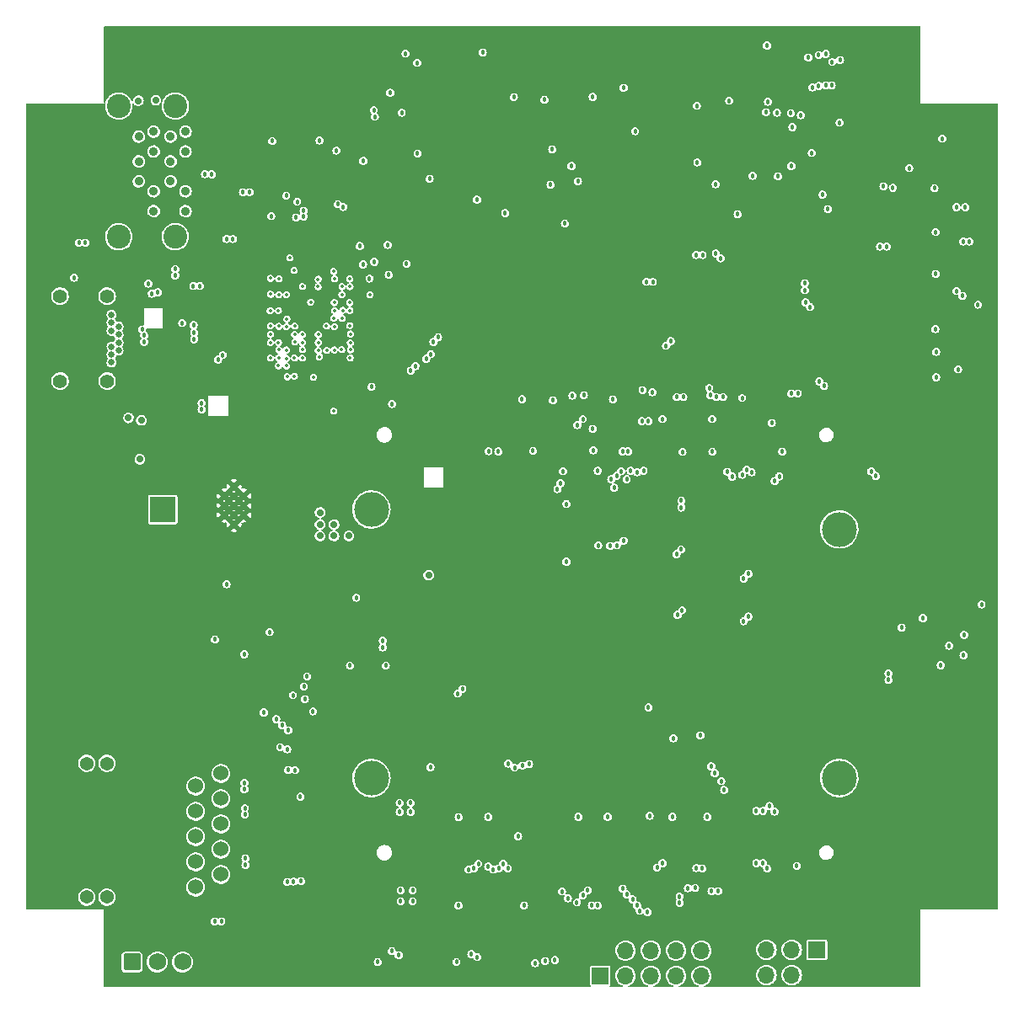
<source format=gbr>
%TF.GenerationSoftware,KiCad,Pcbnew,5.99.0-unknown-675444a646~125~ubuntu20.04.1*%
%TF.CreationDate,2021-04-13T15:06:47+08:00*%
%TF.ProjectId,ovc5,6f766335-2e6b-4696-9361-645f70636258,rev?*%
%TF.SameCoordinates,Original*%
%TF.FileFunction,Copper,L2,Inr*%
%TF.FilePolarity,Positive*%
%FSLAX46Y46*%
G04 Gerber Fmt 4.6, Leading zero omitted, Abs format (unit mm)*
G04 Created by KiCad (PCBNEW 5.99.0-unknown-675444a646~125~ubuntu20.04.1) date 2021-04-13 15:06:47*
%MOMM*%
%LPD*%
G01*
G04 APERTURE LIST*
G04 Aperture macros list*
%AMRoundRect*
0 Rectangle with rounded corners*
0 $1 Rounding radius*
0 $2 $3 $4 $5 $6 $7 $8 $9 X,Y pos of 4 corners*
0 Add a 4 corners polygon primitive as box body*
4,1,4,$2,$3,$4,$5,$6,$7,$8,$9,$2,$3,0*
0 Add four circle primitives for the rounded corners*
1,1,$1+$1,$2,$3*
1,1,$1+$1,$4,$5*
1,1,$1+$1,$6,$7*
1,1,$1+$1,$8,$9*
0 Add four rect primitives between the rounded corners*
20,1,$1+$1,$2,$3,$4,$5,0*
20,1,$1+$1,$4,$5,$6,$7,0*
20,1,$1+$1,$6,$7,$8,$9,0*
20,1,$1+$1,$8,$9,$2,$3,0*%
G04 Aperture macros list end*
%TA.AperFunction,ComponentPad*%
%ADD10R,1.700000X1.700000*%
%TD*%
%TA.AperFunction,ComponentPad*%
%ADD11O,1.700000X1.700000*%
%TD*%
%TA.AperFunction,ComponentPad*%
%ADD12C,0.500000*%
%TD*%
%TA.AperFunction,ComponentPad*%
%ADD13C,1.524000*%
%TD*%
%TA.AperFunction,ComponentPad*%
%ADD14C,1.371600*%
%TD*%
%TA.AperFunction,ComponentPad*%
%ADD15C,3.600000*%
%TD*%
%TA.AperFunction,ComponentPad*%
%ADD16C,2.200000*%
%TD*%
%TA.AperFunction,ComponentPad*%
%ADD17R,2.600000X2.600000*%
%TD*%
%TA.AperFunction,ComponentPad*%
%ADD18C,2.600000*%
%TD*%
%TA.AperFunction,ComponentPad*%
%ADD19RoundRect,0.250000X-0.620000X-0.620000X0.620000X-0.620000X0.620000X0.620000X-0.620000X0.620000X0*%
%TD*%
%TA.AperFunction,ComponentPad*%
%ADD20C,1.740000*%
%TD*%
%TA.AperFunction,ComponentPad*%
%ADD21C,0.600000*%
%TD*%
%TA.AperFunction,ComponentPad*%
%ADD22C,0.612500*%
%TD*%
%TA.AperFunction,ComponentPad*%
%ADD23C,0.650000*%
%TD*%
%TA.AperFunction,ComponentPad*%
%ADD24C,1.400000*%
%TD*%
%TA.AperFunction,ComponentPad*%
%ADD25C,3.500000*%
%TD*%
%TA.AperFunction,ComponentPad*%
%ADD26C,0.900000*%
%TD*%
%TA.AperFunction,ComponentPad*%
%ADD27C,2.400000*%
%TD*%
%TA.AperFunction,ViaPad*%
%ADD28C,0.711200*%
%TD*%
%TA.AperFunction,ViaPad*%
%ADD29C,0.457200*%
%TD*%
%TA.AperFunction,ViaPad*%
%ADD30C,0.355600*%
%TD*%
G04 APERTURE END LIST*
D10*
%TO.N,+5V*%
%TO.C,J6*%
X91850000Y-122690000D03*
D11*
%TO.N,GND*%
X91850000Y-120150000D03*
%TO.N,GPIO0*%
X94390000Y-122690000D03*
%TO.N,GPIO1*%
X94390000Y-120150000D03*
%TO.N,GPIO2*%
X96930000Y-122690000D03*
%TO.N,GPIO3*%
X96930000Y-120150000D03*
%TO.N,GPIO4*%
X99470000Y-122690000D03*
%TO.N,GPIO5*%
X99470000Y-120150000D03*
%TO.N,+1V8*%
X102010000Y-122690000D03*
%TO.N,+3V3*%
X102010000Y-120150000D03*
%TO.N,GND*%
X104550000Y-122690000D03*
X104550000Y-120150000D03*
%TD*%
D12*
%TO.N,GND*%
%TO.C,U7*%
X55050000Y-76350000D03*
X55050000Y-74450000D03*
X55050000Y-73500000D03*
X54100000Y-76350000D03*
X56000000Y-75400000D03*
X56000000Y-74450000D03*
X54100000Y-74450000D03*
X55050000Y-77300000D03*
X56000000Y-76350000D03*
X54100000Y-75400000D03*
X55050000Y-75400000D03*
%TD*%
D13*
%TO.N,GBE_MDI0_P*%
%TO.C,U11*%
X51200000Y-113765000D03*
%TO.N,GBE_MDI0_N*%
X53740000Y-112495000D03*
%TO.N,GBE_MDI1_P*%
X51200000Y-111225000D03*
%TO.N,GBE_MDI1_N*%
X53740000Y-109955000D03*
%TO.N,Net-(C78-Pad1)*%
X51200000Y-108685000D03*
X53740000Y-107415000D03*
%TO.N,GBE_MDI2_N*%
X51200000Y-106145000D03*
%TO.N,GBE_MDI2_P*%
X53740000Y-104875000D03*
%TO.N,GBE_MDI3_N*%
X51200000Y-103605000D03*
%TO.N,GBE_MDI3_P*%
X53740000Y-102335000D03*
D14*
%TO.N,Net-(R21-Pad1)*%
X42310000Y-114775000D03*
%TO.N,+3V3*%
X40280000Y-114775000D03*
X42310000Y-101325000D03*
%TO.N,Net-(R22-Pad1)*%
X40280000Y-101325000D03*
D15*
%TO.N,GND*%
X44850000Y-113765000D03*
X44850000Y-102335000D03*
D16*
X47900000Y-100175000D03*
X47900000Y-115925000D03*
%TD*%
D17*
%TO.N,/Power/VAUX*%
%TO.C,J2*%
X47900006Y-75800001D03*
D18*
%TO.N,GND*%
X41900006Y-75800001D03*
X44900006Y-80500001D03*
%TD*%
D19*
%TO.N,+5V*%
%TO.C,J9*%
X44800000Y-121300000D03*
D20*
%TO.N,/Interfaces/FAN_DATA*%
X47340000Y-121300000D03*
%TO.N,/Interfaces/FAN_CLK*%
X49880000Y-121300000D03*
%TO.N,GND*%
X52420000Y-121300000D03*
%TD*%
D21*
%TO.N,GND*%
%TO.C,U8*%
X70355000Y-29690000D03*
X69395000Y-29690000D03*
X69875000Y-30550000D03*
X69395000Y-31410000D03*
X70355000Y-31410000D03*
%TD*%
D22*
%TO.N,GND*%
%TO.C,U13*%
X60000000Y-90525000D03*
X58775000Y-90525000D03*
X58775000Y-91750000D03*
X60000000Y-91750000D03*
%TD*%
D23*
%TO.N,GND*%
%TO.C,J1*%
X43460000Y-60615000D03*
X43460000Y-61415000D03*
%TO.N,/USB/USB_DS_TX2_CONN_N*%
X42760000Y-61015000D03*
%TO.N,/USB/USB_DS_TX2_CONN_P*%
X42760000Y-60215000D03*
%TO.N,VBUS*%
X43460000Y-59815000D03*
%TO.N,/USB/USB_DS_CC2*%
X42760000Y-59415000D03*
%TO.N,/USB/USB_DS_D_P*%
X43460000Y-59015000D03*
%TO.N,/USB/USB_DS_D_N*%
X43460000Y-58215000D03*
%TO.N,unconnected-(J1-PadB8)*%
X42760000Y-57815000D03*
%TO.N,VBUS*%
X43460000Y-57415000D03*
%TO.N,/USB/USB_DS_RX1_N*%
X42760000Y-57015000D03*
%TO.N,/USB/USB_DS_RX1_P*%
X42760000Y-56215000D03*
%TO.N,GND*%
X43460000Y-55815000D03*
X43460000Y-56615000D03*
D24*
%TO.N,/USB/C_SHIELD*%
X42310000Y-62885000D03*
X42310000Y-54345000D03*
X37580000Y-62885000D03*
X37580000Y-54345000D03*
%TD*%
D25*
%TO.N,N/C*%
%TO.C,U1*%
X68859988Y-102799999D03*
X115859988Y-102799999D03*
X68859988Y-75799999D03*
X115859988Y-77799999D03*
%TD*%
D26*
%TO.N,/USB/VBUS_1*%
%TO.C,U5*%
X45489988Y-38299993D03*
%TO.N,/USB/USB_H1_D_N*%
X45489988Y-40799993D03*
%TO.N,/USB/USB_H1_D_P*%
X45489988Y-42799993D03*
%TO.N,GND*%
X45489988Y-45299993D03*
%TO.N,/USB/USB_H1_RX_N*%
X46989988Y-45799993D03*
%TO.N,/USB/USB_H1_RX_P*%
X46989988Y-43799993D03*
%TO.N,GND*%
X46989988Y-41799993D03*
%TO.N,/USB/USB_H1_TX_CONN_N*%
X46989988Y-39799993D03*
%TO.N,/USB/USB_H1_TX_CONN_P*%
X46989988Y-37799993D03*
%TO.N,/USB/VBUS_0*%
X48689988Y-38299993D03*
%TO.N,/USB/USB_H0_D_N*%
X48689988Y-40799993D03*
%TO.N,/USB/USB_H0_D_P*%
X48689988Y-42799993D03*
%TO.N,GND*%
X48689988Y-45299993D03*
%TO.N,/USB/USB_H0_RX_N*%
X50189988Y-45799993D03*
%TO.N,/USB/USB_H0_RX_P*%
X50189988Y-43799993D03*
%TO.N,GND*%
X50189988Y-41799993D03*
%TO.N,/USB/USB_H0_TX_CONN_N*%
X50189988Y-39799993D03*
%TO.N,/USB/USB_H0_TX_CONN_P*%
X50189988Y-37799993D03*
D27*
%TO.N,/USB/A_SHIELD*%
X43489988Y-48369993D03*
X49169988Y-35229993D03*
X49169988Y-48369993D03*
X43489988Y-35229993D03*
%TD*%
D21*
%TO.N,GND*%
%TO.C,U9*%
X70250000Y-83200000D03*
X69950000Y-80630000D03*
X69100000Y-83950000D03*
X70250000Y-80050000D03*
X70250000Y-82450000D03*
X70250000Y-81210000D03*
X69660000Y-83580000D03*
X69660000Y-82830000D03*
X69100000Y-83200000D03*
X69100000Y-82450000D03*
X70250000Y-83950000D03*
%TD*%
D10*
%TO.N,/Enclustra module/JTAG_TCK*%
%TO.C,J4*%
X113625000Y-120075000D03*
D11*
%TO.N,GND*%
X113625000Y-122615000D03*
%TO.N,/Enclustra module/JTAG_TDO*%
X111085000Y-120075000D03*
%TO.N,/Enclustra module/JTAG_TMS*%
X111085000Y-122615000D03*
%TO.N,/Enclustra module/JTAG_TDI*%
X108545000Y-120075000D03*
%TO.N,+1V8*%
X108545000Y-122615000D03*
%TD*%
D28*
%TO.N,+1V2*%
X65100000Y-77300000D03*
X63700000Y-76100000D03*
X63700000Y-77300000D03*
D29*
%TO.N,+3V3*%
X100100000Y-70000000D03*
%TO.N,+1V2*%
X115900000Y-36900000D03*
X87020000Y-39590000D03*
%TO.N,/Enclustra module/CAM5_SDA_1V2*%
X89600000Y-42790000D03*
%TO.N,/Enclustra module/CAM2_SDA_1V2*%
X128525000Y-45405000D03*
%TO.N,/Enclustra module/CAM2_SCL_1V2*%
X127620000Y-45390000D03*
%TO.N,/Enclustra module/CAM0_SDA_1V2*%
X128230000Y-54320000D03*
%TO.N,/Enclustra module/CAM0_SCL_1V2*%
X127650000Y-53830000D03*
%TO.N,/Enclustra module/CAM4_SDA_1V2*%
X114720000Y-45600000D03*
%TO.N,/Enclustra module/CAM4_SCL_1V2*%
X114180000Y-44130000D03*
%TO.N,/Enclustra module/CAM1_SDA_1V2*%
X105650000Y-46100000D03*
%TO.N,GND*%
X75950000Y-28950000D03*
D28*
%TO.N,+1V2*%
X63700000Y-78450000D03*
X65100000Y-78450000D03*
X66600000Y-78450000D03*
D29*
%TO.N,GND*%
X90950000Y-38700000D03*
X86250000Y-37750000D03*
X86250000Y-35600000D03*
%TO.N,+1V8*%
X86250000Y-34600000D03*
%TO.N,+1V2*%
X91100000Y-34300000D03*
%TO.N,GND*%
X130300000Y-51850000D03*
%TO.N,+1V2*%
X125550000Y-52100000D03*
%TO.N,GND*%
X126300000Y-49950000D03*
%TO.N,+1V8*%
X125550000Y-47900000D03*
%TO.N,GND*%
X130100000Y-43450000D03*
X126450000Y-41800000D03*
%TO.N,+1V2*%
X125430000Y-43490000D03*
%TO.N,GND*%
X125350000Y-40250000D03*
%TO.N,+1V8*%
X126200000Y-38500000D03*
%TO.N,GND*%
X115900000Y-41500000D03*
X117700000Y-36000000D03*
X118600000Y-28850000D03*
%TO.N,+1V8*%
X108600000Y-29150000D03*
%TO.N,GND*%
X109400000Y-30750000D03*
X109700000Y-33100000D03*
%TO.N,+1V2*%
X108700000Y-34800000D03*
%TO.N,+1V8*%
X111150000Y-37350000D03*
%TO.N,GND*%
X111950000Y-38800000D03*
X111100000Y-40350000D03*
%TO.N,+1V2*%
X111050000Y-41250000D03*
%TO.N,GND*%
X104850000Y-39050000D03*
X100700000Y-39100000D03*
%TO.N,+1V2*%
X101600000Y-40900000D03*
%TO.N,GND*%
X100800000Y-36850000D03*
%TO.N,+1V8*%
X101550000Y-35200000D03*
%TO.N,+1V2*%
X104800000Y-34700000D03*
%TO.N,CAM4_SDA*%
X113100000Y-39950000D03*
X107150000Y-42250000D03*
%TO.N,/Enclustra module/CAM4_TRIGGER_1V2*%
X113150000Y-33350000D03*
%TO.N,CAM1_ENABLE*%
X95350000Y-37750000D03*
%TO.N,/Enclustra module/CAM1_ENABLE_1V2*%
X112000000Y-36150000D03*
%TO.N,/Enclustra module/CAM1_TRIGGER_1V2*%
X111000000Y-35950000D03*
%TO.N,CAM4_ENABLE*%
X109600000Y-35900000D03*
%TO.N,CAM1_ENABLE*%
X112750000Y-30350000D03*
%TO.N,CAM4_TRIGGER*%
X113800000Y-30100000D03*
%TO.N,CAM4_ENABLE*%
X114500000Y-30000000D03*
%TO.N,CAM4_TRIGGER*%
X108500000Y-35850000D03*
%TO.N,/Enclustra module/CAM4_ENABLE_1V2*%
X113800000Y-33200000D03*
%TO.N,/Enclustra module/CAM2_ENABLE_1V2*%
X115100000Y-33150000D03*
%TO.N,/Enclustra module/CAM2_TRIGGER_1V2*%
X114500000Y-33150000D03*
%TO.N,CAM2_ENABLE*%
X121250000Y-43450000D03*
X115950000Y-30600000D03*
%TO.N,CAM2_TRIGGER*%
X115150000Y-30800000D03*
X120300000Y-43300000D03*
%TO.N,CAM5_TRIGGER*%
X82300000Y-46000000D03*
%TO.N,CAM5_ENABLE*%
X88300000Y-47050000D03*
%TO.N,/Enclustra module/CAM5_SCL_1V2*%
X88960000Y-41250000D03*
X89050000Y-64350000D03*
%TO.N,/Enclustra module/CAM5_SDA_1V2*%
X90200000Y-64300000D03*
%TO.N,/Enclustra module/CAM1_SCL_1V2*%
X103450000Y-43090000D03*
%TO.N,CAM0_SCL*%
X128300000Y-48850000D03*
X125600000Y-59950000D03*
%TO.N,CAM0_SDA*%
X128950000Y-48850000D03*
X129800000Y-55200000D03*
%TO.N,+1V2*%
X88450000Y-81050000D03*
%TO.N,GND*%
X89200000Y-79300000D03*
X89200000Y-77000000D03*
%TO.N,+1V8*%
X88450000Y-75250000D03*
%TO.N,GND*%
X95550000Y-75100000D03*
X95600000Y-80800000D03*
X91300000Y-76250000D03*
%TO.N,/Enclustra module/CAM0_ENABLE_1V2*%
X93950000Y-71950000D03*
X94200000Y-78950000D03*
%TO.N,/Enclustra module/CAM0_TRIGGER_1V2*%
X93500000Y-79400000D03*
X91600000Y-71900000D03*
%TO.N,/Enclustra module/CAM5_ENABLE_1V2*%
X91100000Y-67700000D03*
X92850000Y-79450000D03*
%TO.N,/Enclustra module/CAM5_TRIGGER_1V2*%
X89550000Y-67300000D03*
X91650000Y-79400000D03*
%TO.N,CAM5_ENABLE*%
X87850000Y-73150000D03*
%TO.N,CAM5_TRIGGER*%
X87550000Y-73750000D03*
%TO.N,CAM0_TRIGGER*%
X93250000Y-73600000D03*
%TO.N,/Enclustra module/CAM0_SDA_1V2*%
X92950000Y-72750000D03*
%TO.N,CAM0_ENABLE*%
X94500000Y-72750000D03*
%TO.N,/USB/USB_I2C_SCL*%
X72400000Y-51100000D03*
D30*
X60295950Y-60601550D03*
D29*
X68675000Y-52575000D03*
D30*
X65895950Y-54176550D03*
%TO.N,/USB/USB_I2C_SDA*%
X65900000Y-53375000D03*
D29*
X69150000Y-50900000D03*
X68025000Y-51150000D03*
D30*
X65095950Y-56551550D03*
D29*
%TO.N,FPGA_FAN_DATA*%
X78000000Y-93850000D03*
X84700000Y-101400000D03*
%TO.N,/Enclustra module/CAM4_SDA_1V2*%
X94091197Y-69950000D03*
%TO.N,/Enclustra module/CAM4_SCL_1V2*%
X94650000Y-69950000D03*
%TO.N,/Enclustra module/CAM4_TRIGGER_1V2*%
X95550000Y-72050000D03*
%TO.N,/Enclustra module/CAM4_ENABLE_1V2*%
X96200000Y-71900000D03*
%TO.N,CAM4_CLK+*%
X96029800Y-66910402D03*
X103933487Y-50533487D03*
%TO.N,FPGA_FAN_CLK*%
X77550000Y-94300000D03*
X84050000Y-101550000D03*
%TO.N,CAM4_CLK-*%
X96690200Y-66910402D03*
X103466513Y-50066513D03*
%TO.N,CAM4_DAT0+*%
X112400000Y-53750000D03*
X113866513Y-62916513D03*
%TO.N,CAM4_DAT0-*%
X114333487Y-63383487D03*
X112400000Y-53050000D03*
%TO.N,Net-(C88-Pad2)*%
X80620000Y-69940000D03*
%TO.N,Net-(C89-Pad2)*%
X81600000Y-69960000D03*
%TO.N,/USB/USB_DS_TX2_CONN_N*%
X51800000Y-65084800D03*
%TO.N,/USB/USB_DS_TX2_CONN_P*%
X51800000Y-65745200D03*
%TO.N,SDIO_CLK*%
X62400000Y-92600000D03*
X94100000Y-113925000D03*
%TO.N,SDIO_D1*%
X95550000Y-115600000D03*
X62075000Y-93600000D03*
%TO.N,SDIO_D0*%
X62175000Y-94875000D03*
X95100000Y-115000000D03*
%TO.N,SDIO_CMD*%
X63000000Y-96100000D03*
X94500000Y-114500000D03*
%TO.N,SDIO_D3*%
X59300000Y-96875000D03*
X96575000Y-116275000D03*
%TO.N,SDIO_D2*%
X95825000Y-116150000D03*
X58050000Y-96200000D03*
D30*
%TO.N,Net-(C33-Pad1)*%
X63500000Y-53400000D03*
%TO.N,Net-(C35-Pad1)*%
X61095950Y-51751550D03*
D29*
%TO.N,GBE_LED_ACT*%
X108625000Y-111900000D03*
X108850000Y-105625000D03*
%TO.N,CAM0_DAT0-*%
X119066513Y-71966513D03*
X109833487Y-72466513D03*
%TO.N,GBE_LED_LINK*%
X111600000Y-111625000D03*
X109350000Y-106175000D03*
%TO.N,CAM0_DAT0+*%
X119533487Y-72433487D03*
X109366513Y-72933487D03*
%TO.N,GBE_MDI3_N*%
X107529800Y-111350000D03*
X107529800Y-106100000D03*
X56100000Y-103930200D03*
%TO.N,GBE_MDI3_P*%
X108190200Y-106100000D03*
X108190200Y-111350000D03*
X56100000Y-103269800D03*
%TO.N,GBE_MDI2_N*%
X56150000Y-106480200D03*
%TO.N,CAM0_ENABLE*%
X125600000Y-62500000D03*
%TO.N,CAM0_TRIGGER*%
X127800000Y-61700000D03*
%TO.N,/Enclustra module/CAM0_SCL_1V2*%
X93492466Y-72418835D03*
%TO.N,CAM1_DAT2-*%
X97130200Y-52900000D03*
X98933487Y-58866513D03*
%TO.N,CAM1_DAT2+*%
X96469800Y-52900000D03*
X98466513Y-59333487D03*
%TO.N,CAM1_DAT0-*%
X102130200Y-50200000D03*
X100190200Y-64489598D03*
%TO.N,CAM1_DAT0+*%
X101469800Y-50200000D03*
X99529800Y-64489598D03*
%TO.N,GBE_MDI2_P*%
X56150000Y-105819800D03*
%TO.N,GBE_MDI1_N*%
X56200000Y-110869800D03*
%TO.N,GBE_MDI1_P*%
X56200000Y-111530200D03*
%TO.N,GBE_MDI0_N*%
X53780200Y-117209198D03*
%TO.N,GBE_MDI0_P*%
X53119800Y-117209198D03*
%TO.N,/USB/USB_H0_TX_N*%
X55963250Y-43900000D03*
%TO.N,/USB/USB_H1_TX_N*%
X49150000Y-51619800D03*
%TO.N,/USB/USB_H0_TX_P*%
X56623650Y-43900000D03*
%TO.N,/Enclustra module/CAM1_ENABLE_1V2*%
X97100000Y-64000000D03*
%TO.N,/Enclustra module/CAM1_SCL_1V2*%
X102800000Y-63600000D03*
%TO.N,/Enclustra module/CAM1_TRIGGER_1V2*%
X96100000Y-63800000D03*
%TO.N,/Enclustra module/CAM1_SDA_1V2*%
X102900000Y-64300000D03*
%TO.N,/USB/USB_H1_TX_P*%
X49150000Y-52280200D03*
%TO.N,/USB/USB_H0_RX_N*%
X54294800Y-48593055D03*
%TO.N,USER_DIP*%
X61730000Y-104670000D03*
X61790000Y-113150000D03*
%TO.N,/Enclustra module/JTAG_TCK*%
X102100000Y-111875000D03*
%TO.N,/Enclustra module/JTAG_TDO*%
X101500000Y-111850000D03*
%TO.N,/Enclustra module/JTAG_TMS*%
X101375000Y-113850000D03*
%TO.N,/Enclustra module/JTAG_TDI*%
X100650000Y-113875000D03*
%TO.N,/Enclustra module/CAM2_SDA_1V2*%
X106550000Y-71800000D03*
%TO.N,/Enclustra module/CAM2_SCL_1V2*%
X106100000Y-72300000D03*
%TO.N,/Enclustra module/CAM2_ENABLE_1V2*%
X105100000Y-72500000D03*
%TO.N,/Enclustra module/CAM2_TRIGGER_1V2*%
X104600000Y-72000000D03*
%TO.N,CAM2_CLK+*%
X103529800Y-64489598D03*
X120614890Y-49367700D03*
%TO.N,CAM2_CLK-*%
X119954490Y-49367700D03*
X104190200Y-64489598D03*
%TO.N,CAM2_DAT1+*%
X111029800Y-64130874D03*
X112466513Y-54966513D03*
%TO.N,CAM2_DAT1-*%
X112933487Y-55433487D03*
X111690200Y-64130874D03*
%TO.N,QWIIC0_SCL*%
X71600000Y-120600000D03*
X79600000Y-111400000D03*
%TO.N,QWIIC0_SDA*%
X79147951Y-111890410D03*
X70900000Y-120200000D03*
%TO.N,QWIIC1_SCL*%
X79500000Y-120800000D03*
X81100000Y-112000000D03*
%TO.N,QWIIC1_SDA*%
X80600000Y-111700000D03*
X78900000Y-120500000D03*
%TO.N,/Interfaces/FAN_DATA*%
X59900000Y-97500000D03*
X59700000Y-99700000D03*
%TO.N,QWIIC2_SCL*%
X87300000Y-121100000D03*
X82561301Y-111899256D03*
%TO.N,QWIIC2_SDA*%
X86300000Y-121200000D03*
X82100000Y-111400000D03*
%TO.N,CAM3_SDA*%
X104000000Y-103100000D03*
X128400000Y-88400000D03*
%TO.N,CAM3_SCL*%
X126900000Y-89500000D03*
X103350000Y-102300000D03*
%TO.N,SDIO_CDn*%
X96800000Y-106600000D03*
X96700000Y-95700000D03*
%TO.N,CAM3_TRIGGER*%
X128350000Y-90450000D03*
X104300000Y-104000000D03*
%TO.N,CAM3_ENABLE*%
X126050000Y-91450000D03*
X103000000Y-101625000D03*
%TO.N,/Interfaces/FAN_CLK*%
X60500000Y-98000000D03*
X60400000Y-99900000D03*
%TO.N,GPIO5*%
X91600000Y-115600000D03*
%TO.N,CAM3_CLK+*%
X120800000Y-92930200D03*
X99616513Y-86383487D03*
%TO.N,CAM3_CLK-*%
X100083487Y-85916513D03*
X120800000Y-92269800D03*
%TO.N,CAM3_DAT1+*%
X106733487Y-82266513D03*
X100000000Y-75600000D03*
%TO.N,CAM3_DAT1-*%
X106266513Y-82733487D03*
X100000000Y-74900000D03*
%TO.N,CAM3_DAT0+*%
X99516513Y-80283487D03*
X106266513Y-87033487D03*
%TO.N,CAM3_DAT0-*%
X106733487Y-86566513D03*
X99983487Y-79816513D03*
%TO.N,GPIO4*%
X91000000Y-115600000D03*
%TO.N,/USB/nOVC0*%
X61280000Y-46440000D03*
D30*
X61148450Y-58201550D03*
%TO.N,/USB/VDD10*%
X59545950Y-57376550D03*
X59520950Y-55801550D03*
X65170950Y-57401550D03*
X65120950Y-54976550D03*
%TO.N,/USB/nOVC1*%
X60320950Y-59751550D03*
D29*
X71900000Y-35900000D03*
D30*
%TO.N,Net-(R10-Pad1)*%
X64370950Y-59801550D03*
%TO.N,/USB/USB_US1_CC1*%
X68700000Y-54200000D03*
X63520950Y-58201550D03*
D29*
%TO.N,FPGA_USB0_D+*%
X73283487Y-61386513D03*
X103029800Y-114161185D03*
D30*
%TO.N,/USB/USBEN1*%
X61920950Y-59001550D03*
D29*
X69100000Y-35650000D03*
%TO.N,/USB/USBEN0*%
X72300000Y-29956400D03*
D30*
X61148450Y-57351550D03*
D29*
X62040000Y-46360000D03*
X69200000Y-36300000D03*
D30*
%TO.N,/USB/VBUS_MON_P0*%
X59550000Y-54200000D03*
D29*
%TO.N,FPGA_USB0_D-*%
X103690200Y-114161185D03*
X72816513Y-61853487D03*
%TO.N,FPGA_USB1_D+*%
X74833487Y-60176513D03*
X99825901Y-114704349D03*
%TO.N,FPGA_USB1_D-*%
X74366513Y-60643487D03*
X99825901Y-115364749D03*
D30*
%TO.N,/USB/V1P0_MEM_A*%
X60320950Y-61351550D03*
%TO.N,/USB/1V0_PHY*%
X65975000Y-55775000D03*
X63520950Y-59001550D03*
X58723750Y-58998750D03*
X59575000Y-59750000D03*
X65900000Y-56575000D03*
X66739809Y-59041166D03*
X58725000Y-58175000D03*
X59550000Y-60550000D03*
X66700000Y-57300000D03*
X58725000Y-57325000D03*
X65875000Y-59725000D03*
X66725000Y-60550000D03*
X63050000Y-62500000D03*
D28*
%TO.N,VBUS*%
X44450000Y-66580000D03*
D29*
X49850000Y-57050000D03*
X46800000Y-54100000D03*
D30*
%TO.N,/USB/V1P0_MEM_B*%
X59520950Y-61351550D03*
D29*
%TO.N,FPGA_USB1_TX+*%
X75096513Y-58943487D03*
%TO.N,FPGA_USB1_TX-*%
X75563487Y-58476513D03*
%TO.N,/USB/USB_SPI_DO*%
X63650000Y-38700000D03*
D30*
X60345950Y-57401550D03*
%TO.N,/USB/USB_SPI_CS*%
X61120950Y-60582150D03*
X65070950Y-51851550D03*
D29*
X66040000Y-45370000D03*
X65350000Y-39700000D03*
D30*
%TO.N,/USB/USB_SPI_CLK*%
X61920950Y-58201550D03*
X66707447Y-53382150D03*
D29*
X62050000Y-45750000D03*
D30*
%TO.N,/USB/USB_SPI_DI*%
X60370950Y-56626550D03*
D29*
X60300000Y-44250000D03*
D30*
X66695950Y-55001550D03*
D29*
X61400000Y-44850000D03*
%TO.N,/USB/USB_H0_RX_P*%
X54955200Y-48593055D03*
%TO.N,/USB/USB_H1_RX_P*%
X50969800Y-53325000D03*
%TO.N,/USB/USB_H1_RX_N*%
X51630200Y-53325000D03*
%TO.N,/USB/USB_DS_CC1*%
X45825000Y-57700000D03*
X47400000Y-53950000D03*
X51000000Y-57250000D03*
D30*
X58745950Y-54151550D03*
%TO.N,+3V3*%
X60680000Y-50490000D03*
D29*
X77600000Y-115600000D03*
D30*
X58725000Y-52550000D03*
X59520950Y-59001550D03*
D29*
X83170000Y-34340000D03*
X103120000Y-69990000D03*
%TO.N,+5V*%
X79470000Y-44640000D03*
%TO.N,+3V3*%
X70750000Y-33900000D03*
X91150000Y-69850000D03*
D30*
X61920950Y-60576550D03*
D29*
X85300000Y-121400000D03*
X80050000Y-29850000D03*
X68862631Y-63462631D03*
X110130000Y-69970000D03*
X94200000Y-33400000D03*
X74800000Y-101700000D03*
X77625000Y-106725000D03*
X78600000Y-112000000D03*
D30*
X65122200Y-59752800D03*
X66745950Y-59726550D03*
X66670950Y-52601550D03*
D29*
X109700000Y-42300000D03*
X124260000Y-86720000D03*
X122880000Y-41470000D03*
X125500000Y-57650000D03*
D28*
X74605000Y-82400000D03*
D30*
X58725000Y-60575000D03*
D29*
X80600000Y-106700000D03*
D30*
X62750000Y-54940000D03*
D29*
X83600000Y-108650000D03*
D30*
X66700000Y-55800000D03*
D29*
X67700000Y-49300000D03*
D30*
X63507632Y-52647668D03*
D29*
X58900000Y-38750000D03*
X69500000Y-121300000D03*
X53150000Y-88875000D03*
X92600000Y-106700000D03*
D30*
X65090000Y-65910000D03*
D29*
X85100000Y-69900000D03*
X70950000Y-65200000D03*
X58625000Y-88125000D03*
D30*
X65150000Y-55800000D03*
D29*
X56075000Y-90350000D03*
X86850000Y-43150000D03*
X65470000Y-45100000D03*
D30*
X58695950Y-55801550D03*
D29*
X77400000Y-121300000D03*
X70490000Y-49190000D03*
D30*
X64350000Y-57350000D03*
D29*
X84200000Y-115600000D03*
X109090000Y-67090000D03*
X67330000Y-84670000D03*
D30*
X61920950Y-59712150D03*
X66750000Y-58150000D03*
%TO.N,Net-(R44-Pad1)*%
X60345950Y-54176550D03*
%TO.N,/USB/RESET_HUB*%
X63520950Y-59801550D03*
D29*
%TO.N,/USB/USB_DS_D_P*%
X51057856Y-58021350D03*
X46030402Y-58284800D03*
%TO.N,/USB/USB_DS_D_N*%
X51057856Y-58681750D03*
X46030402Y-58945200D03*
%TO.N,/USB/USB_H1_D_N*%
X39469800Y-48975000D03*
%TO.N,/USB/USB_H1_D_P*%
X40130200Y-48975000D03*
%TO.N,/USB/USB_H0_D_N*%
X52825000Y-42100000D03*
%TO.N,/USB/USB_H0_D_P*%
X52150000Y-42075000D03*
%TO.N,/USB/USB_DS_CC2*%
X46450000Y-53075000D03*
X58800000Y-46300000D03*
X38975000Y-52500000D03*
D30*
%TO.N,/USB/XRES_DMC*%
X65170950Y-52601550D03*
%TO.N,/USB/XRES_PD*%
X61170950Y-58951550D03*
D29*
%TO.N,/USB/USB_DS_RX1_N*%
X53933487Y-60266513D03*
%TO.N,/USB/USB_DS_RX1_P*%
X53466513Y-60733487D03*
%TO.N,+1V2*%
X107050000Y-72050000D03*
%TO.N,+1V8*%
X130150000Y-85350000D03*
X122125000Y-87675000D03*
%TO.N,+1V2*%
X106100000Y-64580000D03*
%TO.N,+1V8*%
X103100000Y-66700000D03*
X90100000Y-66700000D03*
%TO.N,+1V2*%
X93130000Y-64730000D03*
%TO.N,+1V8*%
X70300000Y-91500000D03*
%TO.N,+1V2*%
X87100000Y-64800000D03*
%TO.N,+1V8*%
X98100000Y-66700000D03*
X89650000Y-106700000D03*
X60975000Y-94475000D03*
X90600000Y-114100000D03*
%TO.N,+1V2*%
X88100000Y-71950000D03*
%TO.N,+1V8*%
X54300000Y-83300000D03*
X68050000Y-40750000D03*
X84000000Y-64700000D03*
%TO.N,+1V2*%
X94900000Y-71900000D03*
%TO.N,+1V8*%
X81647951Y-111890410D03*
%TO.N,DEBUG_UART_RX*%
X97550000Y-111800000D03*
X73500000Y-40000000D03*
%TO.N,DEBUG_UART_TX*%
X98100000Y-111350000D03*
X74700000Y-42550000D03*
%TO.N,GND*%
X122930000Y-101130000D03*
X125700000Y-95530000D03*
X50500000Y-123500000D03*
X54000000Y-69025000D03*
X54550000Y-61400000D03*
X35000000Y-97500000D03*
X102500000Y-27500000D03*
D30*
X65710000Y-65910000D03*
D29*
X54625000Y-80925000D03*
X42500000Y-123500000D03*
X114500000Y-27500000D03*
X88200000Y-123400000D03*
X89800000Y-123400000D03*
X35000000Y-103500000D03*
X98300000Y-106650000D03*
X62800000Y-45860000D03*
X126800000Y-115600000D03*
X118500000Y-27500000D03*
D28*
X55250000Y-29400000D03*
D29*
X51810000Y-66470000D03*
X71600000Y-67300000D03*
X125100000Y-56100000D03*
X74100000Y-69800000D03*
X60800000Y-38500000D03*
D30*
X63520939Y-57351550D03*
D29*
X58500000Y-27500000D03*
X131400000Y-46000000D03*
X55400000Y-44470000D03*
X124400000Y-115600000D03*
X84300000Y-121300000D03*
X35000000Y-89500000D03*
D28*
X74580000Y-78650000D03*
D29*
X53800000Y-51950000D03*
X131400000Y-82000000D03*
X78100000Y-71900000D03*
X106600000Y-123200000D03*
X52400000Y-53300000D03*
X66210000Y-46970000D03*
X99670000Y-55130000D03*
X57100000Y-122600000D03*
X127000000Y-36000000D03*
X131400000Y-110000000D03*
X118760000Y-53270000D03*
X110500000Y-27500000D03*
X109650000Y-56250000D03*
X35000000Y-51000000D03*
X85600000Y-64800000D03*
X36500000Y-98475000D03*
X106150000Y-111900000D03*
X111700000Y-72000000D03*
X131400000Y-90000000D03*
X95700000Y-64700000D03*
X56250000Y-109100000D03*
X55380000Y-47860000D03*
X79500000Y-47300000D03*
X64110000Y-49180000D03*
X79780000Y-69840000D03*
X35000000Y-69500000D03*
X35000000Y-113500000D03*
X131400000Y-114000000D03*
X131400000Y-106000000D03*
X42500000Y-27500000D03*
X35000000Y-105500000D03*
X70300000Y-61850000D03*
X77600000Y-64700000D03*
X35000000Y-115500000D03*
X108600000Y-72000000D03*
D28*
X72830000Y-78600000D03*
D29*
X42500000Y-119500000D03*
X88500000Y-27500000D03*
X82500000Y-27500000D03*
X108450000Y-27500000D03*
X128450000Y-73460000D03*
X131400000Y-64000000D03*
X123400000Y-117000000D03*
X35000000Y-93500000D03*
X46500000Y-27500000D03*
X86600000Y-71900000D03*
X56175000Y-80950000D03*
X131400000Y-68000000D03*
X83700000Y-72000000D03*
X112440000Y-50250000D03*
X131400000Y-108000000D03*
X46780000Y-70510000D03*
X79050000Y-106675000D03*
X96400000Y-113950000D03*
X55350000Y-69025000D03*
D30*
X64320950Y-52551550D03*
D29*
X131400000Y-70000000D03*
X112600000Y-108730000D03*
X131400000Y-92000000D03*
X94160000Y-49870000D03*
X52750000Y-61030000D03*
X67150000Y-28100000D03*
X116600000Y-123200000D03*
X81610000Y-66650000D03*
X68500000Y-27500000D03*
X92600000Y-70000000D03*
X131400000Y-50000000D03*
X74675000Y-113950000D03*
X104450000Y-27500000D03*
D30*
X59520950Y-58151550D03*
D29*
X55400000Y-80925000D03*
X79400000Y-43640000D03*
X35000000Y-99500000D03*
D30*
X63520950Y-56551550D03*
D29*
X82600000Y-64600000D03*
X123000000Y-27500000D03*
X102725000Y-111875000D03*
X125590000Y-76490000D03*
X99610000Y-39150000D03*
X123000000Y-29500000D03*
X85100000Y-108750000D03*
X71000000Y-94900000D03*
X46930000Y-66950000D03*
X58750000Y-64338450D03*
X131400000Y-80000000D03*
X95175000Y-106625000D03*
X35000000Y-53000000D03*
X80600000Y-123400000D03*
X123400000Y-120000000D03*
X65900000Y-94800000D03*
X35000000Y-111500000D03*
X49550000Y-52850000D03*
X86100000Y-113900000D03*
X94500000Y-27500000D03*
X48500000Y-123500000D03*
X68250000Y-45200000D03*
X129700000Y-91650000D03*
X71050000Y-42600000D03*
X66640000Y-82780000D03*
X37000000Y-115500000D03*
X112500000Y-27500000D03*
X131400000Y-98000000D03*
X106450000Y-27500000D03*
X106600000Y-106675000D03*
X131400000Y-56000000D03*
D30*
X69095950Y-59451550D03*
D29*
X78600000Y-66700000D03*
X54500000Y-123500000D03*
X123000000Y-31500000D03*
X54600000Y-59850000D03*
X83120000Y-111910000D03*
X57060000Y-44480000D03*
X106920000Y-53310000D03*
X35000000Y-79500000D03*
X35000000Y-77500000D03*
X131400000Y-62000000D03*
X75400000Y-57670000D03*
X131400000Y-100000000D03*
X75000000Y-123400000D03*
X98130000Y-50010000D03*
X125250000Y-50350000D03*
X110600000Y-64700000D03*
X63580000Y-82775000D03*
X46500000Y-123500000D03*
D30*
X65120950Y-61401550D03*
D29*
X92125000Y-111875000D03*
X105600000Y-106650000D03*
X129750000Y-97775000D03*
X56500000Y-123500000D03*
X113100000Y-113975000D03*
X128320000Y-69520000D03*
X101600000Y-72000000D03*
X76400000Y-121400000D03*
X82120000Y-71860000D03*
X91100000Y-106750000D03*
X92500000Y-27500000D03*
X70530000Y-86925000D03*
D30*
X56818450Y-60801550D03*
D29*
X79450000Y-45450000D03*
X53690000Y-47950000D03*
X76050000Y-106650000D03*
X131400000Y-58000000D03*
D28*
X74605000Y-80875000D03*
D29*
X123000000Y-33500000D03*
X98500000Y-27500000D03*
D28*
X76900000Y-115200000D03*
D30*
X65150000Y-58181550D03*
D29*
X39000000Y-115500000D03*
X131400000Y-44000000D03*
D30*
X63520950Y-55801550D03*
D29*
X75030000Y-83625000D03*
D28*
X35800000Y-67000000D03*
D29*
X131400000Y-104000000D03*
X131400000Y-86000000D03*
X131400000Y-84000000D03*
X131400000Y-60000000D03*
X100600000Y-66600000D03*
X79100000Y-71900000D03*
X131400000Y-38000000D03*
X123000000Y-36000000D03*
X44500000Y-123500000D03*
X131400000Y-54000000D03*
X104697740Y-64799587D03*
X62500000Y-27500000D03*
D30*
X54050000Y-41800000D03*
D29*
X100500000Y-27500000D03*
X131400000Y-115600000D03*
X88600000Y-66700000D03*
D28*
X75450000Y-104350000D03*
D29*
X47300000Y-82500000D03*
X44500000Y-27500000D03*
X87860000Y-50400000D03*
D30*
X42850000Y-41750000D03*
X66120950Y-50601550D03*
D29*
X42500000Y-121500000D03*
X125600000Y-72560000D03*
X128250000Y-108575000D03*
X55250000Y-56100000D03*
X42500000Y-117500000D03*
X55950000Y-63500000D03*
X50500000Y-27500000D03*
D30*
X62720950Y-57401550D03*
D29*
X131400000Y-78000000D03*
X54675000Y-69025000D03*
D30*
X61920950Y-56551550D03*
D29*
X35000000Y-67500000D03*
X89600000Y-71900000D03*
X95650000Y-42970000D03*
X77100000Y-71900000D03*
D28*
X36000000Y-51000000D03*
D29*
X116100000Y-46950000D03*
D30*
X62720950Y-56601550D03*
D29*
X131400000Y-36000000D03*
X72500000Y-27500000D03*
X76600000Y-66800000D03*
X61075000Y-95425000D03*
X62075000Y-90375000D03*
X131400000Y-74000000D03*
X129810000Y-80160000D03*
D30*
X61920950Y-57351550D03*
D29*
X53950000Y-80925000D03*
X78500000Y-27500000D03*
X60110000Y-47080000D03*
X81120000Y-71900000D03*
X36850000Y-82075000D03*
X35000000Y-95500000D03*
X131400000Y-48000000D03*
X70900000Y-64300000D03*
X86330000Y-55560000D03*
X105100000Y-111950000D03*
X51950000Y-36150000D03*
D28*
X64150000Y-29250000D03*
D29*
X71600000Y-69800000D03*
X67000000Y-123400000D03*
X94220000Y-52060000D03*
X42500000Y-31500000D03*
X131400000Y-88000000D03*
X131400000Y-94000000D03*
X64800000Y-123400000D03*
X131400000Y-102000000D03*
X101130000Y-46020000D03*
X73415000Y-31690000D03*
X129750000Y-101625000D03*
X68550000Y-92250000D03*
X74280000Y-58870000D03*
X98650000Y-111850000D03*
X35000000Y-75500000D03*
X80100000Y-112000000D03*
X68500000Y-121300000D03*
D30*
X66690735Y-61314597D03*
D29*
X105600000Y-71800000D03*
X77100000Y-113975000D03*
X35000000Y-109500000D03*
X58650000Y-94050000D03*
X35000000Y-101500000D03*
D30*
X64320950Y-56551550D03*
D29*
X90500000Y-27500000D03*
X131400000Y-40000000D03*
D30*
X57895950Y-55001550D03*
D29*
X59504050Y-64338450D03*
X131400000Y-72000000D03*
X120500000Y-27500000D03*
D30*
X69900000Y-59500000D03*
D29*
X74600000Y-106675000D03*
X35000000Y-71500000D03*
X84500000Y-27500000D03*
X74600000Y-66700000D03*
X89125000Y-113875000D03*
X101100000Y-106675000D03*
X35000000Y-87500000D03*
X35000000Y-85500000D03*
X80500000Y-27500000D03*
X126425000Y-105675000D03*
X79320000Y-53370000D03*
X129500000Y-36000000D03*
X88100000Y-106750000D03*
X82075000Y-106650000D03*
X76500000Y-27500000D03*
X80630000Y-64790000D03*
X82440000Y-69800000D03*
D30*
X64320950Y-55751550D03*
D29*
X131400000Y-66000000D03*
X35000000Y-107500000D03*
X70400000Y-54650000D03*
X35000000Y-81500000D03*
X125580000Y-66430000D03*
X43800000Y-67300000D03*
X52500000Y-123500000D03*
X131400000Y-112000000D03*
X67900000Y-38200000D03*
X69900000Y-32950000D03*
X104600000Y-106650000D03*
D30*
X62720950Y-55751550D03*
D29*
X35000000Y-91500000D03*
X96500000Y-27500000D03*
X41000000Y-67400000D03*
X76150000Y-69500000D03*
X131400000Y-52000000D03*
X131400000Y-96000000D03*
D30*
X58750000Y-51775000D03*
D29*
X63576550Y-64950000D03*
D30*
X61920950Y-55801550D03*
D29*
X53025000Y-87450000D03*
X91600000Y-66700000D03*
X52500000Y-27500000D03*
X116500000Y-27500000D03*
X70500000Y-27500000D03*
D28*
X118050000Y-122700000D03*
D29*
X42500000Y-29500000D03*
X131400000Y-76000000D03*
X55225000Y-90300000D03*
X64980000Y-82775000D03*
X49650000Y-51180000D03*
X41000000Y-70300000D03*
X74500000Y-27500000D03*
X54500000Y-27500000D03*
X104090000Y-47300000D03*
X97500000Y-72000000D03*
X64500000Y-27500000D03*
X60500000Y-27500000D03*
X83000000Y-123400000D03*
X48500000Y-27500000D03*
X131400000Y-42000000D03*
D28*
X53175000Y-94475000D03*
D29*
X86500000Y-27500000D03*
D30*
X64320950Y-54951550D03*
D29*
X123400000Y-123000000D03*
X42500000Y-33500000D03*
X58150000Y-83450000D03*
X54100000Y-88875000D03*
D30*
X68775000Y-55800000D03*
D29*
X125000000Y-36000000D03*
D28*
X49500000Y-33100000D03*
D29*
X51790000Y-64350000D03*
D28*
X43150000Y-32450000D03*
D29*
X128330000Y-63450000D03*
X56000000Y-69025000D03*
X50200000Y-53400000D03*
X35000000Y-83500000D03*
X56500000Y-27500000D03*
D30*
X63100000Y-49968300D03*
D29*
X107600000Y-64600000D03*
X79600000Y-66900000D03*
X57125000Y-93050000D03*
X75450000Y-40000000D03*
X66500000Y-27500000D03*
X47525000Y-59325000D03*
X129000000Y-115600000D03*
X107100000Y-113750000D03*
X35000000Y-73500000D03*
X72800000Y-123400000D03*
X80120000Y-71870000D03*
D30*
%TO.N,+1V2*%
X60420950Y-62451550D03*
X61120950Y-62401550D03*
D28*
%TO.N,/USB/VBUS_0*%
X47200000Y-34650000D03*
D29*
%TO.N,+5V*%
X73000000Y-115200000D03*
X73000000Y-114100000D03*
X71700000Y-105300000D03*
X71700000Y-106200000D03*
X72800000Y-106200000D03*
D30*
X59550000Y-52600000D03*
D28*
X45600000Y-70750000D03*
D29*
X70600000Y-52200000D03*
X72800000Y-105300000D03*
D28*
X45750000Y-66825000D03*
D29*
X71800000Y-115200000D03*
X71800000Y-114100000D03*
X66700000Y-91500000D03*
D30*
X61945950Y-53376550D03*
D29*
X73465000Y-30890000D03*
D28*
%TO.N,/USB/VBUS_1*%
X45450000Y-34700000D03*
D29*
%TO.N,GPIO3*%
X90100000Y-114600000D03*
%TO.N,GPIO2*%
X89500000Y-115300000D03*
%TO.N,GPIO1*%
X88600000Y-114900000D03*
%TO.N,GPIO0*%
X88000000Y-114200000D03*
%TO.N,BOOT_MODE0*%
X60510000Y-101990000D03*
X102600000Y-106700000D03*
X101900000Y-98500000D03*
X60410000Y-113230000D03*
%TO.N,BOOT_MODE1*%
X99200000Y-98800000D03*
X61200000Y-102000000D03*
X61050000Y-113200000D03*
X99100000Y-106700000D03*
%TO.N,/Enclustra module/USER_LED0*%
X70000000Y-89650000D03*
X82600000Y-101350000D03*
%TO.N,/Enclustra module/USER_LED1*%
X70000000Y-89000000D03*
X83250000Y-101750000D03*
D30*
%TO.N,/USB/CHIPEN*%
X63651448Y-60448552D03*
%TD*%
%TA.AperFunction,Conductor*%
%TO.N,GND*%
G36*
X123973138Y-27195393D02*
G01*
X123998858Y-27239942D01*
X124000000Y-27253000D01*
X124000000Y-35000000D01*
X131747000Y-35000000D01*
X131795338Y-35017593D01*
X131821058Y-35062142D01*
X131822200Y-35075200D01*
X131822200Y-115924800D01*
X131804607Y-115973138D01*
X131760058Y-115998858D01*
X131747000Y-116000000D01*
X124000000Y-116000000D01*
X124000000Y-123747000D01*
X123982407Y-123795338D01*
X123937858Y-123821058D01*
X123924800Y-123822200D01*
X102327961Y-123822200D01*
X102279623Y-123804607D01*
X102253903Y-123760058D01*
X102262836Y-123709400D01*
X102302241Y-123676335D01*
X102307738Y-123674570D01*
X102380122Y-123654360D01*
X102380124Y-123654359D01*
X102383667Y-123653370D01*
X102563670Y-123562444D01*
X102597370Y-123536115D01*
X102719686Y-123440552D01*
X102719691Y-123440547D01*
X102722584Y-123438287D01*
X102854356Y-123285628D01*
X102856172Y-123282431D01*
X102856175Y-123282427D01*
X102952151Y-123113478D01*
X102952152Y-123113477D01*
X102953967Y-123110281D01*
X103017622Y-122918926D01*
X103027558Y-122840278D01*
X103042633Y-122720941D01*
X103042897Y-122718851D01*
X103043300Y-122690000D01*
X103043095Y-122687907D01*
X103034532Y-122600573D01*
X107511801Y-122600573D01*
X107512109Y-122604241D01*
X107512109Y-122604244D01*
X107521733Y-122718851D01*
X107528676Y-122801530D01*
X107584262Y-122995383D01*
X107676443Y-123174747D01*
X107801706Y-123332790D01*
X107955282Y-123463493D01*
X107958484Y-123465282D01*
X107958486Y-123465284D01*
X108128112Y-123560086D01*
X108128115Y-123560087D01*
X108131319Y-123561878D01*
X108134807Y-123563011D01*
X108134811Y-123563013D01*
X108257512Y-123602880D01*
X108323114Y-123624195D01*
X108326758Y-123624629D01*
X108326760Y-123624630D01*
X108519702Y-123647637D01*
X108519704Y-123647637D01*
X108523360Y-123648073D01*
X108724431Y-123632602D01*
X108841752Y-123599845D01*
X108915122Y-123579360D01*
X108915124Y-123579359D01*
X108918667Y-123578370D01*
X109098670Y-123487444D01*
X109158689Y-123440552D01*
X109254686Y-123365552D01*
X109254691Y-123365547D01*
X109257584Y-123363287D01*
X109389356Y-123210628D01*
X109391172Y-123207431D01*
X109391175Y-123207427D01*
X109487151Y-123038478D01*
X109487152Y-123038477D01*
X109488967Y-123035281D01*
X109552622Y-122843926D01*
X109568423Y-122718851D01*
X109577633Y-122645941D01*
X109577897Y-122643851D01*
X109578300Y-122615000D01*
X109578095Y-122612907D01*
X109576886Y-122600573D01*
X110051801Y-122600573D01*
X110052109Y-122604241D01*
X110052109Y-122604244D01*
X110061733Y-122718851D01*
X110068676Y-122801530D01*
X110124262Y-122995383D01*
X110216443Y-123174747D01*
X110341706Y-123332790D01*
X110495282Y-123463493D01*
X110498484Y-123465282D01*
X110498486Y-123465284D01*
X110668112Y-123560086D01*
X110668115Y-123560087D01*
X110671319Y-123561878D01*
X110674807Y-123563011D01*
X110674811Y-123563013D01*
X110797512Y-123602880D01*
X110863114Y-123624195D01*
X110866758Y-123624629D01*
X110866760Y-123624630D01*
X111059702Y-123647637D01*
X111059704Y-123647637D01*
X111063360Y-123648073D01*
X111264431Y-123632602D01*
X111381752Y-123599845D01*
X111455122Y-123579360D01*
X111455124Y-123579359D01*
X111458667Y-123578370D01*
X111638670Y-123487444D01*
X111698689Y-123440552D01*
X111794686Y-123365552D01*
X111794691Y-123365547D01*
X111797584Y-123363287D01*
X111929356Y-123210628D01*
X111931172Y-123207431D01*
X111931175Y-123207427D01*
X112027151Y-123038478D01*
X112027152Y-123038477D01*
X112028967Y-123035281D01*
X112092622Y-122843926D01*
X112108423Y-122718851D01*
X112117633Y-122645941D01*
X112117897Y-122643851D01*
X112118300Y-122615000D01*
X112118095Y-122612907D01*
X112098981Y-122417965D01*
X112098980Y-122417961D01*
X112098621Y-122414298D01*
X112040333Y-122221240D01*
X112033262Y-122207940D01*
X111957278Y-122065035D01*
X111945658Y-122043181D01*
X111818199Y-121886901D01*
X111662814Y-121758355D01*
X111485420Y-121662439D01*
X111292774Y-121602805D01*
X111187499Y-121591740D01*
X111095871Y-121582109D01*
X111095867Y-121582109D01*
X111092214Y-121581725D01*
X110967148Y-121593107D01*
X110895046Y-121599669D01*
X110895043Y-121599670D01*
X110891379Y-121600003D01*
X110697919Y-121656941D01*
X110519203Y-121750371D01*
X110466599Y-121792666D01*
X110373762Y-121867309D01*
X110362038Y-121876735D01*
X110232410Y-122031220D01*
X110230639Y-122034442D01*
X110230638Y-122034443D01*
X110220722Y-122052480D01*
X110135257Y-122207940D01*
X110134144Y-122211449D01*
X110091040Y-122347332D01*
X110074280Y-122400165D01*
X110051801Y-122600573D01*
X109576886Y-122600573D01*
X109558981Y-122417965D01*
X109558980Y-122417961D01*
X109558621Y-122414298D01*
X109500333Y-122221240D01*
X109493262Y-122207940D01*
X109417278Y-122065035D01*
X109405658Y-122043181D01*
X109278199Y-121886901D01*
X109122814Y-121758355D01*
X108945420Y-121662439D01*
X108752774Y-121602805D01*
X108647499Y-121591740D01*
X108555871Y-121582109D01*
X108555867Y-121582109D01*
X108552214Y-121581725D01*
X108427148Y-121593107D01*
X108355046Y-121599669D01*
X108355043Y-121599670D01*
X108351379Y-121600003D01*
X108157919Y-121656941D01*
X107979203Y-121750371D01*
X107926599Y-121792666D01*
X107833762Y-121867309D01*
X107822038Y-121876735D01*
X107692410Y-122031220D01*
X107690639Y-122034442D01*
X107690638Y-122034443D01*
X107680722Y-122052480D01*
X107595257Y-122207940D01*
X107594144Y-122211449D01*
X107551040Y-122347332D01*
X107534280Y-122400165D01*
X107511801Y-122600573D01*
X103034532Y-122600573D01*
X103023981Y-122492965D01*
X103023980Y-122492961D01*
X103023621Y-122489298D01*
X102965333Y-122296240D01*
X102958262Y-122282940D01*
X102907285Y-122187066D01*
X102870658Y-122118181D01*
X102743199Y-121961901D01*
X102736116Y-121956041D01*
X102590645Y-121835697D01*
X102587814Y-121833355D01*
X102410420Y-121737439D01*
X102262791Y-121691740D01*
X102221286Y-121678892D01*
X102221285Y-121678892D01*
X102217774Y-121677805D01*
X102117494Y-121667265D01*
X102020871Y-121657109D01*
X102020867Y-121657109D01*
X102017214Y-121656725D01*
X101892148Y-121668107D01*
X101820046Y-121674669D01*
X101820043Y-121674670D01*
X101816379Y-121675003D01*
X101622919Y-121731941D01*
X101444203Y-121825371D01*
X101287038Y-121951735D01*
X101157410Y-122106220D01*
X101060257Y-122282940D01*
X100999280Y-122475165D01*
X100976801Y-122675573D01*
X100977109Y-122679241D01*
X100977109Y-122679244D01*
X100987070Y-122797863D01*
X100993676Y-122876530D01*
X101049262Y-123070383D01*
X101141443Y-123249747D01*
X101266706Y-123407790D01*
X101420282Y-123538493D01*
X101423484Y-123540282D01*
X101423486Y-123540284D01*
X101593112Y-123635086D01*
X101593115Y-123635087D01*
X101596319Y-123636878D01*
X101599807Y-123638011D01*
X101599811Y-123638013D01*
X101678119Y-123663456D01*
X101709731Y-123673727D01*
X101715126Y-123675480D01*
X101755661Y-123707150D01*
X101766356Y-123757465D01*
X101742207Y-123802884D01*
X101691888Y-123822200D01*
X99787961Y-123822200D01*
X99739623Y-123804607D01*
X99713903Y-123760058D01*
X99722836Y-123709400D01*
X99762241Y-123676335D01*
X99767738Y-123674570D01*
X99840122Y-123654360D01*
X99840124Y-123654359D01*
X99843667Y-123653370D01*
X100023670Y-123562444D01*
X100057370Y-123536115D01*
X100179686Y-123440552D01*
X100179691Y-123440547D01*
X100182584Y-123438287D01*
X100314356Y-123285628D01*
X100316172Y-123282431D01*
X100316175Y-123282427D01*
X100412151Y-123113478D01*
X100412152Y-123113477D01*
X100413967Y-123110281D01*
X100477622Y-122918926D01*
X100487558Y-122840278D01*
X100502633Y-122720941D01*
X100502897Y-122718851D01*
X100503300Y-122690000D01*
X100503095Y-122687907D01*
X100483981Y-122492965D01*
X100483980Y-122492961D01*
X100483621Y-122489298D01*
X100425333Y-122296240D01*
X100418262Y-122282940D01*
X100367285Y-122187066D01*
X100330658Y-122118181D01*
X100203199Y-121961901D01*
X100196116Y-121956041D01*
X100050645Y-121835697D01*
X100047814Y-121833355D01*
X99870420Y-121737439D01*
X99722791Y-121691740D01*
X99681286Y-121678892D01*
X99681285Y-121678892D01*
X99677774Y-121677805D01*
X99577494Y-121667265D01*
X99480871Y-121657109D01*
X99480867Y-121657109D01*
X99477214Y-121656725D01*
X99352148Y-121668107D01*
X99280046Y-121674669D01*
X99280043Y-121674670D01*
X99276379Y-121675003D01*
X99082919Y-121731941D01*
X98904203Y-121825371D01*
X98747038Y-121951735D01*
X98617410Y-122106220D01*
X98520257Y-122282940D01*
X98459280Y-122475165D01*
X98436801Y-122675573D01*
X98437109Y-122679241D01*
X98437109Y-122679244D01*
X98447070Y-122797863D01*
X98453676Y-122876530D01*
X98509262Y-123070383D01*
X98601443Y-123249747D01*
X98726706Y-123407790D01*
X98880282Y-123538493D01*
X98883484Y-123540282D01*
X98883486Y-123540284D01*
X99053112Y-123635086D01*
X99053115Y-123635087D01*
X99056319Y-123636878D01*
X99059807Y-123638011D01*
X99059811Y-123638013D01*
X99138119Y-123663456D01*
X99169731Y-123673727D01*
X99175126Y-123675480D01*
X99215661Y-123707150D01*
X99226356Y-123757465D01*
X99202207Y-123802884D01*
X99151888Y-123822200D01*
X97247961Y-123822200D01*
X97199623Y-123804607D01*
X97173903Y-123760058D01*
X97182836Y-123709400D01*
X97222241Y-123676335D01*
X97227738Y-123674570D01*
X97300122Y-123654360D01*
X97300124Y-123654359D01*
X97303667Y-123653370D01*
X97483670Y-123562444D01*
X97517370Y-123536115D01*
X97639686Y-123440552D01*
X97639691Y-123440547D01*
X97642584Y-123438287D01*
X97774356Y-123285628D01*
X97776172Y-123282431D01*
X97776175Y-123282427D01*
X97872151Y-123113478D01*
X97872152Y-123113477D01*
X97873967Y-123110281D01*
X97937622Y-122918926D01*
X97947558Y-122840278D01*
X97962633Y-122720941D01*
X97962897Y-122718851D01*
X97963300Y-122690000D01*
X97963095Y-122687907D01*
X97943981Y-122492965D01*
X97943980Y-122492961D01*
X97943621Y-122489298D01*
X97885333Y-122296240D01*
X97878262Y-122282940D01*
X97827285Y-122187066D01*
X97790658Y-122118181D01*
X97663199Y-121961901D01*
X97656116Y-121956041D01*
X97510645Y-121835697D01*
X97507814Y-121833355D01*
X97330420Y-121737439D01*
X97182791Y-121691740D01*
X97141286Y-121678892D01*
X97141285Y-121678892D01*
X97137774Y-121677805D01*
X97037494Y-121667265D01*
X96940871Y-121657109D01*
X96940867Y-121657109D01*
X96937214Y-121656725D01*
X96812148Y-121668107D01*
X96740046Y-121674669D01*
X96740043Y-121674670D01*
X96736379Y-121675003D01*
X96542919Y-121731941D01*
X96364203Y-121825371D01*
X96207038Y-121951735D01*
X96077410Y-122106220D01*
X95980257Y-122282940D01*
X95919280Y-122475165D01*
X95896801Y-122675573D01*
X95897109Y-122679241D01*
X95897109Y-122679244D01*
X95907070Y-122797863D01*
X95913676Y-122876530D01*
X95969262Y-123070383D01*
X96061443Y-123249747D01*
X96186706Y-123407790D01*
X96340282Y-123538493D01*
X96343484Y-123540282D01*
X96343486Y-123540284D01*
X96513112Y-123635086D01*
X96513115Y-123635087D01*
X96516319Y-123636878D01*
X96519807Y-123638011D01*
X96519811Y-123638013D01*
X96598119Y-123663456D01*
X96629731Y-123673727D01*
X96635126Y-123675480D01*
X96675661Y-123707150D01*
X96686356Y-123757465D01*
X96662207Y-123802884D01*
X96611888Y-123822200D01*
X94707961Y-123822200D01*
X94659623Y-123804607D01*
X94633903Y-123760058D01*
X94642836Y-123709400D01*
X94682241Y-123676335D01*
X94687738Y-123674570D01*
X94760122Y-123654360D01*
X94760124Y-123654359D01*
X94763667Y-123653370D01*
X94943670Y-123562444D01*
X94977370Y-123536115D01*
X95099686Y-123440552D01*
X95099691Y-123440547D01*
X95102584Y-123438287D01*
X95234356Y-123285628D01*
X95236172Y-123282431D01*
X95236175Y-123282427D01*
X95332151Y-123113478D01*
X95332152Y-123113477D01*
X95333967Y-123110281D01*
X95397622Y-122918926D01*
X95407558Y-122840278D01*
X95422633Y-122720941D01*
X95422897Y-122718851D01*
X95423300Y-122690000D01*
X95423095Y-122687907D01*
X95403981Y-122492965D01*
X95403980Y-122492961D01*
X95403621Y-122489298D01*
X95345333Y-122296240D01*
X95338262Y-122282940D01*
X95287285Y-122187066D01*
X95250658Y-122118181D01*
X95123199Y-121961901D01*
X95116116Y-121956041D01*
X94970645Y-121835697D01*
X94967814Y-121833355D01*
X94790420Y-121737439D01*
X94642791Y-121691740D01*
X94601286Y-121678892D01*
X94601285Y-121678892D01*
X94597774Y-121677805D01*
X94497494Y-121667265D01*
X94400871Y-121657109D01*
X94400867Y-121657109D01*
X94397214Y-121656725D01*
X94272148Y-121668107D01*
X94200046Y-121674669D01*
X94200043Y-121674670D01*
X94196379Y-121675003D01*
X94002919Y-121731941D01*
X93824203Y-121825371D01*
X93667038Y-121951735D01*
X93537410Y-122106220D01*
X93440257Y-122282940D01*
X93379280Y-122475165D01*
X93356801Y-122675573D01*
X93357109Y-122679241D01*
X93357109Y-122679244D01*
X93367070Y-122797863D01*
X93373676Y-122876530D01*
X93429262Y-123070383D01*
X93521443Y-123249747D01*
X93646706Y-123407790D01*
X93800282Y-123538493D01*
X93803484Y-123540282D01*
X93803486Y-123540284D01*
X93973112Y-123635086D01*
X93973115Y-123635087D01*
X93976319Y-123636878D01*
X93979807Y-123638011D01*
X93979811Y-123638013D01*
X94058119Y-123663456D01*
X94089731Y-123673727D01*
X94095126Y-123675480D01*
X94135661Y-123707150D01*
X94146356Y-123757465D01*
X94122207Y-123802884D01*
X94071888Y-123822200D01*
X92849151Y-123822200D01*
X92800813Y-123804607D01*
X92775093Y-123760058D01*
X92784026Y-123709400D01*
X92807373Y-123684473D01*
X92823456Y-123673727D01*
X92829613Y-123669613D01*
X92869347Y-123610146D01*
X92883300Y-123540000D01*
X92883300Y-121840000D01*
X92869347Y-121769854D01*
X92843798Y-121731617D01*
X92833727Y-121716544D01*
X92829613Y-121710387D01*
X92770146Y-121670653D01*
X92700000Y-121656700D01*
X91000000Y-121656700D01*
X90929854Y-121670653D01*
X90870387Y-121710387D01*
X90866273Y-121716544D01*
X90856202Y-121731617D01*
X90830653Y-121769854D01*
X90816700Y-121840000D01*
X90816700Y-123540000D01*
X90830653Y-123610146D01*
X90870387Y-123669613D01*
X90876544Y-123673727D01*
X90892627Y-123684473D01*
X90923045Y-123725956D01*
X90919681Y-123777286D01*
X90884110Y-123814445D01*
X90850849Y-123822200D01*
X42075200Y-123822200D01*
X42026862Y-123804607D01*
X42001142Y-123760058D01*
X42000000Y-123747000D01*
X42000000Y-120630196D01*
X43751700Y-120630196D01*
X43751700Y-121953257D01*
X43752117Y-121956034D01*
X43752118Y-121956041D01*
X43758839Y-122000742D01*
X43765855Y-122047408D01*
X43821626Y-122163551D01*
X43909082Y-122258160D01*
X44020492Y-122322872D01*
X44025965Y-122324141D01*
X44025966Y-122324141D01*
X44103786Y-122342178D01*
X44130196Y-122348300D01*
X45453257Y-122348300D01*
X45456034Y-122347883D01*
X45456041Y-122347882D01*
X45500742Y-122341161D01*
X45547408Y-122334145D01*
X45653903Y-122283007D01*
X45658485Y-122280807D01*
X45658487Y-122280806D01*
X45663551Y-122278374D01*
X45758160Y-122190918D01*
X45822872Y-122079508D01*
X45830313Y-122047408D01*
X45847332Y-121973980D01*
X45848300Y-121969804D01*
X45848300Y-121285294D01*
X46286803Y-121285294D01*
X46287111Y-121288962D01*
X46287111Y-121288965D01*
X46299451Y-121435923D01*
X46304004Y-121490141D01*
X46360666Y-121687746D01*
X46362348Y-121691018D01*
X46362348Y-121691019D01*
X46370188Y-121706273D01*
X46454631Y-121870581D01*
X46582319Y-122031684D01*
X46738867Y-122164916D01*
X46742078Y-122166710D01*
X46742080Y-122166712D01*
X46915101Y-122263411D01*
X46915106Y-122263413D01*
X46918312Y-122265205D01*
X47113819Y-122328729D01*
X47226577Y-122342175D01*
X47314283Y-122352633D01*
X47314285Y-122352633D01*
X47317941Y-122353069D01*
X47522904Y-122337298D01*
X47669958Y-122296240D01*
X47717354Y-122283007D01*
X47717356Y-122283006D01*
X47720899Y-122282017D01*
X47860600Y-122211449D01*
X47901102Y-122190990D01*
X47901103Y-122190989D01*
X47904386Y-122189331D01*
X48066376Y-122062770D01*
X48093209Y-122031684D01*
X48198294Y-121909943D01*
X48198297Y-121909939D01*
X48200699Y-121907156D01*
X48202515Y-121903959D01*
X48202518Y-121903955D01*
X48300419Y-121731617D01*
X48300420Y-121731614D01*
X48302237Y-121728416D01*
X48347395Y-121592666D01*
X48365963Y-121536851D01*
X48365964Y-121536848D01*
X48367125Y-121533357D01*
X48384710Y-121394154D01*
X48392625Y-121331501D01*
X48392625Y-121331498D01*
X48392889Y-121329410D01*
X48393111Y-121313506D01*
X48393271Y-121302099D01*
X48393271Y-121302093D01*
X48393300Y-121300000D01*
X48391858Y-121285294D01*
X48826803Y-121285294D01*
X48827111Y-121288962D01*
X48827111Y-121288965D01*
X48839451Y-121435923D01*
X48844004Y-121490141D01*
X48900666Y-121687746D01*
X48902348Y-121691018D01*
X48902348Y-121691019D01*
X48910188Y-121706273D01*
X48994631Y-121870581D01*
X49122319Y-122031684D01*
X49278867Y-122164916D01*
X49282078Y-122166710D01*
X49282080Y-122166712D01*
X49455101Y-122263411D01*
X49455106Y-122263413D01*
X49458312Y-122265205D01*
X49653819Y-122328729D01*
X49766577Y-122342175D01*
X49854283Y-122352633D01*
X49854285Y-122352633D01*
X49857941Y-122353069D01*
X50062904Y-122337298D01*
X50209958Y-122296240D01*
X50257354Y-122283007D01*
X50257356Y-122283006D01*
X50260899Y-122282017D01*
X50400600Y-122211449D01*
X50441102Y-122190990D01*
X50441103Y-122190989D01*
X50444386Y-122189331D01*
X50606376Y-122062770D01*
X50633209Y-122031684D01*
X50738294Y-121909943D01*
X50738297Y-121909939D01*
X50740699Y-121907156D01*
X50742515Y-121903959D01*
X50742518Y-121903955D01*
X50840419Y-121731617D01*
X50840420Y-121731614D01*
X50842237Y-121728416D01*
X50887395Y-121592666D01*
X50905963Y-121536851D01*
X50905964Y-121536848D01*
X50907125Y-121533357D01*
X50924710Y-121394154D01*
X50932625Y-121331501D01*
X50932625Y-121331498D01*
X50932889Y-121329410D01*
X50933111Y-121313506D01*
X50933271Y-121302099D01*
X50933271Y-121302093D01*
X50933300Y-121300000D01*
X69088100Y-121300000D01*
X69108260Y-121427284D01*
X69110947Y-121432557D01*
X69162307Y-121533357D01*
X69166766Y-121542109D01*
X69257891Y-121633234D01*
X69263167Y-121635922D01*
X69263168Y-121635923D01*
X69305361Y-121657421D01*
X69372716Y-121691740D01*
X69500000Y-121711900D01*
X69627284Y-121691740D01*
X69694639Y-121657421D01*
X69736832Y-121635923D01*
X69736833Y-121635922D01*
X69742109Y-121633234D01*
X69833234Y-121542109D01*
X69837694Y-121533357D01*
X69889053Y-121432557D01*
X69891740Y-121427284D01*
X69911900Y-121300000D01*
X76988100Y-121300000D01*
X77008260Y-121427284D01*
X77010947Y-121432557D01*
X77062307Y-121533357D01*
X77066766Y-121542109D01*
X77157891Y-121633234D01*
X77163167Y-121635922D01*
X77163168Y-121635923D01*
X77205361Y-121657421D01*
X77272716Y-121691740D01*
X77400000Y-121711900D01*
X77527284Y-121691740D01*
X77594639Y-121657421D01*
X77636832Y-121635923D01*
X77636833Y-121635922D01*
X77642109Y-121633234D01*
X77733234Y-121542109D01*
X77737694Y-121533357D01*
X77789053Y-121432557D01*
X77791740Y-121427284D01*
X77796061Y-121400000D01*
X84888100Y-121400000D01*
X84908260Y-121527284D01*
X84912662Y-121535923D01*
X84947294Y-121603892D01*
X84966766Y-121642109D01*
X85057891Y-121733234D01*
X85063167Y-121735922D01*
X85063168Y-121735923D01*
X85069574Y-121739187D01*
X85172716Y-121791740D01*
X85300000Y-121811900D01*
X85427284Y-121791740D01*
X85530426Y-121739187D01*
X85536832Y-121735923D01*
X85536833Y-121735922D01*
X85542109Y-121733234D01*
X85633234Y-121642109D01*
X85652707Y-121603892D01*
X85687338Y-121535923D01*
X85691740Y-121527284D01*
X85711900Y-121400000D01*
X85691740Y-121272716D01*
X85654690Y-121200000D01*
X85888100Y-121200000D01*
X85908260Y-121327284D01*
X85966766Y-121442109D01*
X86057891Y-121533234D01*
X86063167Y-121535922D01*
X86063168Y-121535923D01*
X86111561Y-121560580D01*
X86172716Y-121591740D01*
X86300000Y-121611900D01*
X86427284Y-121591740D01*
X86488439Y-121560580D01*
X86536832Y-121535923D01*
X86536833Y-121535922D01*
X86542109Y-121533234D01*
X86633234Y-121442109D01*
X86691740Y-121327284D01*
X86711900Y-121200000D01*
X86696061Y-121100000D01*
X86888100Y-121100000D01*
X86908260Y-121227284D01*
X86910947Y-121232557D01*
X86960296Y-121329410D01*
X86966766Y-121342109D01*
X87057891Y-121433234D01*
X87063167Y-121435922D01*
X87063168Y-121435923D01*
X87111561Y-121460580D01*
X87172716Y-121491740D01*
X87300000Y-121511900D01*
X87427284Y-121491740D01*
X87488439Y-121460580D01*
X87536832Y-121435923D01*
X87536833Y-121435922D01*
X87542109Y-121433234D01*
X87633234Y-121342109D01*
X87639705Y-121329410D01*
X87689053Y-121232557D01*
X87691740Y-121227284D01*
X87711900Y-121100000D01*
X87691740Y-120972716D01*
X87652398Y-120895502D01*
X87635923Y-120863168D01*
X87635922Y-120863167D01*
X87633234Y-120857891D01*
X87542109Y-120766766D01*
X87427284Y-120708260D01*
X87300000Y-120688100D01*
X87172716Y-120708260D01*
X87057891Y-120766766D01*
X86966766Y-120857891D01*
X86964078Y-120863167D01*
X86964077Y-120863168D01*
X86947602Y-120895502D01*
X86908260Y-120972716D01*
X86888100Y-121100000D01*
X86696061Y-121100000D01*
X86691740Y-121072716D01*
X86633234Y-120957891D01*
X86542109Y-120866766D01*
X86535048Y-120863168D01*
X86468075Y-120829044D01*
X86427284Y-120808260D01*
X86300000Y-120788100D01*
X86172716Y-120808260D01*
X86131925Y-120829044D01*
X86064953Y-120863168D01*
X86057891Y-120866766D01*
X85966766Y-120957891D01*
X85908260Y-121072716D01*
X85888100Y-121200000D01*
X85654690Y-121200000D01*
X85633234Y-121157891D01*
X85542109Y-121066766D01*
X85535048Y-121063168D01*
X85483119Y-121036709D01*
X85427284Y-121008260D01*
X85300000Y-120988100D01*
X85172716Y-121008260D01*
X85116881Y-121036709D01*
X85064953Y-121063168D01*
X85057891Y-121066766D01*
X84966766Y-121157891D01*
X84908260Y-121272716D01*
X84888100Y-121400000D01*
X77796061Y-121400000D01*
X77811900Y-121300000D01*
X77791740Y-121172716D01*
X77753099Y-121096878D01*
X77735923Y-121063168D01*
X77735922Y-121063167D01*
X77733234Y-121057891D01*
X77642109Y-120966766D01*
X77635048Y-120963168D01*
X77574970Y-120932557D01*
X77527284Y-120908260D01*
X77400000Y-120888100D01*
X77272716Y-120908260D01*
X77225030Y-120932557D01*
X77164953Y-120963168D01*
X77157891Y-120966766D01*
X77066766Y-121057891D01*
X77064078Y-121063167D01*
X77064077Y-121063168D01*
X77046901Y-121096878D01*
X77008260Y-121172716D01*
X76988100Y-121300000D01*
X69911900Y-121300000D01*
X69891740Y-121172716D01*
X69853099Y-121096878D01*
X69835923Y-121063168D01*
X69835922Y-121063167D01*
X69833234Y-121057891D01*
X69742109Y-120966766D01*
X69735048Y-120963168D01*
X69674970Y-120932557D01*
X69627284Y-120908260D01*
X69500000Y-120888100D01*
X69372716Y-120908260D01*
X69325030Y-120932557D01*
X69264953Y-120963168D01*
X69257891Y-120966766D01*
X69166766Y-121057891D01*
X69164078Y-121063167D01*
X69164077Y-121063168D01*
X69146901Y-121096878D01*
X69108260Y-121172716D01*
X69088100Y-121300000D01*
X50933300Y-121300000D01*
X50922422Y-121189053D01*
X50913600Y-121099080D01*
X50913599Y-121099076D01*
X50913240Y-121095413D01*
X50853824Y-120898619D01*
X50851103Y-120893500D01*
X50772834Y-120746299D01*
X50757316Y-120717113D01*
X50627391Y-120557809D01*
X50564579Y-120505846D01*
X50471829Y-120429117D01*
X50468998Y-120426775D01*
X50288170Y-120329002D01*
X50270064Y-120323397D01*
X50218425Y-120307412D01*
X50091795Y-120268213D01*
X50088143Y-120267829D01*
X50088142Y-120267829D01*
X49891009Y-120247110D01*
X49891006Y-120247110D01*
X49887353Y-120246726D01*
X49682631Y-120265357D01*
X49584029Y-120294377D01*
X49488956Y-120322358D01*
X49488953Y-120322359D01*
X49485427Y-120323397D01*
X49482169Y-120325100D01*
X49482167Y-120325101D01*
X49312227Y-120413944D01*
X49303252Y-120418636D01*
X49300384Y-120420942D01*
X49145916Y-120545137D01*
X49145912Y-120545141D01*
X49143045Y-120547446D01*
X49140677Y-120550268D01*
X49140676Y-120550269D01*
X49013272Y-120702102D01*
X49013269Y-120702106D01*
X49010908Y-120704920D01*
X49009137Y-120708142D01*
X49009136Y-120708143D01*
X48929115Y-120853701D01*
X48911875Y-120885061D01*
X48898481Y-120927284D01*
X48854235Y-121066766D01*
X48849717Y-121081007D01*
X48826803Y-121285294D01*
X48391858Y-121285294D01*
X48382422Y-121189053D01*
X48373600Y-121099080D01*
X48373599Y-121099076D01*
X48373240Y-121095413D01*
X48313824Y-120898619D01*
X48311103Y-120893500D01*
X48232834Y-120746299D01*
X48217316Y-120717113D01*
X48087391Y-120557809D01*
X48024579Y-120505846D01*
X47931829Y-120429117D01*
X47928998Y-120426775D01*
X47748170Y-120329002D01*
X47730064Y-120323397D01*
X47678425Y-120307412D01*
X47551795Y-120268213D01*
X47548143Y-120267829D01*
X47548142Y-120267829D01*
X47351009Y-120247110D01*
X47351006Y-120247110D01*
X47347353Y-120246726D01*
X47142631Y-120265357D01*
X47044029Y-120294377D01*
X46948956Y-120322358D01*
X46948953Y-120322359D01*
X46945427Y-120323397D01*
X46942169Y-120325100D01*
X46942167Y-120325101D01*
X46772227Y-120413944D01*
X46763252Y-120418636D01*
X46760384Y-120420942D01*
X46605916Y-120545137D01*
X46605912Y-120545141D01*
X46603045Y-120547446D01*
X46600677Y-120550268D01*
X46600676Y-120550269D01*
X46473272Y-120702102D01*
X46473269Y-120702106D01*
X46470908Y-120704920D01*
X46469137Y-120708142D01*
X46469136Y-120708143D01*
X46389115Y-120853701D01*
X46371875Y-120885061D01*
X46358481Y-120927284D01*
X46314235Y-121066766D01*
X46309717Y-121081007D01*
X46286803Y-121285294D01*
X45848300Y-121285294D01*
X45848300Y-120646743D01*
X45847883Y-120643966D01*
X45847882Y-120643959D01*
X45839627Y-120589053D01*
X45834145Y-120552592D01*
X45783104Y-120446299D01*
X45780807Y-120441515D01*
X45780806Y-120441513D01*
X45778374Y-120436449D01*
X45769431Y-120426775D01*
X45694734Y-120345968D01*
X45690918Y-120341840D01*
X45579508Y-120277128D01*
X45574035Y-120275859D01*
X45574034Y-120275859D01*
X45473980Y-120252668D01*
X45469804Y-120251700D01*
X44146743Y-120251700D01*
X44143966Y-120252117D01*
X44143959Y-120252118D01*
X44099258Y-120258839D01*
X44052592Y-120265855D01*
X43986724Y-120297484D01*
X43941515Y-120319193D01*
X43941513Y-120319194D01*
X43936449Y-120321626D01*
X43932323Y-120325440D01*
X43929645Y-120327916D01*
X43841840Y-120409082D01*
X43777128Y-120520492D01*
X43775859Y-120525965D01*
X43775859Y-120525966D01*
X43762112Y-120585274D01*
X43751700Y-120630196D01*
X42000000Y-120630196D01*
X42000000Y-120200000D01*
X70488100Y-120200000D01*
X70508260Y-120327284D01*
X70566766Y-120442109D01*
X70657891Y-120533234D01*
X70663167Y-120535922D01*
X70663168Y-120535923D01*
X70685929Y-120547520D01*
X70772716Y-120591740D01*
X70900000Y-120611900D01*
X71027284Y-120591740D01*
X71032558Y-120589053D01*
X71082658Y-120563526D01*
X71133715Y-120557257D01*
X71176856Y-120585274D01*
X71191072Y-120618766D01*
X71193603Y-120634747D01*
X71208260Y-120727284D01*
X71266766Y-120842109D01*
X71357891Y-120933234D01*
X71472716Y-120991740D01*
X71600000Y-121011900D01*
X71727284Y-120991740D01*
X71842109Y-120933234D01*
X71933234Y-120842109D01*
X71991740Y-120727284D01*
X72011900Y-120600000D01*
X71996061Y-120500000D01*
X78488100Y-120500000D01*
X78508260Y-120627284D01*
X78518175Y-120646743D01*
X78549460Y-120708143D01*
X78566766Y-120742109D01*
X78657891Y-120833234D01*
X78663167Y-120835922D01*
X78663168Y-120835923D01*
X78698060Y-120853701D01*
X78772716Y-120891740D01*
X78900000Y-120911900D01*
X78905846Y-120910974D01*
X78906017Y-120910947D01*
X79027284Y-120891740D01*
X79027563Y-120893500D01*
X79071128Y-120895026D01*
X79109953Y-120930607D01*
X79164015Y-121036709D01*
X79166766Y-121042109D01*
X79257891Y-121133234D01*
X79372716Y-121191740D01*
X79500000Y-121211900D01*
X79627284Y-121191740D01*
X79742109Y-121133234D01*
X79833234Y-121042109D01*
X79835986Y-121036709D01*
X79889053Y-120932557D01*
X79891740Y-120927284D01*
X79911900Y-120800000D01*
X79891740Y-120672716D01*
X79839547Y-120570281D01*
X79835923Y-120563168D01*
X79835922Y-120563167D01*
X79833234Y-120557891D01*
X79742109Y-120466766D01*
X79726193Y-120458656D01*
X79682608Y-120436449D01*
X79627284Y-120408260D01*
X79500000Y-120388100D01*
X79372716Y-120408260D01*
X79372437Y-120406500D01*
X79328872Y-120404974D01*
X79290047Y-120369393D01*
X79235923Y-120263168D01*
X79235922Y-120263167D01*
X79233234Y-120257891D01*
X79142109Y-120166766D01*
X79113324Y-120152099D01*
X79080889Y-120135573D01*
X93356801Y-120135573D01*
X93357109Y-120139241D01*
X93357109Y-120139244D01*
X93373342Y-120332557D01*
X93373676Y-120336530D01*
X93429262Y-120530383D01*
X93521443Y-120709747D01*
X93646706Y-120867790D01*
X93800282Y-120998493D01*
X93803484Y-121000282D01*
X93803486Y-121000284D01*
X93973112Y-121095086D01*
X93973115Y-121095087D01*
X93976319Y-121096878D01*
X93979807Y-121098011D01*
X93979811Y-121098013D01*
X94075317Y-121129044D01*
X94168114Y-121159195D01*
X94171758Y-121159629D01*
X94171760Y-121159630D01*
X94364702Y-121182637D01*
X94364704Y-121182637D01*
X94368360Y-121183073D01*
X94569431Y-121167602D01*
X94692523Y-121133234D01*
X94760122Y-121114360D01*
X94760124Y-121114359D01*
X94763667Y-121113370D01*
X94943670Y-121022444D01*
X94963010Y-121007334D01*
X95099686Y-120900552D01*
X95099691Y-120900547D01*
X95102584Y-120898287D01*
X95234356Y-120745628D01*
X95236172Y-120742431D01*
X95236175Y-120742427D01*
X95332151Y-120573478D01*
X95332152Y-120573477D01*
X95333967Y-120570281D01*
X95397622Y-120378926D01*
X95398407Y-120372716D01*
X95422633Y-120180941D01*
X95422897Y-120178851D01*
X95423300Y-120150000D01*
X95423095Y-120147907D01*
X95421886Y-120135573D01*
X95896801Y-120135573D01*
X95897109Y-120139241D01*
X95897109Y-120139244D01*
X95913342Y-120332557D01*
X95913676Y-120336530D01*
X95969262Y-120530383D01*
X96061443Y-120709747D01*
X96186706Y-120867790D01*
X96340282Y-120998493D01*
X96343484Y-121000282D01*
X96343486Y-121000284D01*
X96513112Y-121095086D01*
X96513115Y-121095087D01*
X96516319Y-121096878D01*
X96519807Y-121098011D01*
X96519811Y-121098013D01*
X96615317Y-121129044D01*
X96708114Y-121159195D01*
X96711758Y-121159629D01*
X96711760Y-121159630D01*
X96904702Y-121182637D01*
X96904704Y-121182637D01*
X96908360Y-121183073D01*
X97109431Y-121167602D01*
X97232523Y-121133234D01*
X97300122Y-121114360D01*
X97300124Y-121114359D01*
X97303667Y-121113370D01*
X97483670Y-121022444D01*
X97503010Y-121007334D01*
X97639686Y-120900552D01*
X97639691Y-120900547D01*
X97642584Y-120898287D01*
X97774356Y-120745628D01*
X97776172Y-120742431D01*
X97776175Y-120742427D01*
X97872151Y-120573478D01*
X97872152Y-120573477D01*
X97873967Y-120570281D01*
X97937622Y-120378926D01*
X97938407Y-120372716D01*
X97962633Y-120180941D01*
X97962897Y-120178851D01*
X97963300Y-120150000D01*
X97963095Y-120147907D01*
X97961886Y-120135573D01*
X98436801Y-120135573D01*
X98437109Y-120139241D01*
X98437109Y-120139244D01*
X98453342Y-120332557D01*
X98453676Y-120336530D01*
X98509262Y-120530383D01*
X98601443Y-120709747D01*
X98726706Y-120867790D01*
X98880282Y-120998493D01*
X98883484Y-121000282D01*
X98883486Y-121000284D01*
X99053112Y-121095086D01*
X99053115Y-121095087D01*
X99056319Y-121096878D01*
X99059807Y-121098011D01*
X99059811Y-121098013D01*
X99155317Y-121129044D01*
X99248114Y-121159195D01*
X99251758Y-121159629D01*
X99251760Y-121159630D01*
X99444702Y-121182637D01*
X99444704Y-121182637D01*
X99448360Y-121183073D01*
X99649431Y-121167602D01*
X99772523Y-121133234D01*
X99840122Y-121114360D01*
X99840124Y-121114359D01*
X99843667Y-121113370D01*
X100023670Y-121022444D01*
X100043010Y-121007334D01*
X100179686Y-120900552D01*
X100179691Y-120900547D01*
X100182584Y-120898287D01*
X100314356Y-120745628D01*
X100316172Y-120742431D01*
X100316175Y-120742427D01*
X100412151Y-120573478D01*
X100412152Y-120573477D01*
X100413967Y-120570281D01*
X100477622Y-120378926D01*
X100478407Y-120372716D01*
X100502633Y-120180941D01*
X100502897Y-120178851D01*
X100503300Y-120150000D01*
X100503095Y-120147907D01*
X100501886Y-120135573D01*
X100976801Y-120135573D01*
X100977109Y-120139241D01*
X100977109Y-120139244D01*
X100993342Y-120332557D01*
X100993676Y-120336530D01*
X101049262Y-120530383D01*
X101141443Y-120709747D01*
X101266706Y-120867790D01*
X101420282Y-120998493D01*
X101423484Y-121000282D01*
X101423486Y-121000284D01*
X101593112Y-121095086D01*
X101593115Y-121095087D01*
X101596319Y-121096878D01*
X101599807Y-121098011D01*
X101599811Y-121098013D01*
X101695317Y-121129044D01*
X101788114Y-121159195D01*
X101791758Y-121159629D01*
X101791760Y-121159630D01*
X101984702Y-121182637D01*
X101984704Y-121182637D01*
X101988360Y-121183073D01*
X102189431Y-121167602D01*
X102312523Y-121133234D01*
X102380122Y-121114360D01*
X102380124Y-121114359D01*
X102383667Y-121113370D01*
X102563670Y-121022444D01*
X102583010Y-121007334D01*
X102719686Y-120900552D01*
X102719691Y-120900547D01*
X102722584Y-120898287D01*
X102854356Y-120745628D01*
X102856172Y-120742431D01*
X102856175Y-120742427D01*
X102952151Y-120573478D01*
X102952152Y-120573477D01*
X102953967Y-120570281D01*
X103017622Y-120378926D01*
X103018407Y-120372716D01*
X103042633Y-120180941D01*
X103042897Y-120178851D01*
X103043300Y-120150000D01*
X103043095Y-120147907D01*
X103034532Y-120060573D01*
X107511801Y-120060573D01*
X107512109Y-120064241D01*
X107512109Y-120064244D01*
X107528368Y-120257863D01*
X107528676Y-120261530D01*
X107584262Y-120455383D01*
X107676443Y-120634747D01*
X107801706Y-120792790D01*
X107955282Y-120923493D01*
X107958484Y-120925282D01*
X107958486Y-120925284D01*
X108128112Y-121020086D01*
X108128115Y-121020087D01*
X108131319Y-121021878D01*
X108134807Y-121023011D01*
X108134811Y-121023013D01*
X108261196Y-121064077D01*
X108323114Y-121084195D01*
X108326758Y-121084629D01*
X108326760Y-121084630D01*
X108519702Y-121107637D01*
X108519704Y-121107637D01*
X108523360Y-121108073D01*
X108724431Y-121092602D01*
X108848751Y-121057891D01*
X108915122Y-121039360D01*
X108915124Y-121039359D01*
X108918667Y-121038370D01*
X109067542Y-120963168D01*
X109095386Y-120949103D01*
X109095387Y-120949102D01*
X109098670Y-120947444D01*
X109132370Y-120921115D01*
X109254686Y-120825552D01*
X109254691Y-120825547D01*
X109257584Y-120823287D01*
X109389356Y-120670628D01*
X109391172Y-120667431D01*
X109391175Y-120667427D01*
X109487151Y-120498478D01*
X109487152Y-120498477D01*
X109488967Y-120495281D01*
X109552622Y-120303926D01*
X109557432Y-120265855D01*
X109577633Y-120105941D01*
X109577897Y-120103851D01*
X109578117Y-120088100D01*
X109578271Y-120077099D01*
X109578271Y-120077093D01*
X109578300Y-120075000D01*
X109577559Y-120067443D01*
X109576885Y-120060573D01*
X110051801Y-120060573D01*
X110052109Y-120064241D01*
X110052109Y-120064244D01*
X110068368Y-120257863D01*
X110068676Y-120261530D01*
X110124262Y-120455383D01*
X110216443Y-120634747D01*
X110341706Y-120792790D01*
X110495282Y-120923493D01*
X110498484Y-120925282D01*
X110498486Y-120925284D01*
X110668112Y-121020086D01*
X110668115Y-121020087D01*
X110671319Y-121021878D01*
X110674807Y-121023011D01*
X110674811Y-121023013D01*
X110801196Y-121064077D01*
X110863114Y-121084195D01*
X110866758Y-121084629D01*
X110866760Y-121084630D01*
X111059702Y-121107637D01*
X111059704Y-121107637D01*
X111063360Y-121108073D01*
X111264431Y-121092602D01*
X111388751Y-121057891D01*
X111455122Y-121039360D01*
X111455124Y-121039359D01*
X111458667Y-121038370D01*
X111607542Y-120963168D01*
X111635386Y-120949103D01*
X111635387Y-120949102D01*
X111638670Y-120947444D01*
X111672370Y-120921115D01*
X111794686Y-120825552D01*
X111794691Y-120825547D01*
X111797584Y-120823287D01*
X111929356Y-120670628D01*
X111931172Y-120667431D01*
X111931175Y-120667427D01*
X112027151Y-120498478D01*
X112027152Y-120498477D01*
X112028967Y-120495281D01*
X112092622Y-120303926D01*
X112097432Y-120265855D01*
X112117633Y-120105941D01*
X112117897Y-120103851D01*
X112118117Y-120088100D01*
X112118271Y-120077099D01*
X112118271Y-120077093D01*
X112118300Y-120075000D01*
X112117559Y-120067443D01*
X112098981Y-119877965D01*
X112098980Y-119877961D01*
X112098621Y-119874298D01*
X112040333Y-119681240D01*
X112033262Y-119667940D01*
X111947382Y-119506424D01*
X111945658Y-119503181D01*
X111818199Y-119346901D01*
X111670846Y-119225000D01*
X112591700Y-119225000D01*
X112591700Y-120925000D01*
X112605653Y-120995146D01*
X112645387Y-121054613D01*
X112651544Y-121058727D01*
X112664589Y-121067443D01*
X112704854Y-121094347D01*
X112775000Y-121108300D01*
X114475000Y-121108300D01*
X114545146Y-121094347D01*
X114585411Y-121067443D01*
X114598456Y-121058727D01*
X114604613Y-121054613D01*
X114644347Y-120995146D01*
X114658300Y-120925000D01*
X114658300Y-119225000D01*
X114644347Y-119154854D01*
X114618870Y-119116725D01*
X114608727Y-119101544D01*
X114604613Y-119095387D01*
X114545146Y-119055653D01*
X114475000Y-119041700D01*
X112775000Y-119041700D01*
X112704854Y-119055653D01*
X112645387Y-119095387D01*
X112641273Y-119101544D01*
X112631130Y-119116725D01*
X112605653Y-119154854D01*
X112591700Y-119225000D01*
X111670846Y-119225000D01*
X111662814Y-119218355D01*
X111485420Y-119122439D01*
X111292774Y-119062805D01*
X111192494Y-119052265D01*
X111095871Y-119042109D01*
X111095867Y-119042109D01*
X111092214Y-119041725D01*
X110967148Y-119053107D01*
X110895046Y-119059669D01*
X110895043Y-119059670D01*
X110891379Y-119060003D01*
X110697919Y-119116941D01*
X110519203Y-119210371D01*
X110440621Y-119273553D01*
X110423058Y-119287674D01*
X110362038Y-119336735D01*
X110232410Y-119491220D01*
X110135257Y-119667940D01*
X110074280Y-119860165D01*
X110051801Y-120060573D01*
X109576885Y-120060573D01*
X109558981Y-119877965D01*
X109558980Y-119877961D01*
X109558621Y-119874298D01*
X109500333Y-119681240D01*
X109493262Y-119667940D01*
X109407382Y-119506424D01*
X109405658Y-119503181D01*
X109278199Y-119346901D01*
X109122814Y-119218355D01*
X108945420Y-119122439D01*
X108752774Y-119062805D01*
X108652494Y-119052265D01*
X108555871Y-119042109D01*
X108555867Y-119042109D01*
X108552214Y-119041725D01*
X108427148Y-119053107D01*
X108355046Y-119059669D01*
X108355043Y-119059670D01*
X108351379Y-119060003D01*
X108157919Y-119116941D01*
X107979203Y-119210371D01*
X107900621Y-119273553D01*
X107883058Y-119287674D01*
X107822038Y-119336735D01*
X107692410Y-119491220D01*
X107595257Y-119667940D01*
X107534280Y-119860165D01*
X107511801Y-120060573D01*
X103034532Y-120060573D01*
X103023981Y-119952965D01*
X103023980Y-119952961D01*
X103023621Y-119949298D01*
X102965333Y-119756240D01*
X102958262Y-119742940D01*
X102872382Y-119581424D01*
X102870658Y-119578181D01*
X102743199Y-119421901D01*
X102587814Y-119293355D01*
X102410420Y-119197439D01*
X102296323Y-119162120D01*
X102221286Y-119138892D01*
X102221285Y-119138892D01*
X102217774Y-119137805D01*
X102117494Y-119127265D01*
X102020871Y-119117109D01*
X102020867Y-119117109D01*
X102017214Y-119116725D01*
X101892148Y-119128107D01*
X101820046Y-119134669D01*
X101820043Y-119134670D01*
X101816379Y-119135003D01*
X101622919Y-119191941D01*
X101444203Y-119285371D01*
X101287038Y-119411735D01*
X101157410Y-119566220D01*
X101060257Y-119742940D01*
X100999280Y-119935165D01*
X100976801Y-120135573D01*
X100501886Y-120135573D01*
X100483981Y-119952965D01*
X100483980Y-119952961D01*
X100483621Y-119949298D01*
X100425333Y-119756240D01*
X100418262Y-119742940D01*
X100332382Y-119581424D01*
X100330658Y-119578181D01*
X100203199Y-119421901D01*
X100047814Y-119293355D01*
X99870420Y-119197439D01*
X99756323Y-119162120D01*
X99681286Y-119138892D01*
X99681285Y-119138892D01*
X99677774Y-119137805D01*
X99577494Y-119127265D01*
X99480871Y-119117109D01*
X99480867Y-119117109D01*
X99477214Y-119116725D01*
X99352148Y-119128107D01*
X99280046Y-119134669D01*
X99280043Y-119134670D01*
X99276379Y-119135003D01*
X99082919Y-119191941D01*
X98904203Y-119285371D01*
X98747038Y-119411735D01*
X98617410Y-119566220D01*
X98520257Y-119742940D01*
X98459280Y-119935165D01*
X98436801Y-120135573D01*
X97961886Y-120135573D01*
X97943981Y-119952965D01*
X97943980Y-119952961D01*
X97943621Y-119949298D01*
X97885333Y-119756240D01*
X97878262Y-119742940D01*
X97792382Y-119581424D01*
X97790658Y-119578181D01*
X97663199Y-119421901D01*
X97507814Y-119293355D01*
X97330420Y-119197439D01*
X97216323Y-119162120D01*
X97141286Y-119138892D01*
X97141285Y-119138892D01*
X97137774Y-119137805D01*
X97037494Y-119127265D01*
X96940871Y-119117109D01*
X96940867Y-119117109D01*
X96937214Y-119116725D01*
X96812148Y-119128107D01*
X96740046Y-119134669D01*
X96740043Y-119134670D01*
X96736379Y-119135003D01*
X96542919Y-119191941D01*
X96364203Y-119285371D01*
X96207038Y-119411735D01*
X96077410Y-119566220D01*
X95980257Y-119742940D01*
X95919280Y-119935165D01*
X95896801Y-120135573D01*
X95421886Y-120135573D01*
X95403981Y-119952965D01*
X95403980Y-119952961D01*
X95403621Y-119949298D01*
X95345333Y-119756240D01*
X95338262Y-119742940D01*
X95252382Y-119581424D01*
X95250658Y-119578181D01*
X95123199Y-119421901D01*
X94967814Y-119293355D01*
X94790420Y-119197439D01*
X94676323Y-119162120D01*
X94601286Y-119138892D01*
X94601285Y-119138892D01*
X94597774Y-119137805D01*
X94497494Y-119127265D01*
X94400871Y-119117109D01*
X94400867Y-119117109D01*
X94397214Y-119116725D01*
X94272148Y-119128107D01*
X94200046Y-119134669D01*
X94200043Y-119134670D01*
X94196379Y-119135003D01*
X94002919Y-119191941D01*
X93824203Y-119285371D01*
X93667038Y-119411735D01*
X93537410Y-119566220D01*
X93440257Y-119742940D01*
X93379280Y-119935165D01*
X93356801Y-120135573D01*
X79080889Y-120135573D01*
X79073702Y-120131911D01*
X79027284Y-120108260D01*
X78900000Y-120088100D01*
X78772716Y-120108260D01*
X78726298Y-120131911D01*
X78686677Y-120152099D01*
X78657891Y-120166766D01*
X78566766Y-120257891D01*
X78564078Y-120263167D01*
X78564077Y-120263168D01*
X78561467Y-120268291D01*
X78508260Y-120372716D01*
X78488100Y-120500000D01*
X71996061Y-120500000D01*
X71991740Y-120472716D01*
X71933234Y-120357891D01*
X71842109Y-120266766D01*
X71835048Y-120263168D01*
X71739974Y-120214726D01*
X71727284Y-120208260D01*
X71600000Y-120188100D01*
X71472716Y-120208260D01*
X71467443Y-120210947D01*
X71467442Y-120210947D01*
X71417342Y-120236474D01*
X71366285Y-120242743D01*
X71323144Y-120214726D01*
X71308928Y-120181234D01*
X71292666Y-120078563D01*
X71291740Y-120072716D01*
X71233234Y-119957891D01*
X71142109Y-119866766D01*
X71136332Y-119863822D01*
X71088439Y-119839420D01*
X71027284Y-119808260D01*
X70900000Y-119788100D01*
X70772716Y-119808260D01*
X70711561Y-119839420D01*
X70663669Y-119863822D01*
X70657891Y-119866766D01*
X70566766Y-119957891D01*
X70508260Y-120072716D01*
X70488100Y-120200000D01*
X42000000Y-120200000D01*
X42000000Y-117209198D01*
X52707900Y-117209198D01*
X52728060Y-117336482D01*
X52786566Y-117451307D01*
X52877691Y-117542432D01*
X52992516Y-117600938D01*
X53119800Y-117621098D01*
X53247084Y-117600938D01*
X53361909Y-117542432D01*
X53396826Y-117507515D01*
X53443446Y-117485775D01*
X53493133Y-117499089D01*
X53503174Y-117507515D01*
X53538091Y-117542432D01*
X53652916Y-117600938D01*
X53780200Y-117621098D01*
X53907484Y-117600938D01*
X54022309Y-117542432D01*
X54113434Y-117451307D01*
X54171940Y-117336482D01*
X54192100Y-117209198D01*
X54171940Y-117081914D01*
X54113434Y-116967089D01*
X54022309Y-116875964D01*
X53907484Y-116817458D01*
X53780200Y-116797298D01*
X53652916Y-116817458D01*
X53538091Y-116875964D01*
X53503174Y-116910881D01*
X53456554Y-116932621D01*
X53406867Y-116919307D01*
X53396826Y-116910881D01*
X53361909Y-116875964D01*
X53247084Y-116817458D01*
X53119800Y-116797298D01*
X52992516Y-116817458D01*
X52877691Y-116875964D01*
X52786566Y-116967089D01*
X52728060Y-117081914D01*
X52707900Y-117209198D01*
X42000000Y-117209198D01*
X42000000Y-116000000D01*
X34253000Y-116000000D01*
X34204662Y-115982407D01*
X34178942Y-115937858D01*
X34177800Y-115924800D01*
X34177800Y-114865846D01*
X39415661Y-114865846D01*
X39455332Y-115049331D01*
X39533478Y-115220016D01*
X39535927Y-115223266D01*
X39566680Y-115264077D01*
X39646453Y-115369940D01*
X39649541Y-115372586D01*
X39649544Y-115372590D01*
X39719510Y-115432557D01*
X39788987Y-115492106D01*
X39954429Y-115580815D01*
X40001568Y-115594154D01*
X40131144Y-115630821D01*
X40131148Y-115630822D01*
X40135061Y-115631929D01*
X40228758Y-115637495D01*
X40318392Y-115642821D01*
X40318396Y-115642821D01*
X40322455Y-115643062D01*
X40507869Y-115613696D01*
X40511658Y-115612211D01*
X40511662Y-115612210D01*
X40678854Y-115546688D01*
X40682651Y-115545200D01*
X40686035Y-115542934D01*
X40686038Y-115542933D01*
X40835267Y-115443032D01*
X40835269Y-115443031D01*
X40838647Y-115440769D01*
X40941769Y-115333234D01*
X40965760Y-115308217D01*
X40965761Y-115308215D01*
X40968579Y-115305277D01*
X41066385Y-115145045D01*
X41127502Y-114967548D01*
X41135318Y-114900000D01*
X41139270Y-114865846D01*
X41445661Y-114865846D01*
X41485332Y-115049331D01*
X41563478Y-115220016D01*
X41565927Y-115223266D01*
X41596680Y-115264077D01*
X41676453Y-115369940D01*
X41679541Y-115372586D01*
X41679544Y-115372590D01*
X41749510Y-115432557D01*
X41818987Y-115492106D01*
X41984429Y-115580815D01*
X42031568Y-115594154D01*
X42161144Y-115630821D01*
X42161148Y-115630822D01*
X42165061Y-115631929D01*
X42258758Y-115637495D01*
X42348392Y-115642821D01*
X42348396Y-115642821D01*
X42352455Y-115643062D01*
X42537869Y-115613696D01*
X42541658Y-115612211D01*
X42541662Y-115612210D01*
X42708854Y-115546688D01*
X42712651Y-115545200D01*
X42716035Y-115542934D01*
X42716038Y-115542933D01*
X42865267Y-115443032D01*
X42865269Y-115443031D01*
X42868647Y-115440769D01*
X42971769Y-115333234D01*
X42995760Y-115308217D01*
X42995761Y-115308215D01*
X42998579Y-115305277D01*
X43062840Y-115200000D01*
X71388100Y-115200000D01*
X71408260Y-115327284D01*
X71466766Y-115442109D01*
X71557891Y-115533234D01*
X71563167Y-115535922D01*
X71563168Y-115535923D01*
X71584296Y-115546688D01*
X71672716Y-115591740D01*
X71800000Y-115611900D01*
X71927284Y-115591740D01*
X72015704Y-115546688D01*
X72036832Y-115535923D01*
X72036833Y-115535922D01*
X72042109Y-115533234D01*
X72133234Y-115442109D01*
X72191740Y-115327284D01*
X72211900Y-115200000D01*
X72588100Y-115200000D01*
X72608260Y-115327284D01*
X72666766Y-115442109D01*
X72757891Y-115533234D01*
X72763167Y-115535922D01*
X72763168Y-115535923D01*
X72784296Y-115546688D01*
X72872716Y-115591740D01*
X73000000Y-115611900D01*
X73075133Y-115600000D01*
X77188100Y-115600000D01*
X77208260Y-115727284D01*
X77266766Y-115842109D01*
X77357891Y-115933234D01*
X77363167Y-115935922D01*
X77363168Y-115935923D01*
X77374636Y-115941766D01*
X77472716Y-115991740D01*
X77600000Y-116011900D01*
X77727284Y-115991740D01*
X77825364Y-115941766D01*
X77836832Y-115935923D01*
X77836833Y-115935922D01*
X77842109Y-115933234D01*
X77933234Y-115842109D01*
X77991740Y-115727284D01*
X78011900Y-115600000D01*
X83788100Y-115600000D01*
X83808260Y-115727284D01*
X83866766Y-115842109D01*
X83957891Y-115933234D01*
X83963167Y-115935922D01*
X83963168Y-115935923D01*
X83974636Y-115941766D01*
X84072716Y-115991740D01*
X84200000Y-116011900D01*
X84327284Y-115991740D01*
X84425364Y-115941766D01*
X84436832Y-115935923D01*
X84436833Y-115935922D01*
X84442109Y-115933234D01*
X84533234Y-115842109D01*
X84591740Y-115727284D01*
X84611900Y-115600000D01*
X84591740Y-115472716D01*
X84549112Y-115389053D01*
X84535923Y-115363168D01*
X84535922Y-115363167D01*
X84533234Y-115357891D01*
X84442109Y-115266766D01*
X84327284Y-115208260D01*
X84200000Y-115188100D01*
X84072716Y-115208260D01*
X83957891Y-115266766D01*
X83866766Y-115357891D01*
X83864078Y-115363167D01*
X83864077Y-115363168D01*
X83850888Y-115389053D01*
X83808260Y-115472716D01*
X83788100Y-115600000D01*
X78011900Y-115600000D01*
X77991740Y-115472716D01*
X77949112Y-115389053D01*
X77935923Y-115363168D01*
X77935922Y-115363167D01*
X77933234Y-115357891D01*
X77842109Y-115266766D01*
X77727284Y-115208260D01*
X77600000Y-115188100D01*
X77472716Y-115208260D01*
X77357891Y-115266766D01*
X77266766Y-115357891D01*
X77264078Y-115363167D01*
X77264077Y-115363168D01*
X77250888Y-115389053D01*
X77208260Y-115472716D01*
X77188100Y-115600000D01*
X73075133Y-115600000D01*
X73127284Y-115591740D01*
X73215704Y-115546688D01*
X73236832Y-115535923D01*
X73236833Y-115535922D01*
X73242109Y-115533234D01*
X73333234Y-115442109D01*
X73391740Y-115327284D01*
X73411900Y-115200000D01*
X73391740Y-115072716D01*
X73339891Y-114970956D01*
X73335923Y-114963168D01*
X73335922Y-114963167D01*
X73333234Y-114957891D01*
X73242109Y-114866766D01*
X73232320Y-114861778D01*
X73152737Y-114821229D01*
X73127284Y-114808260D01*
X73000000Y-114788100D01*
X72872716Y-114808260D01*
X72847263Y-114821229D01*
X72767681Y-114861778D01*
X72757891Y-114866766D01*
X72666766Y-114957891D01*
X72664078Y-114963167D01*
X72664077Y-114963168D01*
X72660109Y-114970956D01*
X72608260Y-115072716D01*
X72588100Y-115200000D01*
X72211900Y-115200000D01*
X72191740Y-115072716D01*
X72139891Y-114970956D01*
X72135923Y-114963168D01*
X72135922Y-114963167D01*
X72133234Y-114957891D01*
X72042109Y-114866766D01*
X72032320Y-114861778D01*
X71952737Y-114821229D01*
X71927284Y-114808260D01*
X71800000Y-114788100D01*
X71672716Y-114808260D01*
X71647263Y-114821229D01*
X71567681Y-114861778D01*
X71557891Y-114866766D01*
X71466766Y-114957891D01*
X71464078Y-114963167D01*
X71464077Y-114963168D01*
X71460109Y-114970956D01*
X71408260Y-115072716D01*
X71388100Y-115200000D01*
X43062840Y-115200000D01*
X43096385Y-115145045D01*
X43157502Y-114967548D01*
X43165318Y-114900000D01*
X43178838Y-114783153D01*
X43178838Y-114783147D01*
X43179079Y-114781067D01*
X43179100Y-114775000D01*
X43158826Y-114588374D01*
X43098949Y-114410454D01*
X43092819Y-114400251D01*
X43004361Y-114253033D01*
X43002264Y-114249543D01*
X42873281Y-114113147D01*
X42864728Y-114107334D01*
X42756674Y-114033901D01*
X42718018Y-114007630D01*
X42690034Y-113996437D01*
X42645345Y-113978563D01*
X42543718Y-113937915D01*
X42358514Y-113907255D01*
X42354447Y-113907468D01*
X42354444Y-113907468D01*
X42256369Y-113912608D01*
X42171047Y-113917080D01*
X42167120Y-113918162D01*
X42167118Y-113918162D01*
X41996028Y-113965288D01*
X41990063Y-113966931D01*
X41824005Y-114054483D01*
X41680622Y-114175652D01*
X41678151Y-114178884D01*
X41678150Y-114178885D01*
X41613711Y-114263168D01*
X41566603Y-114324783D01*
X41487267Y-114494919D01*
X41486378Y-114498896D01*
X41484824Y-114505848D01*
X41446316Y-114678122D01*
X41446126Y-114732557D01*
X41445853Y-114810947D01*
X41445661Y-114865846D01*
X41139270Y-114865846D01*
X41148838Y-114783153D01*
X41148838Y-114783147D01*
X41149079Y-114781067D01*
X41149100Y-114775000D01*
X41128826Y-114588374D01*
X41068949Y-114410454D01*
X41062819Y-114400251D01*
X40974361Y-114253033D01*
X40972264Y-114249543D01*
X40843281Y-114113147D01*
X40834728Y-114107334D01*
X40726674Y-114033901D01*
X40688018Y-114007630D01*
X40660034Y-113996437D01*
X40615345Y-113978563D01*
X40513718Y-113937915D01*
X40328514Y-113907255D01*
X40324447Y-113907468D01*
X40324444Y-113907468D01*
X40226369Y-113912608D01*
X40141047Y-113917080D01*
X40137120Y-113918162D01*
X40137118Y-113918162D01*
X39966028Y-113965288D01*
X39960063Y-113966931D01*
X39794005Y-114054483D01*
X39650622Y-114175652D01*
X39648151Y-114178884D01*
X39648150Y-114178885D01*
X39583711Y-114263168D01*
X39536603Y-114324783D01*
X39457267Y-114494919D01*
X39456378Y-114498896D01*
X39454824Y-114505848D01*
X39416316Y-114678122D01*
X39416126Y-114732557D01*
X39415853Y-114810947D01*
X39415661Y-114865846D01*
X34177800Y-114865846D01*
X34177800Y-113765000D01*
X50254700Y-113765000D01*
X50255112Y-113768920D01*
X50271517Y-113925000D01*
X50275357Y-113961539D01*
X50276575Y-113965287D01*
X50276575Y-113965288D01*
X50302942Y-114046437D01*
X50336425Y-114149488D01*
X50346599Y-114167109D01*
X50432155Y-114315296D01*
X50435236Y-114320633D01*
X50449822Y-114336832D01*
X50564835Y-114464568D01*
X50564838Y-114464570D01*
X50567471Y-114467495D01*
X50627279Y-114510948D01*
X50724163Y-114581339D01*
X50724166Y-114581341D01*
X50727350Y-114583654D01*
X50907886Y-114664034D01*
X51101189Y-114705122D01*
X51298811Y-114705122D01*
X51492114Y-114664034D01*
X51672650Y-114583654D01*
X51675834Y-114581341D01*
X51675837Y-114581339D01*
X51772721Y-114510948D01*
X51832529Y-114467495D01*
X51835162Y-114464570D01*
X51835165Y-114464568D01*
X51950178Y-114336832D01*
X51964764Y-114320633D01*
X51967846Y-114315296D01*
X52053401Y-114167109D01*
X52063575Y-114149488D01*
X52079654Y-114100000D01*
X71388100Y-114100000D01*
X71408260Y-114227284D01*
X71421380Y-114253033D01*
X71461900Y-114332558D01*
X71466766Y-114342109D01*
X71557891Y-114433234D01*
X71563167Y-114435922D01*
X71563168Y-114435923D01*
X71592908Y-114451076D01*
X71672716Y-114491740D01*
X71800000Y-114511900D01*
X71927284Y-114491740D01*
X72007092Y-114451076D01*
X72036832Y-114435923D01*
X72036833Y-114435922D01*
X72042109Y-114433234D01*
X72133234Y-114342109D01*
X72138101Y-114332558D01*
X72178620Y-114253033D01*
X72191740Y-114227284D01*
X72211900Y-114100000D01*
X72588100Y-114100000D01*
X72608260Y-114227284D01*
X72621380Y-114253033D01*
X72661900Y-114332558D01*
X72666766Y-114342109D01*
X72757891Y-114433234D01*
X72763167Y-114435922D01*
X72763168Y-114435923D01*
X72792908Y-114451076D01*
X72872716Y-114491740D01*
X73000000Y-114511900D01*
X73127284Y-114491740D01*
X73207092Y-114451076D01*
X73236832Y-114435923D01*
X73236833Y-114435922D01*
X73242109Y-114433234D01*
X73333234Y-114342109D01*
X73338101Y-114332558D01*
X73378620Y-114253033D01*
X73391740Y-114227284D01*
X73396061Y-114200000D01*
X87588100Y-114200000D01*
X87608260Y-114327284D01*
X87666766Y-114442109D01*
X87757891Y-114533234D01*
X87763167Y-114535922D01*
X87763168Y-114535923D01*
X87811561Y-114560580D01*
X87872716Y-114591740D01*
X88000000Y-114611900D01*
X88127284Y-114591740D01*
X88132557Y-114589053D01*
X88132561Y-114589052D01*
X88154984Y-114577627D01*
X88206040Y-114571359D01*
X88249181Y-114599375D01*
X88264220Y-114648567D01*
X88256127Y-114678771D01*
X88215814Y-114757891D01*
X88208260Y-114772716D01*
X88188100Y-114900000D01*
X88208260Y-115027284D01*
X88266766Y-115142109D01*
X88357891Y-115233234D01*
X88363167Y-115235922D01*
X88363168Y-115235923D01*
X88411561Y-115260580D01*
X88472716Y-115291740D01*
X88600000Y-115311900D01*
X88675133Y-115300000D01*
X89088100Y-115300000D01*
X89108260Y-115427284D01*
X89166766Y-115542109D01*
X89257891Y-115633234D01*
X89263167Y-115635922D01*
X89263168Y-115635923D01*
X89311561Y-115660580D01*
X89372716Y-115691740D01*
X89500000Y-115711900D01*
X89627284Y-115691740D01*
X89688439Y-115660580D01*
X89736832Y-115635923D01*
X89736833Y-115635922D01*
X89742109Y-115633234D01*
X89775343Y-115600000D01*
X90588100Y-115600000D01*
X90608260Y-115727284D01*
X90666766Y-115842109D01*
X90757891Y-115933234D01*
X90763167Y-115935922D01*
X90763168Y-115935923D01*
X90774636Y-115941766D01*
X90872716Y-115991740D01*
X91000000Y-116011900D01*
X91127284Y-115991740D01*
X91225364Y-115941766D01*
X91236832Y-115935923D01*
X91236833Y-115935922D01*
X91242109Y-115933234D01*
X91246826Y-115928517D01*
X91247380Y-115928259D01*
X91251079Y-115925571D01*
X91251601Y-115926290D01*
X91293446Y-115906777D01*
X91343133Y-115920091D01*
X91353174Y-115928517D01*
X91357891Y-115933234D01*
X91363167Y-115935922D01*
X91363168Y-115935923D01*
X91374636Y-115941766D01*
X91472716Y-115991740D01*
X91600000Y-116011900D01*
X91727284Y-115991740D01*
X91825364Y-115941766D01*
X91836832Y-115935923D01*
X91836833Y-115935922D01*
X91842109Y-115933234D01*
X91933234Y-115842109D01*
X91991740Y-115727284D01*
X92011900Y-115600000D01*
X91991740Y-115472716D01*
X91949112Y-115389053D01*
X91935923Y-115363168D01*
X91935922Y-115363167D01*
X91933234Y-115357891D01*
X91842109Y-115266766D01*
X91727284Y-115208260D01*
X91600000Y-115188100D01*
X91472716Y-115208260D01*
X91357891Y-115266766D01*
X91353174Y-115271483D01*
X91352620Y-115271741D01*
X91348921Y-115274429D01*
X91348399Y-115273710D01*
X91306554Y-115293223D01*
X91256867Y-115279909D01*
X91246826Y-115271483D01*
X91242109Y-115266766D01*
X91127284Y-115208260D01*
X91000000Y-115188100D01*
X90872716Y-115208260D01*
X90757891Y-115266766D01*
X90666766Y-115357891D01*
X90664078Y-115363167D01*
X90664077Y-115363168D01*
X90650888Y-115389053D01*
X90608260Y-115472716D01*
X90588100Y-115600000D01*
X89775343Y-115600000D01*
X89833234Y-115542109D01*
X89891740Y-115427284D01*
X89911900Y-115300000D01*
X89891740Y-115172716D01*
X89868592Y-115127284D01*
X89843873Y-115078771D01*
X89837604Y-115027714D01*
X89865621Y-114984573D01*
X89914813Y-114969534D01*
X89945016Y-114977627D01*
X89967439Y-114989052D01*
X89967443Y-114989053D01*
X89972716Y-114991740D01*
X90100000Y-115011900D01*
X90227284Y-114991740D01*
X90307932Y-114950648D01*
X90336832Y-114935923D01*
X90336833Y-114935922D01*
X90342109Y-114933234D01*
X90433234Y-114842109D01*
X90491740Y-114727284D01*
X90511900Y-114600000D01*
X90510974Y-114594154D01*
X90510974Y-114588236D01*
X90513322Y-114588236D01*
X90521328Y-114547054D01*
X90561304Y-114514683D01*
X90588236Y-114512327D01*
X90588236Y-114510974D01*
X90594154Y-114510974D01*
X90600000Y-114511900D01*
X90727284Y-114491740D01*
X90807092Y-114451076D01*
X90836832Y-114435923D01*
X90836833Y-114435922D01*
X90842109Y-114433234D01*
X90933234Y-114342109D01*
X90938101Y-114332558D01*
X90978620Y-114253033D01*
X90991740Y-114227284D01*
X91011900Y-114100000D01*
X90991740Y-113972716D01*
X90967428Y-113925000D01*
X93688100Y-113925000D01*
X93708260Y-114052284D01*
X93710947Y-114057557D01*
X93763748Y-114161185D01*
X93766766Y-114167109D01*
X93857891Y-114258234D01*
X93863167Y-114260922D01*
X93863168Y-114260923D01*
X93874585Y-114266740D01*
X93972716Y-114316740D01*
X93997295Y-114320633D01*
X94039318Y-114327289D01*
X94084308Y-114352228D01*
X94102743Y-114400251D01*
X94101828Y-114413325D01*
X94088100Y-114500000D01*
X94108260Y-114627284D01*
X94110947Y-114632557D01*
X94161900Y-114732558D01*
X94166766Y-114742109D01*
X94257891Y-114833234D01*
X94263167Y-114835922D01*
X94263168Y-114835923D01*
X94311561Y-114860580D01*
X94372716Y-114891740D01*
X94500000Y-114911900D01*
X94505846Y-114910974D01*
X94505847Y-114910974D01*
X94605023Y-114895266D01*
X94655518Y-114905081D01*
X94687890Y-114945057D01*
X94691061Y-114981303D01*
X94689026Y-114994152D01*
X94688100Y-115000000D01*
X94708260Y-115127284D01*
X94766766Y-115242109D01*
X94857891Y-115333234D01*
X94972716Y-115391740D01*
X95091957Y-115410626D01*
X95136947Y-115435564D01*
X95155382Y-115483588D01*
X95154467Y-115496664D01*
X95138100Y-115600000D01*
X95158260Y-115727284D01*
X95216766Y-115842109D01*
X95307891Y-115933234D01*
X95313167Y-115935922D01*
X95313168Y-115935923D01*
X95388331Y-115974220D01*
X95423413Y-116011841D01*
X95428465Y-116052988D01*
X95413100Y-116150000D01*
X95433260Y-116277284D01*
X95491766Y-116392109D01*
X95582891Y-116483234D01*
X95697716Y-116541740D01*
X95825000Y-116561900D01*
X95952284Y-116541740D01*
X96067109Y-116483234D01*
X96098190Y-116452153D01*
X96144810Y-116430413D01*
X96194497Y-116443727D01*
X96218367Y-116471186D01*
X96241766Y-116517109D01*
X96332891Y-116608234D01*
X96447716Y-116666740D01*
X96575000Y-116686900D01*
X96702284Y-116666740D01*
X96817109Y-116608234D01*
X96908234Y-116517109D01*
X96966740Y-116402284D01*
X96986900Y-116275000D01*
X96966740Y-116147716D01*
X96908234Y-116032891D01*
X96817109Y-115941766D01*
X96809440Y-115937858D01*
X96742402Y-115903701D01*
X96702284Y-115883260D01*
X96575000Y-115863100D01*
X96447716Y-115883260D01*
X96407598Y-115903701D01*
X96340561Y-115937858D01*
X96332891Y-115941766D01*
X96301810Y-115972847D01*
X96255190Y-115994587D01*
X96205503Y-115981273D01*
X96181632Y-115953813D01*
X96160923Y-115913168D01*
X96160922Y-115913167D01*
X96158234Y-115907891D01*
X96067109Y-115816766D01*
X95986669Y-115775780D01*
X95951587Y-115738159D01*
X95946535Y-115697012D01*
X95960974Y-115605847D01*
X95960974Y-115605846D01*
X95961900Y-115600000D01*
X95941740Y-115472716D01*
X95899112Y-115389053D01*
X95885923Y-115363168D01*
X95885922Y-115363167D01*
X95883234Y-115357891D01*
X95792109Y-115266766D01*
X95677284Y-115208260D01*
X95558043Y-115189374D01*
X95513053Y-115164436D01*
X95494618Y-115116412D01*
X95495533Y-115103336D01*
X95502731Y-115057891D01*
X95511900Y-115000000D01*
X95491740Y-114872716D01*
X95443022Y-114777101D01*
X95435923Y-114763168D01*
X95435922Y-114763167D01*
X95433234Y-114757891D01*
X95379692Y-114704349D01*
X99414001Y-114704349D01*
X99434161Y-114831633D01*
X99492667Y-114946458D01*
X99527584Y-114981375D01*
X99549324Y-115027995D01*
X99536010Y-115077682D01*
X99527584Y-115087723D01*
X99492667Y-115122640D01*
X99489979Y-115127916D01*
X99489978Y-115127917D01*
X99471371Y-115164436D01*
X99434161Y-115237465D01*
X99414001Y-115364749D01*
X99434161Y-115492033D01*
X99436848Y-115497306D01*
X99489173Y-115600000D01*
X99492667Y-115606858D01*
X99583792Y-115697983D01*
X99698617Y-115756489D01*
X99825901Y-115776649D01*
X99953185Y-115756489D01*
X100068010Y-115697983D01*
X100159135Y-115606858D01*
X100162630Y-115600000D01*
X100214954Y-115497306D01*
X100217641Y-115492033D01*
X100237801Y-115364749D01*
X100217641Y-115237465D01*
X100180431Y-115164436D01*
X100161824Y-115127917D01*
X100161823Y-115127916D01*
X100159135Y-115122640D01*
X100124218Y-115087723D01*
X100102478Y-115041103D01*
X100115792Y-114991416D01*
X100124218Y-114981375D01*
X100159135Y-114946458D01*
X100217641Y-114831633D01*
X100237801Y-114704349D01*
X100217641Y-114577065D01*
X100185856Y-114514683D01*
X100161824Y-114467517D01*
X100161823Y-114467516D01*
X100159135Y-114462240D01*
X100068010Y-114371115D01*
X100060804Y-114367443D01*
X100000859Y-114336900D01*
X99953185Y-114312609D01*
X99825901Y-114292449D01*
X99698617Y-114312609D01*
X99650943Y-114336900D01*
X99590999Y-114367443D01*
X99583792Y-114371115D01*
X99492667Y-114462240D01*
X99489979Y-114467516D01*
X99489978Y-114467517D01*
X99465946Y-114514683D01*
X99434161Y-114577065D01*
X99414001Y-114704349D01*
X95379692Y-114704349D01*
X95342109Y-114666766D01*
X95336748Y-114664034D01*
X95253145Y-114621437D01*
X95227284Y-114608260D01*
X95100000Y-114588100D01*
X95094154Y-114589026D01*
X95094153Y-114589026D01*
X94994977Y-114604734D01*
X94944482Y-114594919D01*
X94912110Y-114554943D01*
X94908939Y-114518697D01*
X94910974Y-114505848D01*
X94910974Y-114505846D01*
X94911900Y-114500000D01*
X94891740Y-114372716D01*
X94833234Y-114257891D01*
X94742109Y-114166766D01*
X94732426Y-114161832D01*
X94667041Y-114128517D01*
X94627284Y-114108260D01*
X94602117Y-114104274D01*
X94560682Y-114097711D01*
X94515692Y-114072772D01*
X94497257Y-114024749D01*
X94498172Y-114011673D01*
X94498813Y-114007630D01*
X94511900Y-113925000D01*
X94503981Y-113875000D01*
X100238100Y-113875000D01*
X100258260Y-114002284D01*
X100271683Y-114028628D01*
X100314043Y-114111764D01*
X100316766Y-114117109D01*
X100407891Y-114208234D01*
X100413167Y-114210922D01*
X100413168Y-114210923D01*
X100433803Y-114221437D01*
X100522716Y-114266740D01*
X100650000Y-114286900D01*
X100777284Y-114266740D01*
X100866197Y-114221437D01*
X100886832Y-114210923D01*
X100886833Y-114210922D01*
X100892109Y-114208234D01*
X100971826Y-114128517D01*
X101018446Y-114106777D01*
X101068133Y-114120091D01*
X101078174Y-114128517D01*
X101132891Y-114183234D01*
X101138167Y-114185922D01*
X101138168Y-114185923D01*
X101186561Y-114210580D01*
X101247716Y-114241740D01*
X101375000Y-114261900D01*
X101502284Y-114241740D01*
X101563439Y-114210580D01*
X101611832Y-114185923D01*
X101611833Y-114185922D01*
X101617109Y-114183234D01*
X101639158Y-114161185D01*
X102617900Y-114161185D01*
X102638060Y-114288469D01*
X102696566Y-114403294D01*
X102787691Y-114494419D01*
X102792967Y-114497107D01*
X102792968Y-114497108D01*
X102835339Y-114518697D01*
X102902516Y-114552925D01*
X103029800Y-114573085D01*
X103157084Y-114552925D01*
X103224261Y-114518697D01*
X103266632Y-114497108D01*
X103266633Y-114497107D01*
X103271909Y-114494419D01*
X103306826Y-114459502D01*
X103353446Y-114437762D01*
X103403133Y-114451076D01*
X103413174Y-114459502D01*
X103448091Y-114494419D01*
X103453367Y-114497107D01*
X103453368Y-114497108D01*
X103495739Y-114518697D01*
X103562916Y-114552925D01*
X103690200Y-114573085D01*
X103817484Y-114552925D01*
X103884661Y-114518697D01*
X103927032Y-114497108D01*
X103927033Y-114497107D01*
X103932309Y-114494419D01*
X104023434Y-114403294D01*
X104081940Y-114288469D01*
X104102100Y-114161185D01*
X104081940Y-114033901D01*
X104029431Y-113930846D01*
X104026123Y-113924353D01*
X104026122Y-113924352D01*
X104023434Y-113919076D01*
X103932309Y-113827951D01*
X103817484Y-113769445D01*
X103690200Y-113749285D01*
X103562916Y-113769445D01*
X103448091Y-113827951D01*
X103413174Y-113862868D01*
X103366554Y-113884608D01*
X103316867Y-113871294D01*
X103306826Y-113862868D01*
X103271909Y-113827951D01*
X103157084Y-113769445D01*
X103029800Y-113749285D01*
X102902516Y-113769445D01*
X102787691Y-113827951D01*
X102696566Y-113919076D01*
X102693878Y-113924352D01*
X102693877Y-113924353D01*
X102690569Y-113930846D01*
X102638060Y-114033901D01*
X102617900Y-114161185D01*
X101639158Y-114161185D01*
X101708234Y-114092109D01*
X101766740Y-113977284D01*
X101786900Y-113850000D01*
X101766740Y-113722716D01*
X101715762Y-113622666D01*
X101710923Y-113613168D01*
X101710922Y-113613167D01*
X101708234Y-113607891D01*
X101617109Y-113516766D01*
X101611732Y-113514026D01*
X101543075Y-113479044D01*
X101502284Y-113458260D01*
X101375000Y-113438100D01*
X101247716Y-113458260D01*
X101206925Y-113479044D01*
X101138269Y-113514026D01*
X101132891Y-113516766D01*
X101053174Y-113596483D01*
X101006554Y-113618223D01*
X100956867Y-113604909D01*
X100946826Y-113596483D01*
X100892109Y-113541766D01*
X100886785Y-113539053D01*
X100813626Y-113501777D01*
X100777284Y-113483260D01*
X100650000Y-113463100D01*
X100522716Y-113483260D01*
X100486374Y-113501777D01*
X100413216Y-113539053D01*
X100407891Y-113541766D01*
X100316766Y-113632891D01*
X100314078Y-113638167D01*
X100314077Y-113638168D01*
X100293869Y-113677829D01*
X100258260Y-113747716D01*
X100238100Y-113875000D01*
X94503981Y-113875000D01*
X94491740Y-113797716D01*
X94433234Y-113682891D01*
X94342109Y-113591766D01*
X94336785Y-113589053D01*
X94243927Y-113541740D01*
X94227284Y-113533260D01*
X94100000Y-113513100D01*
X93972716Y-113533260D01*
X93956073Y-113541740D01*
X93863216Y-113589053D01*
X93857891Y-113591766D01*
X93766766Y-113682891D01*
X93708260Y-113797716D01*
X93688100Y-113925000D01*
X90967428Y-113925000D01*
X90944930Y-113880846D01*
X90935923Y-113863168D01*
X90935922Y-113863167D01*
X90933234Y-113857891D01*
X90842109Y-113766766D01*
X90807801Y-113749285D01*
X90767131Y-113728563D01*
X90727284Y-113708260D01*
X90600000Y-113688100D01*
X90472716Y-113708260D01*
X90432869Y-113728563D01*
X90392200Y-113749285D01*
X90357891Y-113766766D01*
X90266766Y-113857891D01*
X90264078Y-113863167D01*
X90264077Y-113863168D01*
X90255070Y-113880846D01*
X90208260Y-113972716D01*
X90188100Y-114100000D01*
X90189026Y-114105846D01*
X90189026Y-114111764D01*
X90186678Y-114111764D01*
X90178672Y-114152946D01*
X90138696Y-114185317D01*
X90111764Y-114187673D01*
X90111764Y-114189026D01*
X90105846Y-114189026D01*
X90100000Y-114188100D01*
X89972716Y-114208260D01*
X89946855Y-114221437D01*
X89863216Y-114264053D01*
X89857891Y-114266766D01*
X89766766Y-114357891D01*
X89708260Y-114472716D01*
X89688100Y-114600000D01*
X89708260Y-114727284D01*
X89710947Y-114732557D01*
X89710947Y-114732558D01*
X89756127Y-114821229D01*
X89762396Y-114872286D01*
X89734379Y-114915427D01*
X89685187Y-114930466D01*
X89654984Y-114922373D01*
X89632561Y-114910948D01*
X89632557Y-114910947D01*
X89627284Y-114908260D01*
X89500000Y-114888100D01*
X89372716Y-114908260D01*
X89358650Y-114915427D01*
X89264953Y-114963168D01*
X89257891Y-114966766D01*
X89166766Y-115057891D01*
X89108260Y-115172716D01*
X89088100Y-115300000D01*
X88675133Y-115300000D01*
X88727284Y-115291740D01*
X88788439Y-115260580D01*
X88836832Y-115235923D01*
X88836833Y-115235922D01*
X88842109Y-115233234D01*
X88933234Y-115142109D01*
X88991740Y-115027284D01*
X89011900Y-114900000D01*
X88991740Y-114772716D01*
X88943542Y-114678122D01*
X88935923Y-114663168D01*
X88935922Y-114663167D01*
X88933234Y-114657891D01*
X88842109Y-114566766D01*
X88814945Y-114552925D01*
X88754982Y-114522373D01*
X88727284Y-114508260D01*
X88600000Y-114488100D01*
X88472716Y-114508260D01*
X88467443Y-114510947D01*
X88467439Y-114510948D01*
X88445016Y-114522373D01*
X88393960Y-114528641D01*
X88350819Y-114500625D01*
X88335780Y-114451433D01*
X88343873Y-114421229D01*
X88389053Y-114332558D01*
X88389053Y-114332557D01*
X88391740Y-114327284D01*
X88411900Y-114200000D01*
X88391740Y-114072716D01*
X88333234Y-113957891D01*
X88242109Y-113866766D01*
X88235048Y-113863168D01*
X88160652Y-113825262D01*
X88127284Y-113808260D01*
X88000000Y-113788100D01*
X87872716Y-113808260D01*
X87839348Y-113825262D01*
X87764953Y-113863168D01*
X87757891Y-113866766D01*
X87666766Y-113957891D01*
X87608260Y-114072716D01*
X87588100Y-114200000D01*
X73396061Y-114200000D01*
X73411900Y-114100000D01*
X73391740Y-113972716D01*
X73344930Y-113880846D01*
X73335923Y-113863168D01*
X73335922Y-113863167D01*
X73333234Y-113857891D01*
X73242109Y-113766766D01*
X73207801Y-113749285D01*
X73167131Y-113728563D01*
X73127284Y-113708260D01*
X73000000Y-113688100D01*
X72872716Y-113708260D01*
X72832869Y-113728563D01*
X72792200Y-113749285D01*
X72757891Y-113766766D01*
X72666766Y-113857891D01*
X72664078Y-113863167D01*
X72664077Y-113863168D01*
X72655070Y-113880846D01*
X72608260Y-113972716D01*
X72588100Y-114100000D01*
X72211900Y-114100000D01*
X72191740Y-113972716D01*
X72144930Y-113880846D01*
X72135923Y-113863168D01*
X72135922Y-113863167D01*
X72133234Y-113857891D01*
X72042109Y-113766766D01*
X72007801Y-113749285D01*
X71967131Y-113728563D01*
X71927284Y-113708260D01*
X71800000Y-113688100D01*
X71672716Y-113708260D01*
X71632869Y-113728563D01*
X71592200Y-113749285D01*
X71557891Y-113766766D01*
X71466766Y-113857891D01*
X71464078Y-113863167D01*
X71464077Y-113863168D01*
X71455070Y-113880846D01*
X71408260Y-113972716D01*
X71388100Y-114100000D01*
X52079654Y-114100000D01*
X52097058Y-114046437D01*
X52123425Y-113965288D01*
X52123425Y-113965287D01*
X52124643Y-113961539D01*
X52128484Y-113925000D01*
X52144888Y-113768920D01*
X52145300Y-113765000D01*
X52132362Y-113641900D01*
X52125055Y-113572379D01*
X52125055Y-113572377D01*
X52124643Y-113568461D01*
X52063575Y-113380512D01*
X52025898Y-113315254D01*
X51966735Y-113212780D01*
X51966733Y-113212777D01*
X51964764Y-113209367D01*
X51868735Y-113102716D01*
X51835165Y-113065432D01*
X51835162Y-113065430D01*
X51832529Y-113062505D01*
X51724065Y-112983701D01*
X51675837Y-112948661D01*
X51675834Y-112948659D01*
X51672650Y-112946346D01*
X51492114Y-112865966D01*
X51298811Y-112824878D01*
X51101189Y-112824878D01*
X50907886Y-112865966D01*
X50727350Y-112946346D01*
X50724166Y-112948659D01*
X50724163Y-112948661D01*
X50675935Y-112983701D01*
X50567471Y-113062505D01*
X50564838Y-113065430D01*
X50564835Y-113065432D01*
X50531265Y-113102716D01*
X50435236Y-113209367D01*
X50433267Y-113212777D01*
X50433265Y-113212780D01*
X50374102Y-113315254D01*
X50336425Y-113380512D01*
X50275357Y-113568461D01*
X50274945Y-113572377D01*
X50274945Y-113572379D01*
X50267638Y-113641900D01*
X50254700Y-113765000D01*
X34177800Y-113765000D01*
X34177800Y-112495000D01*
X52794700Y-112495000D01*
X52815357Y-112691539D01*
X52816575Y-112695287D01*
X52816575Y-112695288D01*
X52830786Y-112739026D01*
X52876425Y-112879488D01*
X52888820Y-112900956D01*
X52962494Y-113028563D01*
X52975236Y-113050633D01*
X52985926Y-113062505D01*
X53104835Y-113194568D01*
X53104838Y-113194570D01*
X53107471Y-113197495D01*
X53128509Y-113212780D01*
X53264163Y-113311339D01*
X53264166Y-113311341D01*
X53267350Y-113313654D01*
X53447886Y-113394034D01*
X53641189Y-113435122D01*
X53838811Y-113435122D01*
X54032114Y-113394034D01*
X54212650Y-113313654D01*
X54215834Y-113311341D01*
X54215837Y-113311339D01*
X54327790Y-113230000D01*
X59998100Y-113230000D01*
X60018260Y-113357284D01*
X60036004Y-113392109D01*
X60072648Y-113464026D01*
X60076766Y-113472109D01*
X60167891Y-113563234D01*
X60173167Y-113565922D01*
X60173168Y-113565923D01*
X60185839Y-113572379D01*
X60282716Y-113621740D01*
X60410000Y-113641900D01*
X60537284Y-113621740D01*
X60634161Y-113572379D01*
X60646832Y-113565923D01*
X60646833Y-113565922D01*
X60652109Y-113563234D01*
X60691826Y-113523517D01*
X60738446Y-113501777D01*
X60788133Y-113515091D01*
X60798174Y-113523517D01*
X60807891Y-113533234D01*
X60813167Y-113535922D01*
X60813168Y-113535923D01*
X60824585Y-113541740D01*
X60922716Y-113591740D01*
X61050000Y-113611900D01*
X61177284Y-113591740D01*
X61275415Y-113541740D01*
X61286832Y-113535923D01*
X61286833Y-113535922D01*
X61292109Y-113533234D01*
X61383234Y-113442109D01*
X61384221Y-113440171D01*
X61425445Y-113412364D01*
X61476603Y-113417740D01*
X61496813Y-113432156D01*
X61547891Y-113483234D01*
X61553167Y-113485922D01*
X61553168Y-113485923D01*
X61584284Y-113501777D01*
X61662716Y-113541740D01*
X61790000Y-113561900D01*
X61917284Y-113541740D01*
X61995716Y-113501777D01*
X62026832Y-113485923D01*
X62026833Y-113485922D01*
X62032109Y-113483234D01*
X62123234Y-113392109D01*
X62130882Y-113377100D01*
X62179053Y-113282557D01*
X62181740Y-113277284D01*
X62201900Y-113150000D01*
X62181740Y-113022716D01*
X62142828Y-112946346D01*
X62125923Y-112913168D01*
X62125922Y-112913167D01*
X62123234Y-112907891D01*
X62032109Y-112816766D01*
X61917284Y-112758260D01*
X61790000Y-112738100D01*
X61662716Y-112758260D01*
X61547891Y-112816766D01*
X61456766Y-112907891D01*
X61455779Y-112909829D01*
X61414555Y-112937636D01*
X61363397Y-112932260D01*
X61343187Y-112917844D01*
X61292109Y-112866766D01*
X61177284Y-112808260D01*
X61050000Y-112788100D01*
X60922716Y-112808260D01*
X60807891Y-112866766D01*
X60768174Y-112906483D01*
X60721554Y-112928223D01*
X60671867Y-112914909D01*
X60661826Y-112906483D01*
X60652109Y-112896766D01*
X60624896Y-112882900D01*
X60587953Y-112864077D01*
X60537284Y-112838260D01*
X60410000Y-112818100D01*
X60282716Y-112838260D01*
X60232047Y-112864077D01*
X60195105Y-112882900D01*
X60167891Y-112896766D01*
X60076766Y-112987891D01*
X60074078Y-112993167D01*
X60074077Y-112993168D01*
X60059022Y-113022716D01*
X60018260Y-113102716D01*
X59998100Y-113230000D01*
X54327790Y-113230000D01*
X54351491Y-113212780D01*
X54372529Y-113197495D01*
X54375162Y-113194570D01*
X54375165Y-113194568D01*
X54494074Y-113062505D01*
X54504764Y-113050633D01*
X54517507Y-113028563D01*
X54591180Y-112900956D01*
X54603575Y-112879488D01*
X54649214Y-112739026D01*
X54663425Y-112695288D01*
X54663425Y-112695287D01*
X54664643Y-112691539D01*
X54685300Y-112495000D01*
X54674165Y-112389053D01*
X54665055Y-112302379D01*
X54665055Y-112302377D01*
X54664643Y-112298461D01*
X54662218Y-112290996D01*
X54609596Y-112129044D01*
X54603575Y-112110512D01*
X54589408Y-112085975D01*
X54539771Y-112000000D01*
X78188100Y-112000000D01*
X78208260Y-112127284D01*
X78217949Y-112146299D01*
X78257358Y-112223644D01*
X78266766Y-112242109D01*
X78357891Y-112333234D01*
X78472716Y-112391740D01*
X78600000Y-112411900D01*
X78727284Y-112391740D01*
X78842109Y-112333234D01*
X78897587Y-112277756D01*
X78944207Y-112256016D01*
X78984902Y-112263927D01*
X79015391Y-112279462D01*
X79015392Y-112279462D01*
X79020667Y-112282150D01*
X79147951Y-112302310D01*
X79275235Y-112282150D01*
X79353820Y-112242109D01*
X79384783Y-112226333D01*
X79384784Y-112226332D01*
X79390060Y-112223644D01*
X79481185Y-112132519D01*
X79485509Y-112124034D01*
X79525116Y-112046299D01*
X79539691Y-112017694D01*
X79559851Y-111890410D01*
X79558925Y-111884564D01*
X79558925Y-111882632D01*
X79576518Y-111834294D01*
X79622360Y-111808358D01*
X79727284Y-111791740D01*
X79802808Y-111753259D01*
X79836832Y-111735923D01*
X79836833Y-111735922D01*
X79842109Y-111733234D01*
X79875343Y-111700000D01*
X80188100Y-111700000D01*
X80208260Y-111827284D01*
X80266766Y-111942109D01*
X80357891Y-112033234D01*
X80363167Y-112035922D01*
X80363168Y-112035923D01*
X80411561Y-112060580D01*
X80472716Y-112091740D01*
X80600000Y-112111900D01*
X80638960Y-112105729D01*
X80689453Y-112115544D01*
X80717726Y-112145862D01*
X80766766Y-112242109D01*
X80857891Y-112333234D01*
X80972716Y-112391740D01*
X81100000Y-112411900D01*
X81227284Y-112391740D01*
X81342109Y-112333234D01*
X81397587Y-112277756D01*
X81444207Y-112256016D01*
X81484902Y-112263927D01*
X81515391Y-112279462D01*
X81515392Y-112279462D01*
X81520667Y-112282150D01*
X81647951Y-112302310D01*
X81775235Y-112282150D01*
X81853820Y-112242109D01*
X81884783Y-112226333D01*
X81884784Y-112226332D01*
X81890060Y-112223644D01*
X81981185Y-112132519D01*
X81985509Y-112124034D01*
X82025116Y-112046299D01*
X82035410Y-112026096D01*
X82073030Y-111991015D01*
X82124399Y-111988323D01*
X82165481Y-112019280D01*
X82169065Y-112026793D01*
X82169561Y-112026540D01*
X82214911Y-112115544D01*
X82228067Y-112141365D01*
X82319192Y-112232490D01*
X82324468Y-112235178D01*
X82324469Y-112235179D01*
X82346294Y-112246299D01*
X82434017Y-112290996D01*
X82561301Y-112311156D01*
X82688585Y-112290996D01*
X82776308Y-112246299D01*
X82798133Y-112235179D01*
X82798134Y-112235178D01*
X82803410Y-112232490D01*
X82894535Y-112141365D01*
X82907692Y-112115544D01*
X82945108Y-112042109D01*
X82953041Y-112026540D01*
X82973201Y-111899256D01*
X82957480Y-111800000D01*
X97138100Y-111800000D01*
X97158260Y-111927284D01*
X97165809Y-111942100D01*
X97208608Y-112026097D01*
X97216766Y-112042109D01*
X97307891Y-112133234D01*
X97313167Y-112135922D01*
X97313168Y-112135923D01*
X97361561Y-112160580D01*
X97422716Y-112191740D01*
X97550000Y-112211900D01*
X97677284Y-112191740D01*
X97738439Y-112160580D01*
X97786832Y-112135923D01*
X97786833Y-112135922D01*
X97792109Y-112133234D01*
X97883234Y-112042109D01*
X97891393Y-112026097D01*
X97934191Y-111942100D01*
X97941740Y-111927284D01*
X97953981Y-111850000D01*
X101088100Y-111850000D01*
X101108260Y-111977284D01*
X101120998Y-112002284D01*
X101140898Y-112041339D01*
X101166766Y-112092109D01*
X101257891Y-112183234D01*
X101372716Y-112241740D01*
X101500000Y-112261900D01*
X101627284Y-112241740D01*
X101742109Y-112183234D01*
X101743688Y-112181655D01*
X101791515Y-112167942D01*
X101839442Y-112189785D01*
X101857891Y-112208234D01*
X101863167Y-112210922D01*
X101863168Y-112210923D01*
X101888135Y-112223644D01*
X101972716Y-112266740D01*
X102100000Y-112286900D01*
X102227284Y-112266740D01*
X102311865Y-112223644D01*
X102336832Y-112210923D01*
X102336833Y-112210922D01*
X102342109Y-112208234D01*
X102433234Y-112117109D01*
X102436596Y-112110512D01*
X102471448Y-112042109D01*
X102491740Y-112002284D01*
X102511900Y-111875000D01*
X102491740Y-111747716D01*
X102448661Y-111663168D01*
X102435923Y-111638168D01*
X102435922Y-111638167D01*
X102433234Y-111632891D01*
X102342109Y-111541766D01*
X102324036Y-111532557D01*
X102267131Y-111503563D01*
X102227284Y-111483260D01*
X102100000Y-111463100D01*
X101972716Y-111483260D01*
X101857891Y-111541766D01*
X101856312Y-111543345D01*
X101808485Y-111557058D01*
X101760558Y-111535215D01*
X101742109Y-111516766D01*
X101729229Y-111510203D01*
X101674532Y-111482334D01*
X101627284Y-111458260D01*
X101500000Y-111438100D01*
X101372716Y-111458260D01*
X101325468Y-111482334D01*
X101270772Y-111510203D01*
X101257891Y-111516766D01*
X101166766Y-111607891D01*
X101164078Y-111613167D01*
X101164077Y-111613168D01*
X101157293Y-111626483D01*
X101108260Y-111722716D01*
X101088100Y-111850000D01*
X97953981Y-111850000D01*
X97959403Y-111815768D01*
X97984340Y-111770779D01*
X98032363Y-111752344D01*
X98045439Y-111753259D01*
X98094152Y-111760974D01*
X98094154Y-111760974D01*
X98100000Y-111761900D01*
X98227284Y-111741740D01*
X98309204Y-111700000D01*
X98336832Y-111685923D01*
X98336833Y-111685922D01*
X98342109Y-111683234D01*
X98433234Y-111592109D01*
X98437134Y-111584456D01*
X98484016Y-111492443D01*
X98491740Y-111477284D01*
X98511900Y-111350000D01*
X107117900Y-111350000D01*
X107138060Y-111477284D01*
X107145784Y-111492443D01*
X107192667Y-111584456D01*
X107196566Y-111592109D01*
X107287691Y-111683234D01*
X107292967Y-111685922D01*
X107292968Y-111685923D01*
X107320596Y-111700000D01*
X107402516Y-111741740D01*
X107529800Y-111761900D01*
X107657084Y-111741740D01*
X107739004Y-111700000D01*
X107766632Y-111685923D01*
X107766633Y-111685922D01*
X107771909Y-111683234D01*
X107806826Y-111648317D01*
X107853446Y-111626577D01*
X107903133Y-111639891D01*
X107913174Y-111648317D01*
X107948091Y-111683234D01*
X107953367Y-111685922D01*
X107953368Y-111685923D01*
X107980996Y-111700000D01*
X108062916Y-111741740D01*
X108100647Y-111747716D01*
X108159603Y-111757054D01*
X108204593Y-111781993D01*
X108223028Y-111830016D01*
X108222113Y-111843091D01*
X108215851Y-111882632D01*
X108213100Y-111900000D01*
X108233260Y-112027284D01*
X108240814Y-112042109D01*
X108289015Y-112136709D01*
X108291766Y-112142109D01*
X108382891Y-112233234D01*
X108388167Y-112235922D01*
X108388168Y-112235923D01*
X108427603Y-112256016D01*
X108497716Y-112291740D01*
X108625000Y-112311900D01*
X108752284Y-112291740D01*
X108822397Y-112256016D01*
X108861832Y-112235923D01*
X108861833Y-112235922D01*
X108867109Y-112233234D01*
X108958234Y-112142109D01*
X108960986Y-112136709D01*
X109009186Y-112042109D01*
X109016740Y-112027284D01*
X109036900Y-111900000D01*
X109016740Y-111772716D01*
X108958234Y-111657891D01*
X108925343Y-111625000D01*
X111188100Y-111625000D01*
X111208260Y-111752284D01*
X111228364Y-111791740D01*
X111262759Y-111859244D01*
X111266766Y-111867109D01*
X111357891Y-111958234D01*
X111472716Y-112016740D01*
X111600000Y-112036900D01*
X111727284Y-112016740D01*
X111842109Y-111958234D01*
X111933234Y-111867109D01*
X111937242Y-111859244D01*
X111971636Y-111791740D01*
X111991740Y-111752284D01*
X112011900Y-111625000D01*
X111991740Y-111497716D01*
X111946560Y-111409045D01*
X111935923Y-111388168D01*
X111935922Y-111388167D01*
X111933234Y-111382891D01*
X111842109Y-111291766D01*
X111836732Y-111289026D01*
X111788439Y-111264420D01*
X111727284Y-111233260D01*
X111600000Y-111213100D01*
X111472716Y-111233260D01*
X111411561Y-111264420D01*
X111363269Y-111289026D01*
X111357891Y-111291766D01*
X111266766Y-111382891D01*
X111264078Y-111388167D01*
X111264077Y-111388168D01*
X111253440Y-111409045D01*
X111208260Y-111497716D01*
X111188100Y-111625000D01*
X108925343Y-111625000D01*
X108867109Y-111566766D01*
X108860372Y-111563333D01*
X108768978Y-111516766D01*
X108752284Y-111508260D01*
X108691736Y-111498670D01*
X108655597Y-111492946D01*
X108610607Y-111468007D01*
X108592172Y-111419984D01*
X108593087Y-111406909D01*
X108601174Y-111355848D01*
X108601174Y-111355846D01*
X108602100Y-111350000D01*
X108581940Y-111222716D01*
X108523434Y-111107891D01*
X108432309Y-111016766D01*
X108426157Y-111013631D01*
X108370594Y-110985321D01*
X108317484Y-110958260D01*
X108190200Y-110938100D01*
X108062916Y-110958260D01*
X108009806Y-110985321D01*
X107954244Y-111013631D01*
X107948091Y-111016766D01*
X107913174Y-111051683D01*
X107866554Y-111073423D01*
X107816867Y-111060109D01*
X107806826Y-111051683D01*
X107771909Y-111016766D01*
X107765757Y-111013631D01*
X107710194Y-110985321D01*
X107657084Y-110958260D01*
X107529800Y-110938100D01*
X107402516Y-110958260D01*
X107349406Y-110985321D01*
X107293844Y-111013631D01*
X107287691Y-111016766D01*
X107196566Y-111107891D01*
X107138060Y-111222716D01*
X107117900Y-111350000D01*
X98511900Y-111350000D01*
X98491740Y-111222716D01*
X98433234Y-111107891D01*
X98342109Y-111016766D01*
X98335957Y-111013631D01*
X98280394Y-110985321D01*
X98227284Y-110958260D01*
X98100000Y-110938100D01*
X97972716Y-110958260D01*
X97919606Y-110985321D01*
X97864044Y-111013631D01*
X97857891Y-111016766D01*
X97766766Y-111107891D01*
X97708260Y-111222716D01*
X97694286Y-111310947D01*
X97690598Y-111334231D01*
X97665660Y-111379221D01*
X97617637Y-111397656D01*
X97604561Y-111396741D01*
X97555848Y-111389026D01*
X97555846Y-111389026D01*
X97550000Y-111388100D01*
X97422716Y-111408260D01*
X97389297Y-111425288D01*
X97313269Y-111464026D01*
X97307891Y-111466766D01*
X97216766Y-111557891D01*
X97214078Y-111563167D01*
X97214077Y-111563168D01*
X97197785Y-111595143D01*
X97158260Y-111672716D01*
X97138100Y-111800000D01*
X82957480Y-111800000D01*
X82953041Y-111771972D01*
X82905447Y-111678563D01*
X82897224Y-111662424D01*
X82897223Y-111662423D01*
X82894535Y-111657147D01*
X82803410Y-111566022D01*
X82780085Y-111554137D01*
X82749740Y-111538676D01*
X82688585Y-111507516D01*
X82649699Y-111501357D01*
X82573886Y-111489349D01*
X82528896Y-111464410D01*
X82510461Y-111416387D01*
X82510974Y-111409045D01*
X82510974Y-111405846D01*
X82511900Y-111400000D01*
X82491740Y-111272716D01*
X82433234Y-111157891D01*
X82342109Y-111066766D01*
X82333641Y-111062451D01*
X82266613Y-111028299D01*
X82227284Y-111008260D01*
X82100000Y-110988100D01*
X81972716Y-111008260D01*
X81933387Y-111028299D01*
X81866360Y-111062451D01*
X81857891Y-111066766D01*
X81766766Y-111157891D01*
X81708260Y-111272716D01*
X81688100Y-111400000D01*
X81689026Y-111405846D01*
X81689026Y-111407778D01*
X81671433Y-111456116D01*
X81625591Y-111482052D01*
X81520667Y-111498670D01*
X81476928Y-111520956D01*
X81427863Y-111545956D01*
X81405842Y-111557176D01*
X81350364Y-111612654D01*
X81303744Y-111634394D01*
X81263049Y-111626483D01*
X81232560Y-111610948D01*
X81232559Y-111610948D01*
X81227284Y-111608260D01*
X81100000Y-111588100D01*
X81061040Y-111594271D01*
X81010547Y-111584456D01*
X80982274Y-111554138D01*
X80939891Y-111470956D01*
X80935923Y-111463168D01*
X80935922Y-111463167D01*
X80933234Y-111457891D01*
X80842109Y-111366766D01*
X80820678Y-111355846D01*
X80778255Y-111334231D01*
X80727284Y-111308260D01*
X80600000Y-111288100D01*
X80472716Y-111308260D01*
X80421745Y-111334231D01*
X80379323Y-111355846D01*
X80357891Y-111366766D01*
X80266766Y-111457891D01*
X80264078Y-111463167D01*
X80264077Y-111463168D01*
X80260109Y-111470956D01*
X80208260Y-111572716D01*
X80188100Y-111700000D01*
X79875343Y-111700000D01*
X79933234Y-111642109D01*
X79941952Y-111625000D01*
X79985731Y-111539077D01*
X79991740Y-111527284D01*
X80011900Y-111400000D01*
X79991740Y-111272716D01*
X79933234Y-111157891D01*
X79842109Y-111066766D01*
X79833641Y-111062451D01*
X79766613Y-111028299D01*
X79727284Y-111008260D01*
X79600000Y-110988100D01*
X79472716Y-111008260D01*
X79433387Y-111028299D01*
X79366360Y-111062451D01*
X79357891Y-111066766D01*
X79266766Y-111157891D01*
X79208260Y-111272716D01*
X79188100Y-111400000D01*
X79189026Y-111405846D01*
X79189026Y-111407778D01*
X79171433Y-111456116D01*
X79125591Y-111482052D01*
X79020667Y-111498670D01*
X78976928Y-111520956D01*
X78927863Y-111545956D01*
X78905842Y-111557176D01*
X78850364Y-111612654D01*
X78803744Y-111634394D01*
X78763049Y-111626483D01*
X78732560Y-111610948D01*
X78732559Y-111610948D01*
X78727284Y-111608260D01*
X78600000Y-111588100D01*
X78472716Y-111608260D01*
X78439862Y-111625000D01*
X78364953Y-111663168D01*
X78357891Y-111666766D01*
X78266766Y-111757891D01*
X78264078Y-111763167D01*
X78264077Y-111763168D01*
X78250888Y-111789053D01*
X78208260Y-111872716D01*
X78188100Y-112000000D01*
X54539771Y-112000000D01*
X54506735Y-111942780D01*
X54506733Y-111942777D01*
X54504764Y-111939367D01*
X54432621Y-111859244D01*
X54375165Y-111795432D01*
X54375162Y-111795430D01*
X54372529Y-111792505D01*
X54285183Y-111729044D01*
X54215837Y-111678661D01*
X54215834Y-111678659D01*
X54212650Y-111676346D01*
X54032114Y-111595966D01*
X53838811Y-111554878D01*
X53641189Y-111554878D01*
X53447886Y-111595966D01*
X53267350Y-111676346D01*
X53264166Y-111678659D01*
X53264163Y-111678661D01*
X53194817Y-111729044D01*
X53107471Y-111792505D01*
X53104838Y-111795430D01*
X53104835Y-111795432D01*
X53047379Y-111859244D01*
X52975236Y-111939367D01*
X52973267Y-111942777D01*
X52973265Y-111942780D01*
X52890592Y-112085975D01*
X52876425Y-112110512D01*
X52870404Y-112129044D01*
X52817783Y-112290996D01*
X52815357Y-112298461D01*
X52814945Y-112302377D01*
X52814945Y-112302379D01*
X52805835Y-112389053D01*
X52794700Y-112495000D01*
X34177800Y-112495000D01*
X34177800Y-111225000D01*
X50254700Y-111225000D01*
X50255112Y-111228920D01*
X50274816Y-111416387D01*
X50275357Y-111421539D01*
X50276575Y-111425287D01*
X50276575Y-111425288D01*
X50290052Y-111466766D01*
X50336425Y-111609488D01*
X50338395Y-111612900D01*
X50430236Y-111771972D01*
X50435236Y-111780633D01*
X50448561Y-111795432D01*
X50564835Y-111924568D01*
X50564838Y-111924570D01*
X50567471Y-111927495D01*
X50604013Y-111954044D01*
X50724163Y-112041339D01*
X50724166Y-112041341D01*
X50727350Y-112043654D01*
X50907886Y-112124034D01*
X51101189Y-112165122D01*
X51298811Y-112165122D01*
X51492114Y-112124034D01*
X51672650Y-112043654D01*
X51675834Y-112041341D01*
X51675837Y-112041339D01*
X51795987Y-111954044D01*
X51832529Y-111927495D01*
X51835162Y-111924570D01*
X51835165Y-111924568D01*
X51951439Y-111795432D01*
X51964764Y-111780633D01*
X51969765Y-111771972D01*
X52061605Y-111612900D01*
X52063575Y-111609488D01*
X52109948Y-111466766D01*
X52123425Y-111425288D01*
X52123425Y-111425287D01*
X52124643Y-111421539D01*
X52125185Y-111416387D01*
X52144888Y-111228920D01*
X52145300Y-111225000D01*
X52133414Y-111111909D01*
X52125055Y-111032379D01*
X52125055Y-111032377D01*
X52124643Y-111028461D01*
X52122205Y-111020956D01*
X52068235Y-110854853D01*
X52063575Y-110840512D01*
X52025898Y-110775254D01*
X51966735Y-110672780D01*
X51966733Y-110672777D01*
X51964764Y-110669367D01*
X51898873Y-110596187D01*
X51835165Y-110525432D01*
X51835162Y-110525430D01*
X51832529Y-110522505D01*
X51752026Y-110464016D01*
X51675837Y-110408661D01*
X51675834Y-110408659D01*
X51672650Y-110406346D01*
X51492114Y-110325966D01*
X51298811Y-110284878D01*
X51101189Y-110284878D01*
X50907886Y-110325966D01*
X50727350Y-110406346D01*
X50724166Y-110408659D01*
X50724163Y-110408661D01*
X50647974Y-110464016D01*
X50567471Y-110522505D01*
X50564838Y-110525430D01*
X50564835Y-110525432D01*
X50501127Y-110596187D01*
X50435236Y-110669367D01*
X50433267Y-110672777D01*
X50433265Y-110672780D01*
X50374102Y-110775254D01*
X50336425Y-110840512D01*
X50331765Y-110854853D01*
X50277796Y-111020956D01*
X50275357Y-111028461D01*
X50274945Y-111032377D01*
X50274945Y-111032379D01*
X50266586Y-111111909D01*
X50254700Y-111225000D01*
X34177800Y-111225000D01*
X34177800Y-109955000D01*
X52794700Y-109955000D01*
X52795112Y-109958920D01*
X52808778Y-110088939D01*
X52815357Y-110151539D01*
X52876425Y-110339488D01*
X52878395Y-110342900D01*
X52973162Y-110507040D01*
X52975236Y-110510633D01*
X52985926Y-110522505D01*
X53104835Y-110654568D01*
X53104838Y-110654570D01*
X53107471Y-110657495D01*
X53128509Y-110672780D01*
X53264163Y-110771339D01*
X53264166Y-110771341D01*
X53267350Y-110773654D01*
X53447886Y-110854034D01*
X53641189Y-110895122D01*
X53838811Y-110895122D01*
X53957941Y-110869800D01*
X55788100Y-110869800D01*
X55808260Y-110997084D01*
X55824128Y-111028227D01*
X55849490Y-111078002D01*
X55866766Y-111111909D01*
X55901683Y-111146826D01*
X55923423Y-111193446D01*
X55910109Y-111243133D01*
X55901683Y-111253174D01*
X55866766Y-111288091D01*
X55864078Y-111293367D01*
X55864077Y-111293368D01*
X55856961Y-111307334D01*
X55808260Y-111402916D01*
X55788100Y-111530200D01*
X55808260Y-111657484D01*
X55821380Y-111683234D01*
X55863908Y-111766699D01*
X55866766Y-111772309D01*
X55957891Y-111863434D01*
X55963167Y-111866122D01*
X55963168Y-111866123D01*
X55987583Y-111878563D01*
X56072716Y-111921940D01*
X56200000Y-111942100D01*
X56327284Y-111921940D01*
X56412417Y-111878563D01*
X56436832Y-111866123D01*
X56436833Y-111866122D01*
X56442109Y-111863434D01*
X56533234Y-111772309D01*
X56536093Y-111766699D01*
X56578620Y-111683234D01*
X56591740Y-111657484D01*
X56611900Y-111530200D01*
X56591740Y-111402916D01*
X56543039Y-111307334D01*
X56535923Y-111293368D01*
X56535922Y-111293367D01*
X56533234Y-111288091D01*
X56498317Y-111253174D01*
X56476577Y-111206554D01*
X56489891Y-111156867D01*
X56498317Y-111146826D01*
X56533234Y-111111909D01*
X56550511Y-111078002D01*
X56575872Y-111028227D01*
X56591740Y-110997084D01*
X56611900Y-110869800D01*
X56591740Y-110742516D01*
X56549601Y-110659813D01*
X56535923Y-110632968D01*
X56535922Y-110632967D01*
X56533234Y-110627691D01*
X56442109Y-110536566D01*
X56420258Y-110525432D01*
X56384161Y-110507040D01*
X56327284Y-110478060D01*
X56200000Y-110457900D01*
X56072716Y-110478060D01*
X56015839Y-110507040D01*
X55979743Y-110525432D01*
X55957891Y-110536566D01*
X55866766Y-110627691D01*
X55864078Y-110632967D01*
X55864077Y-110632968D01*
X55850399Y-110659813D01*
X55808260Y-110742516D01*
X55788100Y-110869800D01*
X53957941Y-110869800D01*
X54032114Y-110854034D01*
X54212650Y-110773654D01*
X54215834Y-110771341D01*
X54215837Y-110771339D01*
X54351491Y-110672780D01*
X54372529Y-110657495D01*
X54375162Y-110654570D01*
X54375165Y-110654568D01*
X54494074Y-110522505D01*
X54504764Y-110510633D01*
X54506839Y-110507040D01*
X54601605Y-110342900D01*
X54603575Y-110339488D01*
X54618182Y-110294531D01*
X69376707Y-110294531D01*
X69377146Y-110298708D01*
X69377146Y-110298711D01*
X69394521Y-110464016D01*
X69394961Y-110468201D01*
X69396317Y-110472183D01*
X69396317Y-110472185D01*
X69435816Y-110588213D01*
X69451237Y-110633512D01*
X69471495Y-110666441D01*
X69538437Y-110775254D01*
X69542739Y-110782247D01*
X69545675Y-110785245D01*
X69545678Y-110785249D01*
X69628477Y-110869800D01*
X69664919Y-110907013D01*
X69811705Y-111001610D01*
X69975801Y-111061336D01*
X70110074Y-111078299D01*
X70204563Y-111078299D01*
X70206654Y-111078064D01*
X70206662Y-111078064D01*
X70329350Y-111064302D01*
X70329354Y-111064301D01*
X70333527Y-111063833D01*
X70339185Y-111061863D01*
X70468685Y-111016766D01*
X70498441Y-111006404D01*
X70502002Y-111004179D01*
X70502006Y-111004177D01*
X70579939Y-110955479D01*
X70646533Y-110913866D01*
X70653201Y-110907245D01*
X70761088Y-110800108D01*
X70770443Y-110790818D01*
X70864013Y-110643375D01*
X70922592Y-110478866D01*
X70939192Y-110339655D01*
X113827761Y-110339655D01*
X113828501Y-110343959D01*
X113852362Y-110482822D01*
X113856523Y-110507040D01*
X113858233Y-110511058D01*
X113858233Y-110511059D01*
X113870869Y-110540756D01*
X113923021Y-110663319D01*
X113976128Y-110735483D01*
X114019028Y-110793778D01*
X114023686Y-110800108D01*
X114153121Y-110910071D01*
X114304380Y-110987308D01*
X114469351Y-111027676D01*
X114472692Y-111027883D01*
X114472697Y-111027884D01*
X114475331Y-111028047D01*
X114479393Y-111028299D01*
X114602874Y-111028299D01*
X114605035Y-111028047D01*
X114605036Y-111028047D01*
X114633640Y-111024712D01*
X114728683Y-111013631D01*
X114732792Y-111012139D01*
X114732794Y-111012139D01*
X114884223Y-110957173D01*
X114884225Y-110957172D01*
X114888330Y-110955682D01*
X114962209Y-110907245D01*
X115026712Y-110864955D01*
X115026714Y-110864954D01*
X115030363Y-110862561D01*
X115147164Y-110739263D01*
X115232468Y-110592402D01*
X115252752Y-110525432D01*
X115280432Y-110434039D01*
X115280432Y-110434037D01*
X115281699Y-110429855D01*
X115283158Y-110406346D01*
X115291945Y-110264702D01*
X115291945Y-110264698D01*
X115292215Y-110260343D01*
X115268294Y-110121132D01*
X115264193Y-110097262D01*
X115264192Y-110097258D01*
X115263453Y-110092958D01*
X115196955Y-109936679D01*
X115103127Y-109809180D01*
X115098880Y-109803409D01*
X115098878Y-109803407D01*
X115096290Y-109799890D01*
X114966855Y-109689927D01*
X114815596Y-109612690D01*
X114650625Y-109572322D01*
X114647284Y-109572115D01*
X114647279Y-109572114D01*
X114644476Y-109571941D01*
X114640583Y-109571699D01*
X114517102Y-109571699D01*
X114514941Y-109571951D01*
X114514940Y-109571951D01*
X114495127Y-109574261D01*
X114391293Y-109586367D01*
X114387184Y-109587859D01*
X114387182Y-109587859D01*
X114235753Y-109642825D01*
X114235751Y-109642826D01*
X114231646Y-109644316D01*
X114227995Y-109646710D01*
X114157414Y-109692985D01*
X114089613Y-109737437D01*
X113972812Y-109860735D01*
X113887508Y-110007596D01*
X113886240Y-110011783D01*
X113886239Y-110011785D01*
X113842776Y-110155288D01*
X113838277Y-110170143D01*
X113838007Y-110174500D01*
X113838006Y-110174504D01*
X113828031Y-110335296D01*
X113827761Y-110339655D01*
X70939192Y-110339655D01*
X70943269Y-110305467D01*
X70938985Y-110264702D01*
X70925455Y-110135982D01*
X70925455Y-110135981D01*
X70925015Y-110131797D01*
X70922805Y-110125303D01*
X70870095Y-109970469D01*
X70870095Y-109970468D01*
X70868739Y-109966486D01*
X70803681Y-109860735D01*
X70779438Y-109821328D01*
X70779436Y-109821325D01*
X70777237Y-109817751D01*
X70774301Y-109814753D01*
X70774298Y-109814749D01*
X70658001Y-109695991D01*
X70657999Y-109695990D01*
X70655057Y-109692985D01*
X70508271Y-109598388D01*
X70344175Y-109538662D01*
X70209902Y-109521699D01*
X70115413Y-109521699D01*
X70113322Y-109521934D01*
X70113314Y-109521934D01*
X69990626Y-109535696D01*
X69990622Y-109535697D01*
X69986449Y-109536165D01*
X69982481Y-109537547D01*
X69982480Y-109537547D01*
X69975146Y-109540101D01*
X69821535Y-109593594D01*
X69817974Y-109595819D01*
X69817970Y-109595821D01*
X69742749Y-109642825D01*
X69673443Y-109686132D01*
X69670461Y-109689093D01*
X69670460Y-109689094D01*
X69666542Y-109692985D01*
X69549533Y-109809180D01*
X69455963Y-109956623D01*
X69397384Y-110121132D01*
X69376707Y-110294531D01*
X54618182Y-110294531D01*
X54664643Y-110151539D01*
X54671223Y-110088939D01*
X54684888Y-109958920D01*
X54685300Y-109955000D01*
X54669367Y-109803409D01*
X54665055Y-109762379D01*
X54665055Y-109762377D01*
X54664643Y-109758461D01*
X54603575Y-109570512D01*
X54565898Y-109505254D01*
X54506735Y-109402780D01*
X54506733Y-109402777D01*
X54504764Y-109399367D01*
X54445368Y-109333402D01*
X54375165Y-109255432D01*
X54375162Y-109255430D01*
X54372529Y-109252505D01*
X54300656Y-109200286D01*
X54215837Y-109138661D01*
X54215834Y-109138659D01*
X54212650Y-109136346D01*
X54032114Y-109055966D01*
X53838811Y-109014878D01*
X53641189Y-109014878D01*
X53447886Y-109055966D01*
X53267350Y-109136346D01*
X53264166Y-109138659D01*
X53264163Y-109138661D01*
X53179344Y-109200286D01*
X53107471Y-109252505D01*
X53104838Y-109255430D01*
X53104835Y-109255432D01*
X53034632Y-109333402D01*
X52975236Y-109399367D01*
X52973267Y-109402777D01*
X52973265Y-109402780D01*
X52914102Y-109505254D01*
X52876425Y-109570512D01*
X52815357Y-109758461D01*
X52814945Y-109762377D01*
X52814945Y-109762379D01*
X52810633Y-109803409D01*
X52794700Y-109955000D01*
X34177800Y-109955000D01*
X34177800Y-108685000D01*
X50254700Y-108685000D01*
X50275357Y-108881539D01*
X50336425Y-109069488D01*
X50338395Y-109072900D01*
X50375026Y-109136346D01*
X50435236Y-109240633D01*
X50445926Y-109252505D01*
X50564835Y-109384568D01*
X50564838Y-109384570D01*
X50567471Y-109387495D01*
X50588509Y-109402780D01*
X50724163Y-109501339D01*
X50724166Y-109501341D01*
X50727350Y-109503654D01*
X50907886Y-109584034D01*
X51101189Y-109625122D01*
X51298811Y-109625122D01*
X51492114Y-109584034D01*
X51672650Y-109503654D01*
X51675834Y-109501341D01*
X51675837Y-109501339D01*
X51811491Y-109402780D01*
X51832529Y-109387495D01*
X51835162Y-109384570D01*
X51835165Y-109384568D01*
X51954074Y-109252505D01*
X51964764Y-109240633D01*
X52024975Y-109136346D01*
X52061605Y-109072900D01*
X52063575Y-109069488D01*
X52124643Y-108881539D01*
X52145300Y-108685000D01*
X52141621Y-108650000D01*
X83188100Y-108650000D01*
X83208260Y-108777284D01*
X83210947Y-108782557D01*
X83263291Y-108885288D01*
X83266766Y-108892109D01*
X83357891Y-108983234D01*
X83472716Y-109041740D01*
X83600000Y-109061900D01*
X83727284Y-109041740D01*
X83842109Y-108983234D01*
X83933234Y-108892109D01*
X83936710Y-108885288D01*
X83989053Y-108782557D01*
X83991740Y-108777284D01*
X84011900Y-108650000D01*
X83991740Y-108522716D01*
X83933234Y-108407891D01*
X83842109Y-108316766D01*
X83836748Y-108314034D01*
X83788439Y-108289420D01*
X83727284Y-108258260D01*
X83600000Y-108238100D01*
X83472716Y-108258260D01*
X83411561Y-108289420D01*
X83363253Y-108314034D01*
X83357891Y-108316766D01*
X83266766Y-108407891D01*
X83208260Y-108522716D01*
X83188100Y-108650000D01*
X52141621Y-108650000D01*
X52128858Y-108528563D01*
X52125055Y-108492379D01*
X52125055Y-108492377D01*
X52124643Y-108488461D01*
X52063575Y-108300512D01*
X52025898Y-108235254D01*
X51966735Y-108132780D01*
X51966733Y-108132777D01*
X51964764Y-108129367D01*
X51905368Y-108063402D01*
X51835165Y-107985432D01*
X51835162Y-107985430D01*
X51832529Y-107982505D01*
X51760656Y-107930286D01*
X51675837Y-107868661D01*
X51675834Y-107868659D01*
X51672650Y-107866346D01*
X51492114Y-107785966D01*
X51298811Y-107744878D01*
X51101189Y-107744878D01*
X50907886Y-107785966D01*
X50727350Y-107866346D01*
X50724166Y-107868659D01*
X50724163Y-107868661D01*
X50639344Y-107930286D01*
X50567471Y-107982505D01*
X50564838Y-107985430D01*
X50564835Y-107985432D01*
X50494632Y-108063402D01*
X50435236Y-108129367D01*
X50433267Y-108132777D01*
X50433265Y-108132780D01*
X50374102Y-108235254D01*
X50336425Y-108300512D01*
X50275357Y-108488461D01*
X50274945Y-108492377D01*
X50274945Y-108492379D01*
X50271142Y-108528563D01*
X50254700Y-108685000D01*
X34177800Y-108685000D01*
X34177800Y-107415000D01*
X52794700Y-107415000D01*
X52815357Y-107611539D01*
X52876425Y-107799488D01*
X52878395Y-107802900D01*
X52915026Y-107866346D01*
X52975236Y-107970633D01*
X52985926Y-107982505D01*
X53104835Y-108114568D01*
X53104838Y-108114570D01*
X53107471Y-108117495D01*
X53128509Y-108132780D01*
X53264163Y-108231339D01*
X53264166Y-108231341D01*
X53267350Y-108233654D01*
X53447886Y-108314034D01*
X53641189Y-108355122D01*
X53838811Y-108355122D01*
X54032114Y-108314034D01*
X54212650Y-108233654D01*
X54215834Y-108231341D01*
X54215837Y-108231339D01*
X54351491Y-108132780D01*
X54372529Y-108117495D01*
X54375162Y-108114570D01*
X54375165Y-108114568D01*
X54494074Y-107982505D01*
X54504764Y-107970633D01*
X54564975Y-107866346D01*
X54601605Y-107802900D01*
X54603575Y-107799488D01*
X54664643Y-107611539D01*
X54685300Y-107415000D01*
X54664643Y-107218461D01*
X54637842Y-107135974D01*
X54608235Y-107044853D01*
X54603575Y-107030512D01*
X54565898Y-106965254D01*
X54506735Y-106862780D01*
X54506733Y-106862777D01*
X54504764Y-106859367D01*
X54390584Y-106732557D01*
X54375165Y-106715432D01*
X54375162Y-106715430D01*
X54372529Y-106712505D01*
X54235238Y-106612757D01*
X54215837Y-106598661D01*
X54215834Y-106598659D01*
X54212650Y-106596346D01*
X54032114Y-106515966D01*
X53838811Y-106474878D01*
X53641189Y-106474878D01*
X53447886Y-106515966D01*
X53267350Y-106596346D01*
X53264166Y-106598659D01*
X53264163Y-106598661D01*
X53244762Y-106612757D01*
X53107471Y-106712505D01*
X53104838Y-106715430D01*
X53104835Y-106715432D01*
X53089416Y-106732557D01*
X52975236Y-106859367D01*
X52973267Y-106862777D01*
X52973265Y-106862780D01*
X52914102Y-106965254D01*
X52876425Y-107030512D01*
X52871765Y-107044853D01*
X52842159Y-107135974D01*
X52815357Y-107218461D01*
X52794700Y-107415000D01*
X34177800Y-107415000D01*
X34177800Y-106145000D01*
X50254700Y-106145000D01*
X50255112Y-106148920D01*
X50274390Y-106332334D01*
X50275357Y-106341539D01*
X50276575Y-106345287D01*
X50276575Y-106345288D01*
X50279309Y-106353701D01*
X50336425Y-106529488D01*
X50338395Y-106532900D01*
X50384501Y-106612757D01*
X50435236Y-106700633D01*
X50494632Y-106766598D01*
X50564835Y-106844568D01*
X50564838Y-106844570D01*
X50567471Y-106847495D01*
X50639344Y-106899714D01*
X50724163Y-106961339D01*
X50724166Y-106961341D01*
X50727350Y-106963654D01*
X50907886Y-107044034D01*
X51101189Y-107085122D01*
X51298811Y-107085122D01*
X51492114Y-107044034D01*
X51672650Y-106963654D01*
X51675834Y-106961341D01*
X51675837Y-106961339D01*
X51760656Y-106899714D01*
X51832529Y-106847495D01*
X51835162Y-106844570D01*
X51835165Y-106844568D01*
X51905368Y-106766598D01*
X51964764Y-106700633D01*
X52015500Y-106612757D01*
X52061605Y-106532900D01*
X52063575Y-106529488D01*
X52120691Y-106353701D01*
X52123425Y-106345288D01*
X52123425Y-106345287D01*
X52124643Y-106341539D01*
X52125611Y-106332334D01*
X52144888Y-106148920D01*
X52145300Y-106145000D01*
X52137703Y-106072716D01*
X52125055Y-105952379D01*
X52125055Y-105952377D01*
X52124643Y-105948461D01*
X52082839Y-105819800D01*
X55738100Y-105819800D01*
X55758260Y-105947084D01*
X55771320Y-105972716D01*
X55812514Y-106053563D01*
X55816766Y-106061909D01*
X55851683Y-106096826D01*
X55873423Y-106143446D01*
X55860109Y-106193133D01*
X55851683Y-106203174D01*
X55816766Y-106238091D01*
X55814078Y-106243367D01*
X55814077Y-106243368D01*
X55791285Y-106288100D01*
X55758260Y-106352916D01*
X55738100Y-106480200D01*
X55758260Y-106607484D01*
X55760947Y-106612757D01*
X55811771Y-106712505D01*
X55816766Y-106722309D01*
X55907891Y-106813434D01*
X55913167Y-106816122D01*
X55913168Y-106816123D01*
X55935073Y-106827284D01*
X56022716Y-106871940D01*
X56150000Y-106892100D01*
X56277284Y-106871940D01*
X56364927Y-106827284D01*
X56386832Y-106816123D01*
X56386833Y-106816122D01*
X56392109Y-106813434D01*
X56480543Y-106725000D01*
X77213100Y-106725000D01*
X77233260Y-106852284D01*
X77291766Y-106967109D01*
X77382891Y-107058234D01*
X77388167Y-107060922D01*
X77388168Y-107060923D01*
X77435662Y-107085122D01*
X77497716Y-107116740D01*
X77625000Y-107136900D01*
X77752284Y-107116740D01*
X77814338Y-107085122D01*
X77861832Y-107060923D01*
X77861833Y-107060922D01*
X77867109Y-107058234D01*
X77958234Y-106967109D01*
X78016740Y-106852284D01*
X78036900Y-106725000D01*
X78032940Y-106700000D01*
X80188100Y-106700000D01*
X80208260Y-106827284D01*
X80266766Y-106942109D01*
X80357891Y-107033234D01*
X80363167Y-107035922D01*
X80363168Y-107035923D01*
X80398733Y-107054044D01*
X80472716Y-107091740D01*
X80600000Y-107111900D01*
X80727284Y-107091740D01*
X80801267Y-107054044D01*
X80836832Y-107035923D01*
X80836833Y-107035922D01*
X80842109Y-107033234D01*
X80933234Y-106942109D01*
X80991740Y-106827284D01*
X81011900Y-106700000D01*
X89238100Y-106700000D01*
X89258260Y-106827284D01*
X89316766Y-106942109D01*
X89407891Y-107033234D01*
X89413167Y-107035922D01*
X89413168Y-107035923D01*
X89448733Y-107054044D01*
X89522716Y-107091740D01*
X89650000Y-107111900D01*
X89777284Y-107091740D01*
X89851267Y-107054044D01*
X89886832Y-107035923D01*
X89886833Y-107035922D01*
X89892109Y-107033234D01*
X89983234Y-106942109D01*
X90041740Y-106827284D01*
X90061900Y-106700000D01*
X92188100Y-106700000D01*
X92208260Y-106827284D01*
X92266766Y-106942109D01*
X92357891Y-107033234D01*
X92363167Y-107035922D01*
X92363168Y-107035923D01*
X92398733Y-107054044D01*
X92472716Y-107091740D01*
X92600000Y-107111900D01*
X92727284Y-107091740D01*
X92801267Y-107054044D01*
X92836832Y-107035923D01*
X92836833Y-107035922D01*
X92842109Y-107033234D01*
X92933234Y-106942109D01*
X92991740Y-106827284D01*
X93011900Y-106700000D01*
X92996061Y-106600000D01*
X96388100Y-106600000D01*
X96408260Y-106727284D01*
X96410947Y-106732557D01*
X96453526Y-106816123D01*
X96466766Y-106842109D01*
X96557891Y-106933234D01*
X96563167Y-106935922D01*
X96563168Y-106935923D01*
X96611561Y-106960580D01*
X96672716Y-106991740D01*
X96800000Y-107011900D01*
X96927284Y-106991740D01*
X96988439Y-106960580D01*
X97036832Y-106935923D01*
X97036833Y-106935922D01*
X97042109Y-106933234D01*
X97133234Y-106842109D01*
X97146475Y-106816123D01*
X97189053Y-106732557D01*
X97191740Y-106727284D01*
X97196061Y-106700000D01*
X98688100Y-106700000D01*
X98708260Y-106827284D01*
X98766766Y-106942109D01*
X98857891Y-107033234D01*
X98863167Y-107035922D01*
X98863168Y-107035923D01*
X98898733Y-107054044D01*
X98972716Y-107091740D01*
X99100000Y-107111900D01*
X99227284Y-107091740D01*
X99301267Y-107054044D01*
X99336832Y-107035923D01*
X99336833Y-107035922D01*
X99342109Y-107033234D01*
X99433234Y-106942109D01*
X99491740Y-106827284D01*
X99511900Y-106700000D01*
X102188100Y-106700000D01*
X102208260Y-106827284D01*
X102266766Y-106942109D01*
X102357891Y-107033234D01*
X102363167Y-107035922D01*
X102363168Y-107035923D01*
X102398733Y-107054044D01*
X102472716Y-107091740D01*
X102600000Y-107111900D01*
X102727284Y-107091740D01*
X102801267Y-107054044D01*
X102836832Y-107035923D01*
X102836833Y-107035922D01*
X102842109Y-107033234D01*
X102933234Y-106942109D01*
X102991740Y-106827284D01*
X103011900Y-106700000D01*
X102991740Y-106572716D01*
X102933234Y-106457891D01*
X102842109Y-106366766D01*
X102835048Y-106363168D01*
X102736783Y-106313100D01*
X102727284Y-106308260D01*
X102600000Y-106288100D01*
X102472716Y-106308260D01*
X102463217Y-106313100D01*
X102364953Y-106363168D01*
X102357891Y-106366766D01*
X102266766Y-106457891D01*
X102208260Y-106572716D01*
X102188100Y-106700000D01*
X99511900Y-106700000D01*
X99491740Y-106572716D01*
X99433234Y-106457891D01*
X99342109Y-106366766D01*
X99335048Y-106363168D01*
X99236783Y-106313100D01*
X99227284Y-106308260D01*
X99100000Y-106288100D01*
X98972716Y-106308260D01*
X98963217Y-106313100D01*
X98864953Y-106363168D01*
X98857891Y-106366766D01*
X98766766Y-106457891D01*
X98708260Y-106572716D01*
X98688100Y-106700000D01*
X97196061Y-106700000D01*
X97211900Y-106600000D01*
X97191740Y-106472716D01*
X97133234Y-106357891D01*
X97042109Y-106266766D01*
X96927284Y-106208260D01*
X96800000Y-106188100D01*
X96672716Y-106208260D01*
X96557891Y-106266766D01*
X96466766Y-106357891D01*
X96408260Y-106472716D01*
X96388100Y-106600000D01*
X92996061Y-106600000D01*
X92991740Y-106572716D01*
X92933234Y-106457891D01*
X92842109Y-106366766D01*
X92835048Y-106363168D01*
X92736783Y-106313100D01*
X92727284Y-106308260D01*
X92600000Y-106288100D01*
X92472716Y-106308260D01*
X92463217Y-106313100D01*
X92364953Y-106363168D01*
X92357891Y-106366766D01*
X92266766Y-106457891D01*
X92208260Y-106572716D01*
X92188100Y-106700000D01*
X90061900Y-106700000D01*
X90041740Y-106572716D01*
X89983234Y-106457891D01*
X89892109Y-106366766D01*
X89885048Y-106363168D01*
X89786783Y-106313100D01*
X89777284Y-106308260D01*
X89650000Y-106288100D01*
X89522716Y-106308260D01*
X89513217Y-106313100D01*
X89414953Y-106363168D01*
X89407891Y-106366766D01*
X89316766Y-106457891D01*
X89258260Y-106572716D01*
X89238100Y-106700000D01*
X81011900Y-106700000D01*
X80991740Y-106572716D01*
X80933234Y-106457891D01*
X80842109Y-106366766D01*
X80835048Y-106363168D01*
X80736783Y-106313100D01*
X80727284Y-106308260D01*
X80600000Y-106288100D01*
X80472716Y-106308260D01*
X80463217Y-106313100D01*
X80364953Y-106363168D01*
X80357891Y-106366766D01*
X80266766Y-106457891D01*
X80208260Y-106572716D01*
X80188100Y-106700000D01*
X78032940Y-106700000D01*
X78016740Y-106597716D01*
X77975903Y-106517568D01*
X77960923Y-106488168D01*
X77960922Y-106488167D01*
X77958234Y-106482891D01*
X77867109Y-106391766D01*
X77752284Y-106333260D01*
X77625000Y-106313100D01*
X77497716Y-106333260D01*
X77382891Y-106391766D01*
X77291766Y-106482891D01*
X77289078Y-106488167D01*
X77289077Y-106488168D01*
X77274097Y-106517568D01*
X77233260Y-106597716D01*
X77213100Y-106725000D01*
X56480543Y-106725000D01*
X56483234Y-106722309D01*
X56488230Y-106712505D01*
X56539053Y-106612757D01*
X56541740Y-106607484D01*
X56561900Y-106480200D01*
X56541740Y-106352916D01*
X56508715Y-106288100D01*
X56485923Y-106243368D01*
X56485922Y-106243367D01*
X56483234Y-106238091D01*
X56448317Y-106203174D01*
X56426577Y-106156554D01*
X56439891Y-106106867D01*
X56448317Y-106096826D01*
X56483234Y-106061909D01*
X56487487Y-106053563D01*
X56528680Y-105972716D01*
X56541740Y-105947084D01*
X56561900Y-105819800D01*
X56541740Y-105692516D01*
X56489183Y-105589367D01*
X56485923Y-105582968D01*
X56485922Y-105582967D01*
X56483234Y-105577691D01*
X56392109Y-105486566D01*
X56277284Y-105428060D01*
X56150000Y-105407900D01*
X56022716Y-105428060D01*
X55907891Y-105486566D01*
X55816766Y-105577691D01*
X55814078Y-105582967D01*
X55814077Y-105582968D01*
X55810817Y-105589367D01*
X55758260Y-105692516D01*
X55738100Y-105819800D01*
X52082839Y-105819800D01*
X52063575Y-105760512D01*
X52037539Y-105715417D01*
X51966735Y-105592780D01*
X51966733Y-105592777D01*
X51964764Y-105589367D01*
X51882241Y-105497716D01*
X51835165Y-105445432D01*
X51835162Y-105445430D01*
X51832529Y-105442505D01*
X51757741Y-105388168D01*
X51675837Y-105328661D01*
X51675834Y-105328659D01*
X51672650Y-105326346D01*
X51492114Y-105245966D01*
X51298811Y-105204878D01*
X51101189Y-105204878D01*
X50907886Y-105245966D01*
X50727350Y-105326346D01*
X50724166Y-105328659D01*
X50724163Y-105328661D01*
X50642259Y-105388168D01*
X50567471Y-105442505D01*
X50564838Y-105445430D01*
X50564835Y-105445432D01*
X50517759Y-105497716D01*
X50435236Y-105589367D01*
X50433267Y-105592777D01*
X50433265Y-105592780D01*
X50362461Y-105715417D01*
X50336425Y-105760512D01*
X50275357Y-105948461D01*
X50274945Y-105952377D01*
X50274945Y-105952379D01*
X50262297Y-106072716D01*
X50254700Y-106145000D01*
X34177800Y-106145000D01*
X34177800Y-104875000D01*
X52794700Y-104875000D01*
X52795112Y-104878920D01*
X52814045Y-105059053D01*
X52815357Y-105071539D01*
X52816575Y-105075287D01*
X52816575Y-105075288D01*
X52818723Y-105081900D01*
X52876425Y-105259488D01*
X52878395Y-105262900D01*
X52973216Y-105427134D01*
X52975236Y-105430633D01*
X52985926Y-105442505D01*
X53104835Y-105574568D01*
X53104838Y-105574570D01*
X53107471Y-105577495D01*
X53128509Y-105592780D01*
X53264163Y-105691339D01*
X53264166Y-105691341D01*
X53267350Y-105693654D01*
X53447886Y-105774034D01*
X53641189Y-105815122D01*
X53838811Y-105815122D01*
X54032114Y-105774034D01*
X54212650Y-105693654D01*
X54215834Y-105691341D01*
X54215837Y-105691339D01*
X54351491Y-105592780D01*
X54372529Y-105577495D01*
X54375162Y-105574570D01*
X54375165Y-105574568D01*
X54494074Y-105442505D01*
X54504764Y-105430633D01*
X54506785Y-105427134D01*
X54580185Y-105300000D01*
X71288100Y-105300000D01*
X71308260Y-105427284D01*
X71366766Y-105542109D01*
X71457891Y-105633234D01*
X71463167Y-105635922D01*
X71463168Y-105635923D01*
X71555555Y-105682996D01*
X71590637Y-105720617D01*
X71593329Y-105771986D01*
X71562372Y-105813068D01*
X71555555Y-105817004D01*
X71464953Y-105863168D01*
X71457891Y-105866766D01*
X71366766Y-105957891D01*
X71308260Y-106072716D01*
X71288100Y-106200000D01*
X71308260Y-106327284D01*
X71366766Y-106442109D01*
X71457891Y-106533234D01*
X71572716Y-106591740D01*
X71700000Y-106611900D01*
X71827284Y-106591740D01*
X71942109Y-106533234D01*
X72033234Y-106442109D01*
X72091740Y-106327284D01*
X72111900Y-106200000D01*
X72091740Y-106072716D01*
X72033234Y-105957891D01*
X71942109Y-105866766D01*
X71935048Y-105863168D01*
X71844445Y-105817004D01*
X71809363Y-105779383D01*
X71806671Y-105728014D01*
X71837628Y-105686932D01*
X71844445Y-105682996D01*
X71936832Y-105635923D01*
X71936833Y-105635922D01*
X71942109Y-105633234D01*
X72033234Y-105542109D01*
X72091740Y-105427284D01*
X72111900Y-105300000D01*
X72388100Y-105300000D01*
X72408260Y-105427284D01*
X72466766Y-105542109D01*
X72557891Y-105633234D01*
X72563167Y-105635922D01*
X72563168Y-105635923D01*
X72655555Y-105682996D01*
X72690637Y-105720617D01*
X72693329Y-105771986D01*
X72662372Y-105813068D01*
X72655555Y-105817004D01*
X72564953Y-105863168D01*
X72557891Y-105866766D01*
X72466766Y-105957891D01*
X72408260Y-106072716D01*
X72388100Y-106200000D01*
X72408260Y-106327284D01*
X72466766Y-106442109D01*
X72557891Y-106533234D01*
X72672716Y-106591740D01*
X72800000Y-106611900D01*
X72927284Y-106591740D01*
X73042109Y-106533234D01*
X73133234Y-106442109D01*
X73191740Y-106327284D01*
X73211900Y-106200000D01*
X73196061Y-106100000D01*
X107117900Y-106100000D01*
X107138060Y-106227284D01*
X107196566Y-106342109D01*
X107287691Y-106433234D01*
X107292967Y-106435922D01*
X107292968Y-106435923D01*
X107327860Y-106453701D01*
X107402516Y-106491740D01*
X107529800Y-106511900D01*
X107657084Y-106491740D01*
X107731740Y-106453701D01*
X107766632Y-106435923D01*
X107766633Y-106435922D01*
X107771909Y-106433234D01*
X107806826Y-106398317D01*
X107853446Y-106376577D01*
X107903133Y-106389891D01*
X107913174Y-106398317D01*
X107948091Y-106433234D01*
X107953367Y-106435922D01*
X107953368Y-106435923D01*
X107988260Y-106453701D01*
X108062916Y-106491740D01*
X108190200Y-106511900D01*
X108317484Y-106491740D01*
X108392140Y-106453701D01*
X108427032Y-106435923D01*
X108427033Y-106435922D01*
X108432309Y-106433234D01*
X108523434Y-106342109D01*
X108581940Y-106227284D01*
X108602100Y-106100000D01*
X108600255Y-106088351D01*
X108610070Y-106037856D01*
X108650046Y-106005484D01*
X108701478Y-106006382D01*
X108708668Y-106009583D01*
X108717439Y-106014052D01*
X108717443Y-106014053D01*
X108722716Y-106016740D01*
X108850000Y-106036900D01*
X108860572Y-106035225D01*
X108911065Y-106045039D01*
X108943439Y-106085014D01*
X108946611Y-106121263D01*
X108939026Y-106169153D01*
X108938100Y-106175000D01*
X108958260Y-106302284D01*
X109016766Y-106417109D01*
X109107891Y-106508234D01*
X109113167Y-106510922D01*
X109113168Y-106510923D01*
X109156301Y-106532900D01*
X109222716Y-106566740D01*
X109350000Y-106586900D01*
X109477284Y-106566740D01*
X109543699Y-106532900D01*
X109586832Y-106510923D01*
X109586833Y-106510922D01*
X109592109Y-106508234D01*
X109683234Y-106417109D01*
X109741740Y-106302284D01*
X109761900Y-106175000D01*
X109741740Y-106047716D01*
X109693164Y-105952379D01*
X109685923Y-105938168D01*
X109685922Y-105938167D01*
X109683234Y-105932891D01*
X109592109Y-105841766D01*
X109578281Y-105834720D01*
X109486783Y-105788100D01*
X109477284Y-105783260D01*
X109350000Y-105763100D01*
X109339428Y-105764775D01*
X109288935Y-105754961D01*
X109256561Y-105714986D01*
X109253389Y-105678737D01*
X109260974Y-105630847D01*
X109260974Y-105630846D01*
X109261900Y-105625000D01*
X109241740Y-105497716D01*
X109202874Y-105421437D01*
X109185923Y-105388168D01*
X109185922Y-105388167D01*
X109183234Y-105382891D01*
X109092109Y-105291766D01*
X108977284Y-105233260D01*
X108850000Y-105213100D01*
X108722716Y-105233260D01*
X108607891Y-105291766D01*
X108516766Y-105382891D01*
X108514078Y-105388167D01*
X108514077Y-105388168D01*
X108497126Y-105421437D01*
X108458260Y-105497716D01*
X108438100Y-105625000D01*
X108439026Y-105630846D01*
X108439026Y-105630847D01*
X108439945Y-105636649D01*
X108430130Y-105687144D01*
X108390154Y-105719516D01*
X108338722Y-105718618D01*
X108331532Y-105715417D01*
X108322761Y-105710948D01*
X108322757Y-105710947D01*
X108317484Y-105708260D01*
X108190200Y-105688100D01*
X108062916Y-105708260D01*
X108001761Y-105739420D01*
X107953469Y-105764026D01*
X107948091Y-105766766D01*
X107913174Y-105801683D01*
X107866554Y-105823423D01*
X107816867Y-105810109D01*
X107806826Y-105801683D01*
X107771909Y-105766766D01*
X107766532Y-105764026D01*
X107718239Y-105739420D01*
X107657084Y-105708260D01*
X107529800Y-105688100D01*
X107402516Y-105708260D01*
X107341361Y-105739420D01*
X107293069Y-105764026D01*
X107287691Y-105766766D01*
X107196566Y-105857891D01*
X107138060Y-105972716D01*
X107117900Y-106100000D01*
X73196061Y-106100000D01*
X73191740Y-106072716D01*
X73133234Y-105957891D01*
X73042109Y-105866766D01*
X73035048Y-105863168D01*
X72944445Y-105817004D01*
X72909363Y-105779383D01*
X72906671Y-105728014D01*
X72937628Y-105686932D01*
X72944445Y-105682996D01*
X73036832Y-105635923D01*
X73036833Y-105635922D01*
X73042109Y-105633234D01*
X73133234Y-105542109D01*
X73191740Y-105427284D01*
X73211900Y-105300000D01*
X73191740Y-105172716D01*
X73133234Y-105057891D01*
X73042109Y-104966766D01*
X72927284Y-104908260D01*
X72800000Y-104888100D01*
X72672716Y-104908260D01*
X72557891Y-104966766D01*
X72466766Y-105057891D01*
X72408260Y-105172716D01*
X72388100Y-105300000D01*
X72111900Y-105300000D01*
X72091740Y-105172716D01*
X72033234Y-105057891D01*
X71942109Y-104966766D01*
X71827284Y-104908260D01*
X71700000Y-104888100D01*
X71572716Y-104908260D01*
X71457891Y-104966766D01*
X71366766Y-105057891D01*
X71308260Y-105172716D01*
X71288100Y-105300000D01*
X54580185Y-105300000D01*
X54601605Y-105262900D01*
X54603575Y-105259488D01*
X54661277Y-105081900D01*
X54663425Y-105075288D01*
X54663425Y-105075287D01*
X54664643Y-105071539D01*
X54665956Y-105059053D01*
X54684888Y-104878920D01*
X54685300Y-104875000D01*
X54664643Y-104678461D01*
X54661894Y-104670000D01*
X61318100Y-104670000D01*
X61338260Y-104797284D01*
X61396766Y-104912109D01*
X61487891Y-105003234D01*
X61602716Y-105061740D01*
X61730000Y-105081900D01*
X61857284Y-105061740D01*
X61972109Y-105003234D01*
X62063234Y-104912109D01*
X62121740Y-104797284D01*
X62141900Y-104670000D01*
X62121740Y-104542716D01*
X62063234Y-104427891D01*
X61972109Y-104336766D01*
X61957027Y-104329081D01*
X61914661Y-104307495D01*
X61857284Y-104278260D01*
X61730000Y-104258100D01*
X61602716Y-104278260D01*
X61545339Y-104307495D01*
X61502974Y-104329081D01*
X61487891Y-104336766D01*
X61396766Y-104427891D01*
X61338260Y-104542716D01*
X61318100Y-104670000D01*
X54661894Y-104670000D01*
X54659995Y-104664154D01*
X54608235Y-104504853D01*
X54603575Y-104490512D01*
X54565898Y-104425254D01*
X54506735Y-104322780D01*
X54506733Y-104322777D01*
X54504764Y-104319367D01*
X54403917Y-104207365D01*
X54375165Y-104175432D01*
X54375162Y-104175430D01*
X54372529Y-104172505D01*
X54300656Y-104120286D01*
X54215837Y-104058661D01*
X54215834Y-104058659D01*
X54212650Y-104056346D01*
X54032114Y-103975966D01*
X53838811Y-103934878D01*
X53641189Y-103934878D01*
X53447886Y-103975966D01*
X53267350Y-104056346D01*
X53264166Y-104058659D01*
X53264163Y-104058661D01*
X53179344Y-104120286D01*
X53107471Y-104172505D01*
X53104838Y-104175430D01*
X53104835Y-104175432D01*
X53076083Y-104207365D01*
X52975236Y-104319367D01*
X52973267Y-104322777D01*
X52973265Y-104322780D01*
X52914102Y-104425254D01*
X52876425Y-104490512D01*
X52871765Y-104504853D01*
X52820006Y-104664154D01*
X52815357Y-104678461D01*
X52794700Y-104875000D01*
X34177800Y-104875000D01*
X34177800Y-103605000D01*
X50254700Y-103605000D01*
X50275357Y-103801539D01*
X50336425Y-103989488D01*
X50338395Y-103992900D01*
X50425273Y-104143376D01*
X50435236Y-104160633D01*
X50494632Y-104226598D01*
X50564835Y-104304568D01*
X50564838Y-104304570D01*
X50567471Y-104307495D01*
X50597131Y-104329044D01*
X50724163Y-104421339D01*
X50724166Y-104421341D01*
X50727350Y-104423654D01*
X50907886Y-104504034D01*
X51101189Y-104545122D01*
X51298811Y-104545122D01*
X51492114Y-104504034D01*
X51672650Y-104423654D01*
X51675834Y-104421341D01*
X51675837Y-104421339D01*
X51802869Y-104329044D01*
X51832529Y-104307495D01*
X51835162Y-104304570D01*
X51835165Y-104304568D01*
X51905368Y-104226598D01*
X51964764Y-104160633D01*
X51974728Y-104143376D01*
X52061605Y-103992900D01*
X52063575Y-103989488D01*
X52124643Y-103801539D01*
X52145300Y-103605000D01*
X52129253Y-103452321D01*
X52125055Y-103412379D01*
X52125055Y-103412377D01*
X52124643Y-103408461D01*
X52120947Y-103397084D01*
X52081053Y-103274303D01*
X52063575Y-103220512D01*
X52025898Y-103155254D01*
X51966735Y-103052780D01*
X51966733Y-103052777D01*
X51964764Y-103049367D01*
X51890999Y-102967443D01*
X51835165Y-102905432D01*
X51835162Y-102905430D01*
X51832529Y-102902505D01*
X51691442Y-102799999D01*
X51675837Y-102788661D01*
X51675834Y-102788659D01*
X51672650Y-102786346D01*
X51492114Y-102705966D01*
X51298811Y-102664878D01*
X51101189Y-102664878D01*
X50907886Y-102705966D01*
X50727350Y-102786346D01*
X50724166Y-102788659D01*
X50724163Y-102788661D01*
X50708558Y-102799999D01*
X50567471Y-102902505D01*
X50564838Y-102905430D01*
X50564835Y-102905432D01*
X50509001Y-102967443D01*
X50435236Y-103049367D01*
X50433267Y-103052777D01*
X50433265Y-103052780D01*
X50374102Y-103155254D01*
X50336425Y-103220512D01*
X50318947Y-103274303D01*
X50279054Y-103397084D01*
X50275357Y-103408461D01*
X50274945Y-103412377D01*
X50274945Y-103412379D01*
X50270747Y-103452321D01*
X50254700Y-103605000D01*
X34177800Y-103605000D01*
X34177800Y-102335000D01*
X52794700Y-102335000D01*
X52795112Y-102338920D01*
X52808917Y-102470262D01*
X52815357Y-102531539D01*
X52876425Y-102719488D01*
X52878395Y-102722900D01*
X52967977Y-102878060D01*
X52975236Y-102890633D01*
X53004647Y-102923297D01*
X53104835Y-103034568D01*
X53104838Y-103034570D01*
X53107471Y-103037495D01*
X53128509Y-103052780D01*
X53264163Y-103151339D01*
X53264166Y-103151341D01*
X53267350Y-103153654D01*
X53447886Y-103234034D01*
X53641189Y-103275122D01*
X53838811Y-103275122D01*
X53863849Y-103269800D01*
X55688100Y-103269800D01*
X55708260Y-103397084D01*
X55766766Y-103511909D01*
X55801683Y-103546826D01*
X55823423Y-103593446D01*
X55810109Y-103643133D01*
X55801683Y-103653174D01*
X55766766Y-103688091D01*
X55708260Y-103802916D01*
X55688100Y-103930200D01*
X55708260Y-104057484D01*
X55710947Y-104062757D01*
X55762308Y-104163559D01*
X55766766Y-104172309D01*
X55857891Y-104263434D01*
X55972716Y-104321940D01*
X56100000Y-104342100D01*
X56227284Y-104321940D01*
X56342109Y-104263434D01*
X56433234Y-104172309D01*
X56437693Y-104163559D01*
X56489053Y-104062757D01*
X56491740Y-104057484D01*
X56511900Y-103930200D01*
X56491740Y-103802916D01*
X56433234Y-103688091D01*
X56398317Y-103653174D01*
X56376577Y-103606554D01*
X56389891Y-103556867D01*
X56398317Y-103546826D01*
X56433234Y-103511909D01*
X56491740Y-103397084D01*
X56511900Y-103269800D01*
X56491740Y-103142516D01*
X56460580Y-103081361D01*
X56435923Y-103032968D01*
X56435922Y-103032967D01*
X56433234Y-103027691D01*
X56342109Y-102936566D01*
X56227284Y-102878060D01*
X56100000Y-102857900D01*
X55972716Y-102878060D01*
X55857891Y-102936566D01*
X55766766Y-103027691D01*
X55764078Y-103032967D01*
X55764077Y-103032968D01*
X55739420Y-103081361D01*
X55708260Y-103142516D01*
X55688100Y-103269800D01*
X53863849Y-103269800D01*
X54032114Y-103234034D01*
X54212650Y-103153654D01*
X54215834Y-103151341D01*
X54215837Y-103151339D01*
X54351491Y-103052780D01*
X54372529Y-103037495D01*
X54375162Y-103034570D01*
X54375165Y-103034568D01*
X54475353Y-102923297D01*
X54504764Y-102890633D01*
X54512024Y-102878060D01*
X54592152Y-102739273D01*
X66927642Y-102739273D01*
X66932303Y-102857900D01*
X66936607Y-102967443D01*
X66938363Y-103012148D01*
X66938842Y-103014769D01*
X66938842Y-103014772D01*
X66944626Y-103046441D01*
X66987426Y-103280791D01*
X66988264Y-103283302D01*
X66988265Y-103283307D01*
X67028769Y-103404712D01*
X67073852Y-103539841D01*
X67075037Y-103542213D01*
X67075038Y-103542215D01*
X67104451Y-103601080D01*
X67195915Y-103784129D01*
X67351182Y-104008781D01*
X67536553Y-104209314D01*
X67538606Y-104210986D01*
X67538612Y-104210991D01*
X67679674Y-104325833D01*
X67748330Y-104381728D01*
X67750603Y-104383096D01*
X67750608Y-104383100D01*
X67952840Y-104504853D01*
X67982288Y-104522582D01*
X67984725Y-104523614D01*
X67984729Y-104523616D01*
X68231308Y-104628029D01*
X68231313Y-104628031D01*
X68233758Y-104629066D01*
X68366094Y-104664154D01*
X68495155Y-104698374D01*
X68495157Y-104698374D01*
X68497724Y-104699055D01*
X68500357Y-104699367D01*
X68500359Y-104699367D01*
X68610061Y-104712351D01*
X68768917Y-104731153D01*
X68886749Y-104728376D01*
X69039267Y-104724782D01*
X69039271Y-104724782D01*
X69041928Y-104724719D01*
X69044550Y-104724283D01*
X69044556Y-104724282D01*
X69296306Y-104682379D01*
X69311308Y-104679882D01*
X69313829Y-104679085D01*
X69313836Y-104679083D01*
X69569153Y-104598336D01*
X69571683Y-104597536D01*
X69680835Y-104545122D01*
X69815461Y-104480475D01*
X69817858Y-104479324D01*
X70024615Y-104341174D01*
X70042714Y-104329081D01*
X70042717Y-104329079D01*
X70044921Y-104327606D01*
X70050214Y-104322866D01*
X70213628Y-104176499D01*
X70248342Y-104145407D01*
X70250044Y-104143382D01*
X70250050Y-104143376D01*
X70422346Y-103938404D01*
X70424061Y-103936364D01*
X70568572Y-103704648D01*
X70585320Y-103666766D01*
X70653785Y-103511900D01*
X70678993Y-103454881D01*
X70753119Y-103192048D01*
X70765483Y-103100000D01*
X103588100Y-103100000D01*
X103608260Y-103227284D01*
X103666766Y-103342109D01*
X103757891Y-103433234D01*
X103763167Y-103435922D01*
X103763168Y-103435923D01*
X103800376Y-103454881D01*
X103872716Y-103491740D01*
X104000000Y-103511900D01*
X104005846Y-103510974D01*
X104033261Y-103506632D01*
X104056091Y-103503016D01*
X104106586Y-103512831D01*
X104138958Y-103552807D01*
X104138060Y-103604239D01*
X104101995Y-103644294D01*
X104057891Y-103666766D01*
X103966766Y-103757891D01*
X103908260Y-103872716D01*
X103888100Y-104000000D01*
X103908260Y-104127284D01*
X103966766Y-104242109D01*
X104057891Y-104333234D01*
X104063167Y-104335922D01*
X104063168Y-104335923D01*
X104111561Y-104360580D01*
X104172716Y-104391740D01*
X104300000Y-104411900D01*
X104427284Y-104391740D01*
X104488439Y-104360580D01*
X104536832Y-104335923D01*
X104536833Y-104335922D01*
X104542109Y-104333234D01*
X104633234Y-104242109D01*
X104691740Y-104127284D01*
X104711900Y-104000000D01*
X104691740Y-103872716D01*
X104633234Y-103757891D01*
X104542109Y-103666766D01*
X104427284Y-103608260D01*
X104300000Y-103588100D01*
X104243909Y-103596984D01*
X104193414Y-103587169D01*
X104161042Y-103547193D01*
X104161940Y-103495761D01*
X104198005Y-103455706D01*
X104236832Y-103435923D01*
X104236833Y-103435922D01*
X104242109Y-103433234D01*
X104333234Y-103342109D01*
X104391740Y-103227284D01*
X104411900Y-103100000D01*
X104391740Y-102972716D01*
X104333234Y-102857891D01*
X104242109Y-102766766D01*
X104188151Y-102739273D01*
X113927642Y-102739273D01*
X113932303Y-102857900D01*
X113936607Y-102967443D01*
X113938363Y-103012148D01*
X113938842Y-103014769D01*
X113938842Y-103014772D01*
X113944626Y-103046441D01*
X113987426Y-103280791D01*
X113988264Y-103283302D01*
X113988265Y-103283307D01*
X114028769Y-103404712D01*
X114073852Y-103539841D01*
X114075037Y-103542213D01*
X114075038Y-103542215D01*
X114104451Y-103601080D01*
X114195915Y-103784129D01*
X114351182Y-104008781D01*
X114536553Y-104209314D01*
X114538606Y-104210986D01*
X114538612Y-104210991D01*
X114679674Y-104325833D01*
X114748330Y-104381728D01*
X114750603Y-104383096D01*
X114750608Y-104383100D01*
X114952840Y-104504853D01*
X114982288Y-104522582D01*
X114984725Y-104523614D01*
X114984729Y-104523616D01*
X115231308Y-104628029D01*
X115231313Y-104628031D01*
X115233758Y-104629066D01*
X115366094Y-104664154D01*
X115495155Y-104698374D01*
X115495157Y-104698374D01*
X115497724Y-104699055D01*
X115500357Y-104699367D01*
X115500359Y-104699367D01*
X115610061Y-104712351D01*
X115768917Y-104731153D01*
X115886749Y-104728376D01*
X116039267Y-104724782D01*
X116039271Y-104724782D01*
X116041928Y-104724719D01*
X116044550Y-104724283D01*
X116044556Y-104724282D01*
X116296306Y-104682379D01*
X116311308Y-104679882D01*
X116313829Y-104679085D01*
X116313836Y-104679083D01*
X116569153Y-104598336D01*
X116571683Y-104597536D01*
X116680835Y-104545122D01*
X116815461Y-104480475D01*
X116817858Y-104479324D01*
X117024615Y-104341174D01*
X117042714Y-104329081D01*
X117042717Y-104329079D01*
X117044921Y-104327606D01*
X117050214Y-104322866D01*
X117213628Y-104176499D01*
X117248342Y-104145407D01*
X117250044Y-104143382D01*
X117250050Y-104143376D01*
X117422346Y-103938404D01*
X117424061Y-103936364D01*
X117568572Y-103704648D01*
X117585320Y-103666766D01*
X117653785Y-103511900D01*
X117678993Y-103454881D01*
X117753119Y-103192048D01*
X117789473Y-102921392D01*
X117793288Y-102799999D01*
X117774001Y-102527595D01*
X117716524Y-102260625D01*
X117715105Y-102256777D01*
X117679761Y-102160974D01*
X117622004Y-102004418D01*
X117620745Y-102002085D01*
X117620742Y-102002078D01*
X117547916Y-101867109D01*
X117492327Y-101764085D01*
X117395141Y-101632505D01*
X117331659Y-101546557D01*
X117331657Y-101546554D01*
X117330081Y-101544421D01*
X117318402Y-101532557D01*
X117140370Y-101351706D01*
X117140366Y-101351702D01*
X117138502Y-101349809D01*
X116921414Y-101184133D01*
X116919098Y-101182836D01*
X116919092Y-101182832D01*
X116685470Y-101051998D01*
X116685471Y-101051998D01*
X116683147Y-101050697D01*
X116428456Y-100952164D01*
X116425868Y-100951564D01*
X116425861Y-100951562D01*
X116240305Y-100908553D01*
X116162423Y-100890501D01*
X116023543Y-100878473D01*
X115893003Y-100867167D01*
X115892998Y-100867167D01*
X115890355Y-100866938D01*
X115887700Y-100867084D01*
X115887695Y-100867084D01*
X115654606Y-100879912D01*
X115617681Y-100881944D01*
X115349842Y-100935220D01*
X115267000Y-100964312D01*
X115094684Y-101024825D01*
X115094680Y-101024827D01*
X115092182Y-101025704D01*
X115089829Y-101026926D01*
X115089825Y-101026928D01*
X114852207Y-101150361D01*
X114852202Y-101150364D01*
X114849842Y-101151590D01*
X114847677Y-101153137D01*
X114847674Y-101153139D01*
X114657447Y-101289077D01*
X114627656Y-101310366D01*
X114625738Y-101312196D01*
X114625734Y-101312199D01*
X114538206Y-101395697D01*
X114430059Y-101498864D01*
X114260993Y-101713323D01*
X114186015Y-101842408D01*
X114125205Y-101947100D01*
X114123831Y-101949465D01*
X114101573Y-102004418D01*
X114025164Y-102193062D01*
X114021310Y-102202576D01*
X113955476Y-102467608D01*
X113927642Y-102739273D01*
X104188151Y-102739273D01*
X104127284Y-102708260D01*
X104000000Y-102688100D01*
X103872716Y-102708260D01*
X103757891Y-102766766D01*
X103666766Y-102857891D01*
X103608260Y-102972716D01*
X103588100Y-103100000D01*
X70765483Y-103100000D01*
X70789473Y-102921392D01*
X70793288Y-102799999D01*
X70774001Y-102527595D01*
X70716524Y-102260625D01*
X70715105Y-102256777D01*
X70679761Y-102160974D01*
X70622004Y-102004418D01*
X70620745Y-102002085D01*
X70620742Y-102002078D01*
X70547916Y-101867109D01*
X70492327Y-101764085D01*
X70444993Y-101700000D01*
X74388100Y-101700000D01*
X74408260Y-101827284D01*
X74428552Y-101867109D01*
X74456821Y-101922590D01*
X74466766Y-101942109D01*
X74557891Y-102033234D01*
X74563167Y-102035922D01*
X74563168Y-102035923D01*
X74598060Y-102053701D01*
X74672716Y-102091740D01*
X74800000Y-102111900D01*
X74927284Y-102091740D01*
X75001940Y-102053701D01*
X75036832Y-102035923D01*
X75036833Y-102035922D01*
X75042109Y-102033234D01*
X75133234Y-101942109D01*
X75143180Y-101922590D01*
X75171448Y-101867109D01*
X75191740Y-101827284D01*
X75211900Y-101700000D01*
X75191740Y-101572716D01*
X75145802Y-101482557D01*
X75135923Y-101463168D01*
X75135922Y-101463167D01*
X75133234Y-101457891D01*
X75042109Y-101366766D01*
X75020678Y-101355846D01*
X75009204Y-101350000D01*
X82188100Y-101350000D01*
X82208260Y-101477284D01*
X82266766Y-101592109D01*
X82357891Y-101683234D01*
X82363167Y-101685922D01*
X82363168Y-101685923D01*
X82390796Y-101700000D01*
X82472716Y-101741740D01*
X82600000Y-101761900D01*
X82727284Y-101741740D01*
X82736391Y-101737100D01*
X82787447Y-101730830D01*
X82830588Y-101758845D01*
X82844806Y-101792339D01*
X82858260Y-101877284D01*
X82888601Y-101936832D01*
X82897482Y-101954261D01*
X82916766Y-101992109D01*
X83007891Y-102083234D01*
X83013167Y-102085922D01*
X83013168Y-102085923D01*
X83034296Y-102096688D01*
X83122716Y-102141740D01*
X83250000Y-102161900D01*
X83377284Y-102141740D01*
X83465704Y-102096688D01*
X83486832Y-102085923D01*
X83486833Y-102085922D01*
X83492109Y-102083234D01*
X83583234Y-101992109D01*
X83587288Y-101984154D01*
X83639053Y-101882558D01*
X83639053Y-101882557D01*
X83641740Y-101877284D01*
X83642561Y-101872102D01*
X83674040Y-101831810D01*
X83724355Y-101821114D01*
X83767065Y-101842408D01*
X83807891Y-101883234D01*
X83813167Y-101885922D01*
X83813168Y-101885923D01*
X83861561Y-101910580D01*
X83922716Y-101941740D01*
X84050000Y-101961900D01*
X84177284Y-101941740D01*
X84238439Y-101910580D01*
X84286832Y-101885923D01*
X84286833Y-101885922D01*
X84292109Y-101883234D01*
X84383234Y-101792109D01*
X84388295Y-101782176D01*
X84425913Y-101747093D01*
X84477283Y-101744398D01*
X84489441Y-101749309D01*
X84572716Y-101791740D01*
X84700000Y-101811900D01*
X84827284Y-101791740D01*
X84916197Y-101746437D01*
X84936832Y-101735923D01*
X84936833Y-101735922D01*
X84942109Y-101733234D01*
X85033234Y-101642109D01*
X85038128Y-101632505D01*
X85041952Y-101625000D01*
X102588100Y-101625000D01*
X102608260Y-101752284D01*
X102666766Y-101867109D01*
X102757891Y-101958234D01*
X102763167Y-101960922D01*
X102763168Y-101960923D01*
X102774636Y-101966766D01*
X102872716Y-102016740D01*
X102905977Y-102022008D01*
X102923181Y-102024733D01*
X102968171Y-102049672D01*
X102986606Y-102097695D01*
X102978421Y-102133147D01*
X102975412Y-102139053D01*
X102958260Y-102172716D01*
X102938100Y-102300000D01*
X102958260Y-102427284D01*
X102960947Y-102432557D01*
X103013291Y-102535288D01*
X103016766Y-102542109D01*
X103107891Y-102633234D01*
X103222716Y-102691740D01*
X103350000Y-102711900D01*
X103477284Y-102691740D01*
X103592109Y-102633234D01*
X103683234Y-102542109D01*
X103686710Y-102535288D01*
X103739053Y-102432557D01*
X103741740Y-102427284D01*
X103761900Y-102300000D01*
X103741740Y-102172716D01*
X103683234Y-102057891D01*
X103592109Y-101966766D01*
X103580642Y-101960923D01*
X103500207Y-101919940D01*
X103477284Y-101908260D01*
X103426819Y-101900267D01*
X103381829Y-101875328D01*
X103363394Y-101827305D01*
X103371579Y-101791853D01*
X103389053Y-101757558D01*
X103389053Y-101757557D01*
X103391740Y-101752284D01*
X103411900Y-101625000D01*
X103391740Y-101497716D01*
X103344930Y-101405846D01*
X103335923Y-101388168D01*
X103335922Y-101388167D01*
X103333234Y-101382891D01*
X103242109Y-101291766D01*
X103236732Y-101289026D01*
X103188439Y-101264420D01*
X103127284Y-101233260D01*
X103000000Y-101213100D01*
X102872716Y-101233260D01*
X102811561Y-101264420D01*
X102763269Y-101289026D01*
X102757891Y-101291766D01*
X102666766Y-101382891D01*
X102664078Y-101388167D01*
X102664077Y-101388168D01*
X102655070Y-101405846D01*
X102608260Y-101497716D01*
X102588100Y-101625000D01*
X85041952Y-101625000D01*
X85071278Y-101567443D01*
X85091740Y-101527284D01*
X85111900Y-101400000D01*
X85091740Y-101272716D01*
X85038295Y-101167824D01*
X85035923Y-101163168D01*
X85035922Y-101163167D01*
X85033234Y-101157891D01*
X84942109Y-101066766D01*
X84827284Y-101008260D01*
X84700000Y-100988100D01*
X84572716Y-101008260D01*
X84457891Y-101066766D01*
X84366766Y-101157891D01*
X84364077Y-101163169D01*
X84361705Y-101167824D01*
X84324087Y-101202907D01*
X84272717Y-101205602D01*
X84260560Y-101200691D01*
X84186918Y-101163169D01*
X84177284Y-101158260D01*
X84050000Y-101138100D01*
X83922716Y-101158260D01*
X83913082Y-101163169D01*
X83813269Y-101214026D01*
X83807891Y-101216766D01*
X83716766Y-101307891D01*
X83714078Y-101313167D01*
X83714077Y-101313168D01*
X83660947Y-101417442D01*
X83658260Y-101422716D01*
X83657439Y-101427898D01*
X83625960Y-101468190D01*
X83575645Y-101478886D01*
X83532935Y-101457592D01*
X83492109Y-101416766D01*
X83482320Y-101411778D01*
X83393978Y-101366766D01*
X83377284Y-101358260D01*
X83250000Y-101338100D01*
X83122716Y-101358260D01*
X83113609Y-101362900D01*
X83062553Y-101369170D01*
X83019412Y-101341155D01*
X83005194Y-101307661D01*
X83002677Y-101291766D01*
X82991740Y-101222716D01*
X82955500Y-101151590D01*
X82935923Y-101113168D01*
X82935922Y-101113167D01*
X82933234Y-101107891D01*
X82842109Y-101016766D01*
X82727284Y-100958260D01*
X82600000Y-100938100D01*
X82472716Y-100958260D01*
X82357891Y-101016766D01*
X82266766Y-101107891D01*
X82264078Y-101113167D01*
X82264077Y-101113168D01*
X82244500Y-101151590D01*
X82208260Y-101222716D01*
X82188100Y-101350000D01*
X75009204Y-101350000D01*
X74967926Y-101328968D01*
X74927284Y-101308260D01*
X74800000Y-101288100D01*
X74672716Y-101308260D01*
X74632074Y-101328968D01*
X74579323Y-101355846D01*
X74557891Y-101366766D01*
X74466766Y-101457891D01*
X74464078Y-101463167D01*
X74464077Y-101463168D01*
X74454198Y-101482557D01*
X74408260Y-101572716D01*
X74388100Y-101700000D01*
X70444993Y-101700000D01*
X70395141Y-101632505D01*
X70331659Y-101546557D01*
X70331657Y-101546554D01*
X70330081Y-101544421D01*
X70318402Y-101532557D01*
X70140370Y-101351706D01*
X70140366Y-101351702D01*
X70138502Y-101349809D01*
X69921414Y-101184133D01*
X69919098Y-101182836D01*
X69919092Y-101182832D01*
X69685470Y-101051998D01*
X69685471Y-101051998D01*
X69683147Y-101050697D01*
X69428456Y-100952164D01*
X69425868Y-100951564D01*
X69425861Y-100951562D01*
X69240305Y-100908553D01*
X69162423Y-100890501D01*
X69023543Y-100878473D01*
X68893003Y-100867167D01*
X68892998Y-100867167D01*
X68890355Y-100866938D01*
X68887700Y-100867084D01*
X68887695Y-100867084D01*
X68654606Y-100879912D01*
X68617681Y-100881944D01*
X68349842Y-100935220D01*
X68267000Y-100964312D01*
X68094684Y-101024825D01*
X68094680Y-101024827D01*
X68092182Y-101025704D01*
X68089829Y-101026926D01*
X68089825Y-101026928D01*
X67852207Y-101150361D01*
X67852202Y-101150364D01*
X67849842Y-101151590D01*
X67847677Y-101153137D01*
X67847674Y-101153139D01*
X67657447Y-101289077D01*
X67627656Y-101310366D01*
X67625738Y-101312196D01*
X67625734Y-101312199D01*
X67538206Y-101395697D01*
X67430059Y-101498864D01*
X67260993Y-101713323D01*
X67186015Y-101842408D01*
X67125205Y-101947100D01*
X67123831Y-101949465D01*
X67101573Y-102004418D01*
X67025164Y-102193062D01*
X67021310Y-102202576D01*
X66955476Y-102467608D01*
X66927642Y-102739273D01*
X54592152Y-102739273D01*
X54601605Y-102722900D01*
X54603575Y-102719488D01*
X54664643Y-102531539D01*
X54671084Y-102470262D01*
X54684888Y-102338920D01*
X54685300Y-102335000D01*
X54677222Y-102258139D01*
X54665055Y-102142379D01*
X54665055Y-102142377D01*
X54664643Y-102138461D01*
X54662917Y-102133147D01*
X54620330Y-102002078D01*
X54616406Y-101990000D01*
X60098100Y-101990000D01*
X60118260Y-102117284D01*
X60176766Y-102232109D01*
X60267891Y-102323234D01*
X60273167Y-102325922D01*
X60273168Y-102325923D01*
X60321561Y-102350580D01*
X60382716Y-102381740D01*
X60510000Y-102401900D01*
X60637284Y-102381740D01*
X60698439Y-102350580D01*
X60746832Y-102325923D01*
X60746833Y-102325922D01*
X60752109Y-102323234D01*
X60796826Y-102278517D01*
X60843446Y-102256777D01*
X60893133Y-102270091D01*
X60903174Y-102278517D01*
X60957891Y-102333234D01*
X61072716Y-102391740D01*
X61200000Y-102411900D01*
X61327284Y-102391740D01*
X61442109Y-102333234D01*
X61533234Y-102242109D01*
X61536195Y-102236299D01*
X61571278Y-102167443D01*
X61591740Y-102127284D01*
X61611900Y-102000000D01*
X61591740Y-101872716D01*
X61550669Y-101792109D01*
X61535923Y-101763168D01*
X61535922Y-101763167D01*
X61533234Y-101757891D01*
X61442109Y-101666766D01*
X61430707Y-101660956D01*
X61360138Y-101625000D01*
X61327284Y-101608260D01*
X61200000Y-101588100D01*
X61072716Y-101608260D01*
X61039862Y-101625000D01*
X60969294Y-101660956D01*
X60957891Y-101666766D01*
X60913174Y-101711483D01*
X60866554Y-101733223D01*
X60816867Y-101719909D01*
X60806826Y-101711483D01*
X60752109Y-101656766D01*
X60731567Y-101646299D01*
X60678291Y-101619154D01*
X60637284Y-101598260D01*
X60510000Y-101578100D01*
X60382716Y-101598260D01*
X60341709Y-101619154D01*
X60288434Y-101646299D01*
X60267891Y-101656766D01*
X60176766Y-101747891D01*
X60174078Y-101753167D01*
X60174077Y-101753168D01*
X60168982Y-101763168D01*
X60118260Y-101862716D01*
X60098100Y-101990000D01*
X54616406Y-101990000D01*
X54603575Y-101950512D01*
X54567541Y-101888100D01*
X54506735Y-101782780D01*
X54506733Y-101782777D01*
X54504764Y-101779367D01*
X54443415Y-101711232D01*
X54375165Y-101635432D01*
X54375162Y-101635430D01*
X54372529Y-101632505D01*
X54227705Y-101527284D01*
X54215837Y-101518661D01*
X54215834Y-101518659D01*
X54212650Y-101516346D01*
X54032114Y-101435966D01*
X53838811Y-101394878D01*
X53641189Y-101394878D01*
X53447886Y-101435966D01*
X53267350Y-101516346D01*
X53264166Y-101518659D01*
X53264163Y-101518661D01*
X53252295Y-101527284D01*
X53107471Y-101632505D01*
X53104838Y-101635430D01*
X53104835Y-101635432D01*
X53036585Y-101711232D01*
X52975236Y-101779367D01*
X52973267Y-101782777D01*
X52973265Y-101782780D01*
X52912459Y-101888100D01*
X52876425Y-101950512D01*
X52859670Y-102002078D01*
X52817084Y-102133147D01*
X52815357Y-102138461D01*
X52814945Y-102142377D01*
X52814945Y-102142379D01*
X52802778Y-102258139D01*
X52794700Y-102335000D01*
X34177800Y-102335000D01*
X34177800Y-101415846D01*
X39415661Y-101415846D01*
X39455332Y-101599331D01*
X39533478Y-101770016D01*
X39535927Y-101773266D01*
X39564342Y-101810974D01*
X39646453Y-101919940D01*
X39649541Y-101922586D01*
X39649544Y-101922590D01*
X39721373Y-101984154D01*
X39788987Y-102042106D01*
X39954429Y-102130815D01*
X40024979Y-102150779D01*
X40131144Y-102180821D01*
X40131148Y-102180822D01*
X40135061Y-102181929D01*
X40228758Y-102187496D01*
X40318392Y-102192821D01*
X40318396Y-102192821D01*
X40322455Y-102193062D01*
X40507869Y-102163696D01*
X40511658Y-102162211D01*
X40511662Y-102162210D01*
X40678854Y-102096688D01*
X40682651Y-102095200D01*
X40686035Y-102092934D01*
X40686038Y-102092933D01*
X40835267Y-101993032D01*
X40835269Y-101993031D01*
X40838647Y-101990769D01*
X40941769Y-101883234D01*
X40965760Y-101858217D01*
X40965761Y-101858215D01*
X40968579Y-101855277D01*
X41066385Y-101695045D01*
X41127502Y-101517548D01*
X41134439Y-101457592D01*
X41139269Y-101415846D01*
X41445661Y-101415846D01*
X41485332Y-101599331D01*
X41563478Y-101770016D01*
X41565927Y-101773266D01*
X41594342Y-101810974D01*
X41676453Y-101919940D01*
X41679541Y-101922586D01*
X41679544Y-101922590D01*
X41751373Y-101984154D01*
X41818987Y-102042106D01*
X41984429Y-102130815D01*
X42054979Y-102150779D01*
X42161144Y-102180821D01*
X42161148Y-102180822D01*
X42165061Y-102181929D01*
X42258758Y-102187496D01*
X42348392Y-102192821D01*
X42348396Y-102192821D01*
X42352455Y-102193062D01*
X42537869Y-102163696D01*
X42541658Y-102162211D01*
X42541662Y-102162210D01*
X42708854Y-102096688D01*
X42712651Y-102095200D01*
X42716035Y-102092934D01*
X42716038Y-102092933D01*
X42865267Y-101993032D01*
X42865269Y-101993031D01*
X42868647Y-101990769D01*
X42971769Y-101883234D01*
X42995760Y-101858217D01*
X42995761Y-101858215D01*
X42998579Y-101855277D01*
X43096385Y-101695045D01*
X43157502Y-101517548D01*
X43164439Y-101457592D01*
X43178838Y-101333153D01*
X43178838Y-101333147D01*
X43179079Y-101331067D01*
X43179100Y-101325000D01*
X43158826Y-101138374D01*
X43098949Y-100960454D01*
X43094547Y-100953127D01*
X43004361Y-100803033D01*
X43002264Y-100799543D01*
X42873281Y-100663147D01*
X42718018Y-100557630D01*
X42543718Y-100487915D01*
X42358514Y-100457255D01*
X42354447Y-100457468D01*
X42354444Y-100457468D01*
X42256369Y-100462608D01*
X42171047Y-100467080D01*
X42167120Y-100468162D01*
X42167118Y-100468162D01*
X41993991Y-100515849D01*
X41990063Y-100516931D01*
X41824005Y-100604483D01*
X41680622Y-100725652D01*
X41566603Y-100874783D01*
X41487267Y-101044919D01*
X41446316Y-101228122D01*
X41446038Y-101307891D01*
X41445758Y-101388168D01*
X41445661Y-101415846D01*
X41139269Y-101415846D01*
X41148838Y-101333153D01*
X41148838Y-101333147D01*
X41149079Y-101331067D01*
X41149100Y-101325000D01*
X41128826Y-101138374D01*
X41068949Y-100960454D01*
X41064547Y-100953127D01*
X40974361Y-100803033D01*
X40972264Y-100799543D01*
X40843281Y-100663147D01*
X40688018Y-100557630D01*
X40513718Y-100487915D01*
X40328514Y-100457255D01*
X40324447Y-100457468D01*
X40324444Y-100457468D01*
X40226369Y-100462608D01*
X40141047Y-100467080D01*
X40137120Y-100468162D01*
X40137118Y-100468162D01*
X39963991Y-100515849D01*
X39960063Y-100516931D01*
X39794005Y-100604483D01*
X39650622Y-100725652D01*
X39536603Y-100874783D01*
X39457267Y-101044919D01*
X39416316Y-101228122D01*
X39416038Y-101307891D01*
X39415758Y-101388168D01*
X39415661Y-101415846D01*
X34177800Y-101415846D01*
X34177800Y-99700000D01*
X59288100Y-99700000D01*
X59308260Y-99827284D01*
X59366766Y-99942109D01*
X59457891Y-100033234D01*
X59572716Y-100091740D01*
X59700000Y-100111900D01*
X59827284Y-100091740D01*
X59930029Y-100039389D01*
X59981085Y-100033120D01*
X60024226Y-100061137D01*
X60031172Y-100072251D01*
X60066766Y-100142109D01*
X60157891Y-100233234D01*
X60272716Y-100291740D01*
X60400000Y-100311900D01*
X60527284Y-100291740D01*
X60642109Y-100233234D01*
X60733234Y-100142109D01*
X60791740Y-100027284D01*
X60811900Y-99900000D01*
X60791740Y-99772716D01*
X60733234Y-99657891D01*
X60642109Y-99566766D01*
X60527284Y-99508260D01*
X60400000Y-99488100D01*
X60272716Y-99508260D01*
X60212654Y-99538863D01*
X60169971Y-99560611D01*
X60118915Y-99566880D01*
X60075774Y-99538863D01*
X60068827Y-99527747D01*
X60035923Y-99463168D01*
X60035922Y-99463167D01*
X60033234Y-99457891D01*
X59942109Y-99366766D01*
X59827284Y-99308260D01*
X59700000Y-99288100D01*
X59572716Y-99308260D01*
X59457891Y-99366766D01*
X59366766Y-99457891D01*
X59308260Y-99572716D01*
X59288100Y-99700000D01*
X34177800Y-99700000D01*
X34177800Y-98800000D01*
X98788100Y-98800000D01*
X98808260Y-98927284D01*
X98866766Y-99042109D01*
X98957891Y-99133234D01*
X99072716Y-99191740D01*
X99200000Y-99211900D01*
X99327284Y-99191740D01*
X99442109Y-99133234D01*
X99533234Y-99042109D01*
X99591740Y-98927284D01*
X99611900Y-98800000D01*
X99591740Y-98672716D01*
X99533234Y-98557891D01*
X99475343Y-98500000D01*
X101488100Y-98500000D01*
X101508260Y-98627284D01*
X101566766Y-98742109D01*
X101657891Y-98833234D01*
X101772716Y-98891740D01*
X101900000Y-98911900D01*
X102027284Y-98891740D01*
X102142109Y-98833234D01*
X102233234Y-98742109D01*
X102291740Y-98627284D01*
X102311900Y-98500000D01*
X102291740Y-98372716D01*
X102233234Y-98257891D01*
X102142109Y-98166766D01*
X102027284Y-98108260D01*
X101900000Y-98088100D01*
X101772716Y-98108260D01*
X101657891Y-98166766D01*
X101566766Y-98257891D01*
X101508260Y-98372716D01*
X101488100Y-98500000D01*
X99475343Y-98500000D01*
X99442109Y-98466766D01*
X99327284Y-98408260D01*
X99200000Y-98388100D01*
X99072716Y-98408260D01*
X98957891Y-98466766D01*
X98866766Y-98557891D01*
X98808260Y-98672716D01*
X98788100Y-98800000D01*
X34177800Y-98800000D01*
X34177800Y-96875000D01*
X58888100Y-96875000D01*
X58908260Y-97002284D01*
X58966766Y-97117109D01*
X59057891Y-97208234D01*
X59172716Y-97266740D01*
X59300000Y-97286900D01*
X59305846Y-97285974D01*
X59421438Y-97267666D01*
X59427284Y-97266740D01*
X59427695Y-97269337D01*
X59468815Y-97270781D01*
X59507036Y-97305209D01*
X59514185Y-97356150D01*
X59512151Y-97363737D01*
X59510947Y-97367442D01*
X59508260Y-97372716D01*
X59488100Y-97500000D01*
X59508260Y-97627284D01*
X59566766Y-97742109D01*
X59657891Y-97833234D01*
X59663167Y-97835922D01*
X59663168Y-97835923D01*
X59711561Y-97860580D01*
X59772716Y-97891740D01*
X59900000Y-97911900D01*
X59905846Y-97910974D01*
X59905847Y-97910974D01*
X60005023Y-97895266D01*
X60055518Y-97905081D01*
X60087890Y-97945057D01*
X60091061Y-97981303D01*
X60088100Y-98000000D01*
X60108260Y-98127284D01*
X60166766Y-98242109D01*
X60257891Y-98333234D01*
X60372716Y-98391740D01*
X60500000Y-98411900D01*
X60627284Y-98391740D01*
X60742109Y-98333234D01*
X60833234Y-98242109D01*
X60891740Y-98127284D01*
X60911900Y-98000000D01*
X60891740Y-97872716D01*
X60833234Y-97757891D01*
X60742109Y-97666766D01*
X60723563Y-97657316D01*
X60653145Y-97621437D01*
X60627284Y-97608260D01*
X60500000Y-97588100D01*
X60494154Y-97589026D01*
X60494153Y-97589026D01*
X60394977Y-97604734D01*
X60344482Y-97594919D01*
X60312110Y-97554943D01*
X60308939Y-97518697D01*
X60310974Y-97505848D01*
X60310974Y-97505846D01*
X60311900Y-97500000D01*
X60291740Y-97372716D01*
X60233234Y-97257891D01*
X60142109Y-97166766D01*
X60027284Y-97108260D01*
X59900000Y-97088100D01*
X59772716Y-97108260D01*
X59772305Y-97105663D01*
X59731185Y-97104219D01*
X59692964Y-97069791D01*
X59685815Y-97018850D01*
X59687849Y-97011263D01*
X59689053Y-97007557D01*
X59691740Y-97002284D01*
X59711900Y-96875000D01*
X59691740Y-96747716D01*
X59633234Y-96632891D01*
X59542109Y-96541766D01*
X59530642Y-96535923D01*
X59438653Y-96489053D01*
X59427284Y-96483260D01*
X59300000Y-96463100D01*
X59172716Y-96483260D01*
X59161347Y-96489053D01*
X59069359Y-96535923D01*
X59057891Y-96541766D01*
X58966766Y-96632891D01*
X58908260Y-96747716D01*
X58888100Y-96875000D01*
X34177800Y-96875000D01*
X34177800Y-96200000D01*
X57638100Y-96200000D01*
X57658260Y-96327284D01*
X57716766Y-96442109D01*
X57807891Y-96533234D01*
X57813167Y-96535922D01*
X57813168Y-96535923D01*
X57824636Y-96541766D01*
X57922716Y-96591740D01*
X58050000Y-96611900D01*
X58177284Y-96591740D01*
X58275364Y-96541766D01*
X58286832Y-96535923D01*
X58286833Y-96535922D01*
X58292109Y-96533234D01*
X58383234Y-96442109D01*
X58441740Y-96327284D01*
X58461900Y-96200000D01*
X58446061Y-96100000D01*
X62588100Y-96100000D01*
X62608260Y-96227284D01*
X62666766Y-96342109D01*
X62757891Y-96433234D01*
X62763167Y-96435922D01*
X62763168Y-96435923D01*
X62811561Y-96460580D01*
X62872716Y-96491740D01*
X63000000Y-96511900D01*
X63127284Y-96491740D01*
X63188439Y-96460580D01*
X63236832Y-96435923D01*
X63236833Y-96435922D01*
X63242109Y-96433234D01*
X63333234Y-96342109D01*
X63391740Y-96227284D01*
X63411900Y-96100000D01*
X63391740Y-95972716D01*
X63333234Y-95857891D01*
X63242109Y-95766766D01*
X63127284Y-95708260D01*
X63075133Y-95700000D01*
X96288100Y-95700000D01*
X96308260Y-95827284D01*
X96366766Y-95942109D01*
X96457891Y-96033234D01*
X96572716Y-96091740D01*
X96700000Y-96111900D01*
X96827284Y-96091740D01*
X96942109Y-96033234D01*
X97033234Y-95942109D01*
X97091740Y-95827284D01*
X97111900Y-95700000D01*
X97091740Y-95572716D01*
X97033234Y-95457891D01*
X96942109Y-95366766D01*
X96827284Y-95308260D01*
X96700000Y-95288100D01*
X96572716Y-95308260D01*
X96457891Y-95366766D01*
X96366766Y-95457891D01*
X96308260Y-95572716D01*
X96288100Y-95700000D01*
X63075133Y-95700000D01*
X63000000Y-95688100D01*
X62872716Y-95708260D01*
X62757891Y-95766766D01*
X62666766Y-95857891D01*
X62608260Y-95972716D01*
X62588100Y-96100000D01*
X58446061Y-96100000D01*
X58441740Y-96072716D01*
X58383234Y-95957891D01*
X58292109Y-95866766D01*
X58285048Y-95863168D01*
X58203145Y-95821437D01*
X58177284Y-95808260D01*
X58050000Y-95788100D01*
X57922716Y-95808260D01*
X57896855Y-95821437D01*
X57814953Y-95863168D01*
X57807891Y-95866766D01*
X57716766Y-95957891D01*
X57658260Y-96072716D01*
X57638100Y-96200000D01*
X34177800Y-96200000D01*
X34177800Y-94475000D01*
X60563100Y-94475000D01*
X60583260Y-94602284D01*
X60641766Y-94717109D01*
X60732891Y-94808234D01*
X60847716Y-94866740D01*
X60975000Y-94886900D01*
X61050133Y-94875000D01*
X61763100Y-94875000D01*
X61783260Y-95002284D01*
X61841766Y-95117109D01*
X61932891Y-95208234D01*
X62047716Y-95266740D01*
X62175000Y-95286900D01*
X62302284Y-95266740D01*
X62417109Y-95208234D01*
X62508234Y-95117109D01*
X62566740Y-95002284D01*
X62586900Y-94875000D01*
X62566740Y-94747716D01*
X62508234Y-94632891D01*
X62417109Y-94541766D01*
X62407426Y-94536832D01*
X62363439Y-94514420D01*
X62302284Y-94483260D01*
X62175000Y-94463100D01*
X62047716Y-94483260D01*
X61986561Y-94514420D01*
X61942575Y-94536832D01*
X61932891Y-94541766D01*
X61841766Y-94632891D01*
X61783260Y-94747716D01*
X61763100Y-94875000D01*
X61050133Y-94875000D01*
X61102284Y-94866740D01*
X61217109Y-94808234D01*
X61308234Y-94717109D01*
X61366740Y-94602284D01*
X61386900Y-94475000D01*
X61366740Y-94347716D01*
X61342428Y-94300000D01*
X77138100Y-94300000D01*
X77158260Y-94427284D01*
X77216766Y-94542109D01*
X77307891Y-94633234D01*
X77313167Y-94635922D01*
X77313168Y-94635923D01*
X77361561Y-94660580D01*
X77422716Y-94691740D01*
X77550000Y-94711900D01*
X77677284Y-94691740D01*
X77738439Y-94660580D01*
X77786832Y-94635923D01*
X77786833Y-94635922D01*
X77792109Y-94633234D01*
X77883234Y-94542109D01*
X77941740Y-94427284D01*
X77958563Y-94321071D01*
X77983500Y-94276082D01*
X78021070Y-94258563D01*
X78127284Y-94241740D01*
X78242109Y-94183234D01*
X78333234Y-94092109D01*
X78391740Y-93977284D01*
X78411900Y-93850000D01*
X78391740Y-93722716D01*
X78333234Y-93607891D01*
X78242109Y-93516766D01*
X78127284Y-93458260D01*
X78000000Y-93438100D01*
X77872716Y-93458260D01*
X77757891Y-93516766D01*
X77666766Y-93607891D01*
X77608260Y-93722716D01*
X77607334Y-93728563D01*
X77591438Y-93828928D01*
X77566500Y-93873918D01*
X77528930Y-93891437D01*
X77422716Y-93908260D01*
X77307891Y-93966766D01*
X77216766Y-94057891D01*
X77158260Y-94172716D01*
X77138100Y-94300000D01*
X61342428Y-94300000D01*
X61321314Y-94258562D01*
X61310923Y-94238168D01*
X61310922Y-94238167D01*
X61308234Y-94232891D01*
X61217109Y-94141766D01*
X61102284Y-94083260D01*
X60975000Y-94063100D01*
X60847716Y-94083260D01*
X60732891Y-94141766D01*
X60641766Y-94232891D01*
X60639078Y-94238167D01*
X60639077Y-94238168D01*
X60628686Y-94258562D01*
X60583260Y-94347716D01*
X60563100Y-94475000D01*
X34177800Y-94475000D01*
X34177800Y-93600000D01*
X61663100Y-93600000D01*
X61683260Y-93727284D01*
X61741766Y-93842109D01*
X61832891Y-93933234D01*
X61947716Y-93991740D01*
X62075000Y-94011900D01*
X62202284Y-93991740D01*
X62317109Y-93933234D01*
X62408234Y-93842109D01*
X62466740Y-93727284D01*
X62486900Y-93600000D01*
X62466740Y-93472716D01*
X62408234Y-93357891D01*
X62317109Y-93266766D01*
X62302347Y-93259244D01*
X62263439Y-93239420D01*
X62202284Y-93208260D01*
X62075000Y-93188100D01*
X61947716Y-93208260D01*
X61886561Y-93239420D01*
X61847654Y-93259244D01*
X61832891Y-93266766D01*
X61741766Y-93357891D01*
X61683260Y-93472716D01*
X61663100Y-93600000D01*
X34177800Y-93600000D01*
X34177800Y-92600000D01*
X61988100Y-92600000D01*
X62008260Y-92727284D01*
X62010947Y-92732557D01*
X62044110Y-92797643D01*
X62066766Y-92842109D01*
X62157891Y-92933234D01*
X62163167Y-92935922D01*
X62163168Y-92935923D01*
X62211561Y-92960580D01*
X62272716Y-92991740D01*
X62400000Y-93011900D01*
X62527284Y-92991740D01*
X62588439Y-92960580D01*
X62636832Y-92935923D01*
X62636833Y-92935922D01*
X62642109Y-92933234D01*
X62733234Y-92842109D01*
X62755891Y-92797643D01*
X62789053Y-92732557D01*
X62791740Y-92727284D01*
X62811900Y-92600000D01*
X62791740Y-92472716D01*
X62760580Y-92411561D01*
X62735923Y-92363168D01*
X62735922Y-92363167D01*
X62733234Y-92357891D01*
X62645143Y-92269800D01*
X120388100Y-92269800D01*
X120408260Y-92397084D01*
X120410947Y-92402357D01*
X120444110Y-92467443D01*
X120466766Y-92511909D01*
X120501683Y-92546826D01*
X120523423Y-92593446D01*
X120510109Y-92643133D01*
X120501683Y-92653174D01*
X120466766Y-92688091D01*
X120464078Y-92693367D01*
X120464077Y-92693368D01*
X120439420Y-92741761D01*
X120408260Y-92802916D01*
X120388100Y-92930200D01*
X120408260Y-93057484D01*
X120466766Y-93172309D01*
X120557891Y-93263434D01*
X120563167Y-93266122D01*
X120563168Y-93266123D01*
X120611561Y-93290780D01*
X120672716Y-93321940D01*
X120800000Y-93342100D01*
X120927284Y-93321940D01*
X120988439Y-93290780D01*
X121036832Y-93266123D01*
X121036833Y-93266122D01*
X121042109Y-93263434D01*
X121133234Y-93172309D01*
X121191740Y-93057484D01*
X121211900Y-92930200D01*
X121191740Y-92802916D01*
X121160580Y-92741761D01*
X121135923Y-92693368D01*
X121135922Y-92693367D01*
X121133234Y-92688091D01*
X121098317Y-92653174D01*
X121076577Y-92606554D01*
X121089891Y-92556867D01*
X121098317Y-92546826D01*
X121133234Y-92511909D01*
X121155891Y-92467443D01*
X121189053Y-92402357D01*
X121191740Y-92397084D01*
X121211900Y-92269800D01*
X121191740Y-92142516D01*
X121133234Y-92027691D01*
X121042109Y-91936566D01*
X120927284Y-91878060D01*
X120800000Y-91857900D01*
X120672716Y-91878060D01*
X120557891Y-91936566D01*
X120466766Y-92027691D01*
X120408260Y-92142516D01*
X120388100Y-92269800D01*
X62645143Y-92269800D01*
X62642109Y-92266766D01*
X62636591Y-92263954D01*
X62588439Y-92239420D01*
X62527284Y-92208260D01*
X62400000Y-92188100D01*
X62272716Y-92208260D01*
X62211561Y-92239420D01*
X62163410Y-92263954D01*
X62157891Y-92266766D01*
X62066766Y-92357891D01*
X62064078Y-92363167D01*
X62064077Y-92363168D01*
X62039420Y-92411561D01*
X62008260Y-92472716D01*
X61988100Y-92600000D01*
X34177800Y-92600000D01*
X34177800Y-91500000D01*
X66288100Y-91500000D01*
X66308260Y-91627284D01*
X66366766Y-91742109D01*
X66457891Y-91833234D01*
X66572716Y-91891740D01*
X66700000Y-91911900D01*
X66827284Y-91891740D01*
X66942109Y-91833234D01*
X67033234Y-91742109D01*
X67091740Y-91627284D01*
X67111900Y-91500000D01*
X69888100Y-91500000D01*
X69908260Y-91627284D01*
X69966766Y-91742109D01*
X70057891Y-91833234D01*
X70172716Y-91891740D01*
X70300000Y-91911900D01*
X70427284Y-91891740D01*
X70542109Y-91833234D01*
X70633234Y-91742109D01*
X70691740Y-91627284D01*
X70711900Y-91500000D01*
X70703981Y-91450000D01*
X125638100Y-91450000D01*
X125658260Y-91577284D01*
X125716766Y-91692109D01*
X125807891Y-91783234D01*
X125922716Y-91841740D01*
X126050000Y-91861900D01*
X126177284Y-91841740D01*
X126292109Y-91783234D01*
X126383234Y-91692109D01*
X126441740Y-91577284D01*
X126461900Y-91450000D01*
X126441740Y-91322716D01*
X126383234Y-91207891D01*
X126292109Y-91116766D01*
X126177284Y-91058260D01*
X126050000Y-91038100D01*
X125922716Y-91058260D01*
X125807891Y-91116766D01*
X125716766Y-91207891D01*
X125658260Y-91322716D01*
X125638100Y-91450000D01*
X70703981Y-91450000D01*
X70691740Y-91372716D01*
X70633234Y-91257891D01*
X70542109Y-91166766D01*
X70427284Y-91108260D01*
X70300000Y-91088100D01*
X70172716Y-91108260D01*
X70057891Y-91166766D01*
X69966766Y-91257891D01*
X69908260Y-91372716D01*
X69888100Y-91500000D01*
X67111900Y-91500000D01*
X67091740Y-91372716D01*
X67033234Y-91257891D01*
X66942109Y-91166766D01*
X66827284Y-91108260D01*
X66700000Y-91088100D01*
X66572716Y-91108260D01*
X66457891Y-91166766D01*
X66366766Y-91257891D01*
X66308260Y-91372716D01*
X66288100Y-91500000D01*
X34177800Y-91500000D01*
X34177800Y-90350000D01*
X55663100Y-90350000D01*
X55683260Y-90477284D01*
X55741766Y-90592109D01*
X55832891Y-90683234D01*
X55838167Y-90685922D01*
X55838168Y-90685923D01*
X55886561Y-90710580D01*
X55947716Y-90741740D01*
X56075000Y-90761900D01*
X56202284Y-90741740D01*
X56263439Y-90710580D01*
X56311832Y-90685923D01*
X56311833Y-90685922D01*
X56317109Y-90683234D01*
X56408234Y-90592109D01*
X56466740Y-90477284D01*
X56471061Y-90450000D01*
X127938100Y-90450000D01*
X127958260Y-90577284D01*
X128016766Y-90692109D01*
X128107891Y-90783234D01*
X128222716Y-90841740D01*
X128350000Y-90861900D01*
X128477284Y-90841740D01*
X128592109Y-90783234D01*
X128683234Y-90692109D01*
X128741740Y-90577284D01*
X128761900Y-90450000D01*
X128741740Y-90322716D01*
X128683234Y-90207891D01*
X128592109Y-90116766D01*
X128585048Y-90113168D01*
X128538439Y-90089420D01*
X128477284Y-90058260D01*
X128350000Y-90038100D01*
X128222716Y-90058260D01*
X128161561Y-90089420D01*
X128114953Y-90113168D01*
X128107891Y-90116766D01*
X128016766Y-90207891D01*
X127958260Y-90322716D01*
X127938100Y-90450000D01*
X56471061Y-90450000D01*
X56486900Y-90350000D01*
X56466740Y-90222716D01*
X56408234Y-90107891D01*
X56317109Y-90016766D01*
X56202284Y-89958260D01*
X56075000Y-89938100D01*
X55947716Y-89958260D01*
X55832891Y-90016766D01*
X55741766Y-90107891D01*
X55683260Y-90222716D01*
X55663100Y-90350000D01*
X34177800Y-90350000D01*
X34177800Y-88875000D01*
X52738100Y-88875000D01*
X52758260Y-89002284D01*
X52816766Y-89117109D01*
X52907891Y-89208234D01*
X53022716Y-89266740D01*
X53150000Y-89286900D01*
X53277284Y-89266740D01*
X53392109Y-89208234D01*
X53483234Y-89117109D01*
X53541740Y-89002284D01*
X53542102Y-89000000D01*
X69588100Y-89000000D01*
X69608260Y-89127284D01*
X69666766Y-89242109D01*
X69696483Y-89271826D01*
X69718223Y-89318446D01*
X69704909Y-89368133D01*
X69696483Y-89378174D01*
X69666766Y-89407891D01*
X69608260Y-89522716D01*
X69588100Y-89650000D01*
X69608260Y-89777284D01*
X69666766Y-89892109D01*
X69757891Y-89983234D01*
X69872716Y-90041740D01*
X70000000Y-90061900D01*
X70127284Y-90041740D01*
X70242109Y-89983234D01*
X70333234Y-89892109D01*
X70391740Y-89777284D01*
X70411900Y-89650000D01*
X70391740Y-89522716D01*
X70380166Y-89500000D01*
X126488100Y-89500000D01*
X126508260Y-89627284D01*
X126566766Y-89742109D01*
X126657891Y-89833234D01*
X126772716Y-89891740D01*
X126900000Y-89911900D01*
X127027284Y-89891740D01*
X127142109Y-89833234D01*
X127233234Y-89742109D01*
X127291740Y-89627284D01*
X127311900Y-89500000D01*
X127291740Y-89372716D01*
X127233234Y-89257891D01*
X127142109Y-89166766D01*
X127027284Y-89108260D01*
X126900000Y-89088100D01*
X126772716Y-89108260D01*
X126657891Y-89166766D01*
X126566766Y-89257891D01*
X126508260Y-89372716D01*
X126488100Y-89500000D01*
X70380166Y-89500000D01*
X70333234Y-89407891D01*
X70303517Y-89378174D01*
X70281777Y-89331554D01*
X70295091Y-89281867D01*
X70303517Y-89271826D01*
X70333234Y-89242109D01*
X70391740Y-89127284D01*
X70411900Y-89000000D01*
X70391740Y-88872716D01*
X70333234Y-88757891D01*
X70242109Y-88666766D01*
X70127284Y-88608260D01*
X70000000Y-88588100D01*
X69872716Y-88608260D01*
X69757891Y-88666766D01*
X69666766Y-88757891D01*
X69608260Y-88872716D01*
X69588100Y-89000000D01*
X53542102Y-89000000D01*
X53561900Y-88875000D01*
X53541740Y-88747716D01*
X53483234Y-88632891D01*
X53392109Y-88541766D01*
X53374036Y-88532557D01*
X53337719Y-88514053D01*
X53277284Y-88483260D01*
X53150000Y-88463100D01*
X53022716Y-88483260D01*
X52962281Y-88514053D01*
X52925965Y-88532557D01*
X52907891Y-88541766D01*
X52816766Y-88632891D01*
X52758260Y-88747716D01*
X52738100Y-88875000D01*
X34177800Y-88875000D01*
X34177800Y-88125000D01*
X58213100Y-88125000D01*
X58233260Y-88252284D01*
X58291766Y-88367109D01*
X58382891Y-88458234D01*
X58388167Y-88460922D01*
X58388168Y-88460923D01*
X58436561Y-88485580D01*
X58497716Y-88516740D01*
X58625000Y-88536900D01*
X58752284Y-88516740D01*
X58813439Y-88485580D01*
X58861832Y-88460923D01*
X58861833Y-88460922D01*
X58867109Y-88458234D01*
X58925343Y-88400000D01*
X127988100Y-88400000D01*
X128008260Y-88527284D01*
X128066766Y-88642109D01*
X128157891Y-88733234D01*
X128163167Y-88735922D01*
X128163168Y-88735923D01*
X128197789Y-88753563D01*
X128272716Y-88791740D01*
X128400000Y-88811900D01*
X128527284Y-88791740D01*
X128602211Y-88753563D01*
X128636832Y-88735923D01*
X128636833Y-88735922D01*
X128642109Y-88733234D01*
X128733234Y-88642109D01*
X128791740Y-88527284D01*
X128811900Y-88400000D01*
X128791740Y-88272716D01*
X128733234Y-88157891D01*
X128642109Y-88066766D01*
X128636785Y-88064053D01*
X128588439Y-88039420D01*
X128527284Y-88008260D01*
X128400000Y-87988100D01*
X128272716Y-88008260D01*
X128211561Y-88039420D01*
X128163216Y-88064053D01*
X128157891Y-88066766D01*
X128066766Y-88157891D01*
X128008260Y-88272716D01*
X127988100Y-88400000D01*
X58925343Y-88400000D01*
X58958234Y-88367109D01*
X59016740Y-88252284D01*
X59036900Y-88125000D01*
X59016740Y-87997716D01*
X58958234Y-87882891D01*
X58867109Y-87791766D01*
X58752284Y-87733260D01*
X58625000Y-87713100D01*
X58497716Y-87733260D01*
X58382891Y-87791766D01*
X58291766Y-87882891D01*
X58233260Y-87997716D01*
X58213100Y-88125000D01*
X34177800Y-88125000D01*
X34177800Y-87675000D01*
X121713100Y-87675000D01*
X121733260Y-87802284D01*
X121791766Y-87917109D01*
X121882891Y-88008234D01*
X121888167Y-88010922D01*
X121888168Y-88010923D01*
X121936561Y-88035580D01*
X121997716Y-88066740D01*
X122125000Y-88086900D01*
X122252284Y-88066740D01*
X122313439Y-88035580D01*
X122361832Y-88010923D01*
X122361833Y-88010922D01*
X122367109Y-88008234D01*
X122458234Y-87917109D01*
X122516740Y-87802284D01*
X122536900Y-87675000D01*
X122516740Y-87547716D01*
X122458234Y-87432891D01*
X122367109Y-87341766D01*
X122252284Y-87283260D01*
X122125000Y-87263100D01*
X121997716Y-87283260D01*
X121882891Y-87341766D01*
X121791766Y-87432891D01*
X121733260Y-87547716D01*
X121713100Y-87675000D01*
X34177800Y-87675000D01*
X34177800Y-87033487D01*
X105854613Y-87033487D01*
X105874773Y-87160771D01*
X105933279Y-87275596D01*
X106024404Y-87366721D01*
X106139229Y-87425227D01*
X106266513Y-87445387D01*
X106393797Y-87425227D01*
X106508622Y-87366721D01*
X106599747Y-87275596D01*
X106658253Y-87160771D01*
X106677396Y-87039905D01*
X106702334Y-86994916D01*
X106739905Y-86977396D01*
X106860771Y-86958253D01*
X106951450Y-86912050D01*
X106970319Y-86902436D01*
X106970320Y-86902435D01*
X106975596Y-86899747D01*
X107066721Y-86808622D01*
X107072819Y-86796655D01*
X107111876Y-86720000D01*
X123848100Y-86720000D01*
X123868260Y-86847284D01*
X123926766Y-86962109D01*
X124017891Y-87053234D01*
X124132716Y-87111740D01*
X124260000Y-87131900D01*
X124387284Y-87111740D01*
X124502109Y-87053234D01*
X124593234Y-86962109D01*
X124651740Y-86847284D01*
X124671900Y-86720000D01*
X124651740Y-86592716D01*
X124593234Y-86477891D01*
X124502109Y-86386766D01*
X124387284Y-86328260D01*
X124260000Y-86308100D01*
X124132716Y-86328260D01*
X124017891Y-86386766D01*
X123926766Y-86477891D01*
X123868260Y-86592716D01*
X123848100Y-86720000D01*
X107111876Y-86720000D01*
X107125227Y-86693797D01*
X107145387Y-86566513D01*
X107125227Y-86439229D01*
X107093846Y-86377641D01*
X107069410Y-86329681D01*
X107069409Y-86329680D01*
X107066721Y-86324404D01*
X106975596Y-86233279D01*
X106860771Y-86174773D01*
X106733487Y-86154613D01*
X106606203Y-86174773D01*
X106491378Y-86233279D01*
X106400253Y-86324404D01*
X106397565Y-86329680D01*
X106397564Y-86329681D01*
X106373128Y-86377641D01*
X106341747Y-86439229D01*
X106335624Y-86477891D01*
X106322604Y-86560094D01*
X106297666Y-86605084D01*
X106260095Y-86622604D01*
X106139229Y-86641747D01*
X106078074Y-86672907D01*
X106037075Y-86693797D01*
X106024404Y-86700253D01*
X105933279Y-86791378D01*
X105930591Y-86796654D01*
X105930590Y-86796655D01*
X105924493Y-86808622D01*
X105874773Y-86906203D01*
X105854613Y-87033487D01*
X34177800Y-87033487D01*
X34177800Y-86383487D01*
X99204613Y-86383487D01*
X99224773Y-86510771D01*
X99227460Y-86516044D01*
X99272828Y-86605084D01*
X99283279Y-86625596D01*
X99374404Y-86716721D01*
X99489229Y-86775227D01*
X99616513Y-86795387D01*
X99743797Y-86775227D01*
X99858622Y-86716721D01*
X99949747Y-86625596D01*
X99960199Y-86605084D01*
X100005566Y-86516044D01*
X100008253Y-86510771D01*
X100027396Y-86389905D01*
X100052334Y-86344916D01*
X100089905Y-86327396D01*
X100210771Y-86308253D01*
X100301450Y-86262050D01*
X100320319Y-86252436D01*
X100320320Y-86252435D01*
X100325596Y-86249747D01*
X100416721Y-86158622D01*
X100422819Y-86146655D01*
X100444067Y-86104952D01*
X100475227Y-86043797D01*
X100495387Y-85916513D01*
X100475227Y-85789229D01*
X100416721Y-85674404D01*
X100325596Y-85583279D01*
X100210771Y-85524773D01*
X100083487Y-85504613D01*
X99956203Y-85524773D01*
X99841378Y-85583279D01*
X99750253Y-85674404D01*
X99691747Y-85789229D01*
X99690821Y-85795076D01*
X99672604Y-85910094D01*
X99647666Y-85955084D01*
X99610095Y-85972604D01*
X99489229Y-85991747D01*
X99428074Y-86022907D01*
X99387075Y-86043797D01*
X99374404Y-86050253D01*
X99283279Y-86141378D01*
X99280591Y-86146654D01*
X99280590Y-86146655D01*
X99274493Y-86158622D01*
X99224773Y-86256203D01*
X99204613Y-86383487D01*
X34177800Y-86383487D01*
X34177800Y-85350000D01*
X129738100Y-85350000D01*
X129758260Y-85477284D01*
X129816766Y-85592109D01*
X129907891Y-85683234D01*
X130022716Y-85741740D01*
X130150000Y-85761900D01*
X130277284Y-85741740D01*
X130392109Y-85683234D01*
X130483234Y-85592109D01*
X130541740Y-85477284D01*
X130561900Y-85350000D01*
X130541740Y-85222716D01*
X130483234Y-85107891D01*
X130392109Y-85016766D01*
X130370829Y-85005923D01*
X130338439Y-84989420D01*
X130277284Y-84958260D01*
X130150000Y-84938100D01*
X130022716Y-84958260D01*
X129961561Y-84989420D01*
X129929172Y-85005923D01*
X129907891Y-85016766D01*
X129816766Y-85107891D01*
X129758260Y-85222716D01*
X129738100Y-85350000D01*
X34177800Y-85350000D01*
X34177800Y-84670000D01*
X66918100Y-84670000D01*
X66938260Y-84797284D01*
X66996766Y-84912109D01*
X67087891Y-85003234D01*
X67093167Y-85005922D01*
X67093168Y-85005923D01*
X67141561Y-85030580D01*
X67202716Y-85061740D01*
X67330000Y-85081900D01*
X67457284Y-85061740D01*
X67518439Y-85030580D01*
X67566832Y-85005923D01*
X67566833Y-85005922D01*
X67572109Y-85003234D01*
X67663234Y-84912109D01*
X67721740Y-84797284D01*
X67741900Y-84670000D01*
X67721740Y-84542716D01*
X67663234Y-84427891D01*
X67572109Y-84336766D01*
X67457284Y-84278260D01*
X67330000Y-84258100D01*
X67202716Y-84278260D01*
X67087891Y-84336766D01*
X66996766Y-84427891D01*
X66938260Y-84542716D01*
X66918100Y-84670000D01*
X34177800Y-84670000D01*
X34177800Y-83300000D01*
X53888100Y-83300000D01*
X53908260Y-83427284D01*
X53966766Y-83542109D01*
X54057891Y-83633234D01*
X54172716Y-83691740D01*
X54300000Y-83711900D01*
X54427284Y-83691740D01*
X54542109Y-83633234D01*
X54633234Y-83542109D01*
X54691740Y-83427284D01*
X54711900Y-83300000D01*
X54691740Y-83172716D01*
X54633234Y-83057891D01*
X54542109Y-82966766D01*
X54427284Y-82908260D01*
X54300000Y-82888100D01*
X54172716Y-82908260D01*
X54057891Y-82966766D01*
X53966766Y-83057891D01*
X53908260Y-83172716D01*
X53888100Y-83300000D01*
X34177800Y-83300000D01*
X34177800Y-82467542D01*
X74070349Y-82467542D01*
X74071675Y-82472490D01*
X74071675Y-82472491D01*
X74081356Y-82508622D01*
X74108208Y-82608832D01*
X74110816Y-82613242D01*
X74155476Y-82688757D01*
X74182668Y-82734737D01*
X74288243Y-82835979D01*
X74292756Y-82838399D01*
X74292759Y-82838401D01*
X74370002Y-82879818D01*
X74417155Y-82905101D01*
X74559906Y-82937010D01*
X74565022Y-82936742D01*
X74565023Y-82936742D01*
X74610195Y-82934375D01*
X74705980Y-82929355D01*
X74710837Y-82927720D01*
X74710839Y-82927720D01*
X74839756Y-82884334D01*
X74839757Y-82884334D01*
X74844614Y-82882699D01*
X74848851Y-82879819D01*
X74848854Y-82879818D01*
X74961353Y-82803363D01*
X74965594Y-82800481D01*
X75017268Y-82739333D01*
X75022208Y-82733487D01*
X105854613Y-82733487D01*
X105874773Y-82860771D01*
X10
... [331237 chars truncated]
</source>
